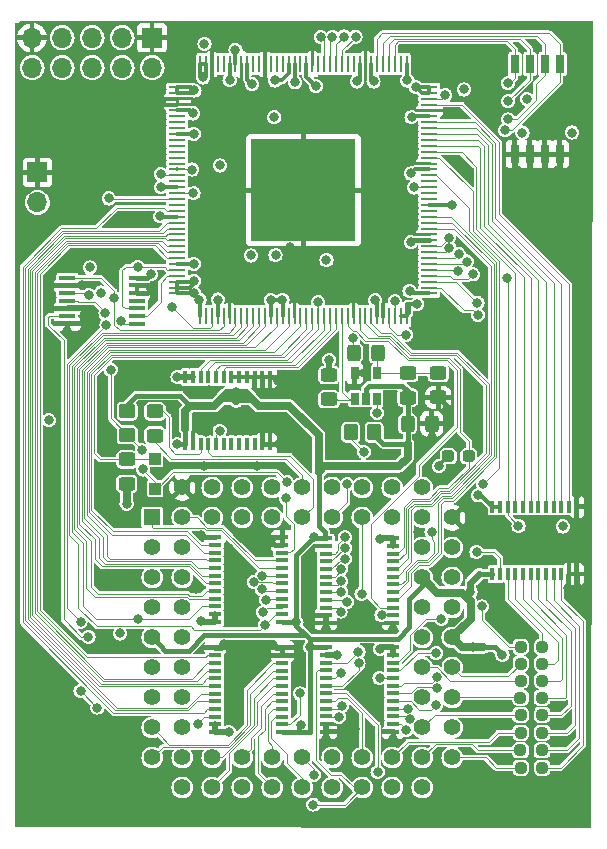
<source format=gtl>
G04 #@! TF.GenerationSoftware,KiCad,Pcbnew,7.0.1*
G04 #@! TF.CreationDate,2023-07-15T13:09:28+01:00*
G04 #@! TF.ProjectId,ElectronULA,456c6563-7472-46f6-9e55-4c412e6b6963,rev?*
G04 #@! TF.SameCoordinates,Original*
G04 #@! TF.FileFunction,Copper,L1,Top*
G04 #@! TF.FilePolarity,Positive*
%FSLAX46Y46*%
G04 Gerber Fmt 4.6, Leading zero omitted, Abs format (unit mm)*
G04 Created by KiCad (PCBNEW 7.0.1) date 2023-07-15 13:09:28*
%MOMM*%
%LPD*%
G01*
G04 APERTURE LIST*
G04 Aperture macros list*
%AMRoundRect*
0 Rectangle with rounded corners*
0 $1 Rounding radius*
0 $2 $3 $4 $5 $6 $7 $8 $9 X,Y pos of 4 corners*
0 Add a 4 corners polygon primitive as box body*
4,1,4,$2,$3,$4,$5,$6,$7,$8,$9,$2,$3,0*
0 Add four circle primitives for the rounded corners*
1,1,$1+$1,$2,$3*
1,1,$1+$1,$4,$5*
1,1,$1+$1,$6,$7*
1,1,$1+$1,$8,$9*
0 Add four rect primitives between the rounded corners*
20,1,$1+$1,$2,$3,$4,$5,0*
20,1,$1+$1,$4,$5,$6,$7,0*
20,1,$1+$1,$6,$7,$8,$9,0*
20,1,$1+$1,$8,$9,$2,$3,0*%
G04 Aperture macros list end*
G04 #@! TA.AperFunction,SMDPad,CuDef*
%ADD10R,1.100000X0.400000*%
G04 #@! TD*
G04 #@! TA.AperFunction,ComponentPad*
%ADD11R,1.422400X1.422400*%
G04 #@! TD*
G04 #@! TA.AperFunction,ComponentPad*
%ADD12C,1.422400*%
G04 #@! TD*
G04 #@! TA.AperFunction,SMDPad,CuDef*
%ADD13R,0.400000X1.100000*%
G04 #@! TD*
G04 #@! TA.AperFunction,SMDPad,CuDef*
%ADD14R,0.650000X1.060000*%
G04 #@! TD*
G04 #@! TA.AperFunction,SMDPad,CuDef*
%ADD15RoundRect,0.249999X0.325001X0.450001X-0.325001X0.450001X-0.325001X-0.450001X0.325001X-0.450001X0*%
G04 #@! TD*
G04 #@! TA.AperFunction,SMDPad,CuDef*
%ADD16RoundRect,0.249999X0.450001X-0.325001X0.450001X0.325001X-0.450001X0.325001X-0.450001X-0.325001X0*%
G04 #@! TD*
G04 #@! TA.AperFunction,SMDPad,CuDef*
%ADD17RoundRect,0.249999X-0.450001X0.325001X-0.450001X-0.325001X0.450001X-0.325001X0.450001X0.325001X0*%
G04 #@! TD*
G04 #@! TA.AperFunction,SMDPad,CuDef*
%ADD18R,1.000000X1.000000*%
G04 #@! TD*
G04 #@! TA.AperFunction,SMDPad,CuDef*
%ADD19R,1.470000X0.280000*%
G04 #@! TD*
G04 #@! TA.AperFunction,SMDPad,CuDef*
%ADD20R,0.280000X1.470000*%
G04 #@! TD*
G04 #@! TA.AperFunction,SMDPad,CuDef*
%ADD21R,8.930000X8.700000*%
G04 #@! TD*
G04 #@! TA.AperFunction,SMDPad,CuDef*
%ADD22RoundRect,0.249999X-0.325001X-0.450001X0.325001X-0.450001X0.325001X0.450001X-0.325001X0.450001X0*%
G04 #@! TD*
G04 #@! TA.AperFunction,SMDPad,CuDef*
%ADD23RoundRect,0.237500X0.287500X0.237500X-0.287500X0.237500X-0.287500X-0.237500X0.287500X-0.237500X0*%
G04 #@! TD*
G04 #@! TA.AperFunction,ComponentPad*
%ADD24R,1.700000X1.700000*%
G04 #@! TD*
G04 #@! TA.AperFunction,ComponentPad*
%ADD25O,1.700000X1.700000*%
G04 #@! TD*
G04 #@! TA.AperFunction,SMDPad,CuDef*
%ADD26R,0.760000X1.600000*%
G04 #@! TD*
G04 #@! TA.AperFunction,SMDPad,CuDef*
%ADD27R,1.450000X0.450000*%
G04 #@! TD*
G04 #@! TA.AperFunction,ComponentPad*
%ADD28C,4.000000*%
G04 #@! TD*
G04 #@! TA.AperFunction,SMDPad,CuDef*
%ADD29RoundRect,0.237500X-0.250000X-0.237500X0.250000X-0.237500X0.250000X0.237500X-0.250000X0.237500X0*%
G04 #@! TD*
G04 #@! TA.AperFunction,SMDPad,CuDef*
%ADD30RoundRect,0.250000X-0.350000X-0.450000X0.350000X-0.450000X0.350000X0.450000X-0.350000X0.450000X0*%
G04 #@! TD*
G04 #@! TA.AperFunction,SMDPad,CuDef*
%ADD31RoundRect,0.250000X-0.450000X0.350000X-0.450000X-0.350000X0.450000X-0.350000X0.450000X0.350000X0*%
G04 #@! TD*
G04 #@! TA.AperFunction,ViaPad*
%ADD32C,0.800000*%
G04 #@! TD*
G04 #@! TA.AperFunction,Conductor*
%ADD33C,0.400000*%
G04 #@! TD*
G04 #@! TA.AperFunction,Conductor*
%ADD34C,0.700000*%
G04 #@! TD*
G04 #@! TA.AperFunction,Conductor*
%ADD35C,0.600000*%
G04 #@! TD*
G04 #@! TA.AperFunction,Conductor*
%ADD36C,0.500000*%
G04 #@! TD*
G04 #@! TA.AperFunction,Conductor*
%ADD37C,0.300000*%
G04 #@! TD*
G04 #@! TA.AperFunction,Conductor*
%ADD38C,0.102000*%
G04 #@! TD*
G04 APERTURE END LIST*
D10*
X152367100Y-116503400D03*
X152367100Y-115853400D03*
X152367100Y-115203400D03*
X152367100Y-114553400D03*
X152367100Y-113903400D03*
X152367100Y-113253400D03*
X152367100Y-112603400D03*
X152367100Y-111953400D03*
X152367100Y-111303400D03*
X152367100Y-110653400D03*
X152367100Y-110003400D03*
X152367100Y-109353400D03*
X146667100Y-109353400D03*
X146667100Y-110003400D03*
X146667100Y-110653400D03*
X146667100Y-111303400D03*
X146667100Y-111953400D03*
X146667100Y-112603400D03*
X146667100Y-113253400D03*
X146667100Y-113903400D03*
X146667100Y-114553400D03*
X146667100Y-115203400D03*
X146667100Y-115853400D03*
X146667100Y-116503400D03*
X156027000Y-109328000D03*
X156027000Y-109978000D03*
X156027000Y-110628000D03*
X156027000Y-111278000D03*
X156027000Y-111928000D03*
X156027000Y-112578000D03*
X156027000Y-113228000D03*
X156027000Y-113878000D03*
X156027000Y-114528000D03*
X156027000Y-115178000D03*
X156027000Y-115828000D03*
X156027000Y-116478000D03*
X161727000Y-116478000D03*
X161727000Y-115828000D03*
X161727000Y-115178000D03*
X161727000Y-114528000D03*
X161727000Y-113878000D03*
X161727000Y-113228000D03*
X161727000Y-112578000D03*
X161727000Y-111928000D03*
X161727000Y-111278000D03*
X161727000Y-110628000D03*
X161727000Y-109978000D03*
X161727000Y-109328000D03*
X152341700Y-107156200D03*
X152341700Y-106506200D03*
X152341700Y-105856200D03*
X152341700Y-105206200D03*
X152341700Y-104556200D03*
X152341700Y-103906200D03*
X152341700Y-103256200D03*
X152341700Y-102606200D03*
X152341700Y-101956200D03*
X152341700Y-101306200D03*
X152341700Y-100656200D03*
X152341700Y-100006200D03*
X146641700Y-100006200D03*
X146641700Y-100656200D03*
X146641700Y-101306200D03*
X146641700Y-101956200D03*
X146641700Y-102606200D03*
X146641700Y-103256200D03*
X146641700Y-103906200D03*
X146641700Y-104556200D03*
X146641700Y-105206200D03*
X146641700Y-105856200D03*
X146641700Y-106506200D03*
X146641700Y-107156200D03*
D11*
X141338300Y-98336100D03*
D12*
X143878300Y-98336100D03*
X141338300Y-100876100D03*
X143878300Y-100876100D03*
X141338300Y-103416100D03*
X143878300Y-103416100D03*
X141338300Y-105956100D03*
X143878300Y-105956100D03*
X141338300Y-108496100D03*
X143878300Y-108496100D03*
X141338300Y-111036100D03*
X143878300Y-111036100D03*
X141338300Y-113576100D03*
X143878300Y-113576100D03*
X141338300Y-116116100D03*
X143878300Y-116116100D03*
X141338300Y-118656100D03*
X143878300Y-121196100D03*
X143878300Y-118656100D03*
X146418300Y-121196100D03*
X146418300Y-118656100D03*
X148958300Y-121196100D03*
X148958300Y-118656100D03*
X151498300Y-121196100D03*
X151498300Y-118656100D03*
X154038300Y-121196100D03*
X154038300Y-118656100D03*
X156578300Y-121196100D03*
X156578300Y-118656100D03*
X159118300Y-121196100D03*
X159118300Y-118656100D03*
X161658300Y-121196100D03*
X161658300Y-118656100D03*
X164198300Y-121196100D03*
X166738300Y-118656100D03*
X164198300Y-118656100D03*
X166738300Y-116116100D03*
X164198300Y-116116100D03*
X166738300Y-113576100D03*
X164198300Y-113576100D03*
X166738300Y-111036100D03*
X164198300Y-111036100D03*
X166738300Y-108496100D03*
X164198300Y-108496100D03*
X166738300Y-105956100D03*
X164198300Y-105956100D03*
X166738300Y-103416100D03*
X164198300Y-103416100D03*
X166738300Y-100876100D03*
X164198300Y-100876100D03*
X166738300Y-98336100D03*
X164198300Y-95796100D03*
X164198300Y-98336100D03*
X161658300Y-95796100D03*
X161658300Y-98336100D03*
X159118300Y-95796100D03*
X159118300Y-98336100D03*
X156578300Y-95796100D03*
X156578300Y-98336100D03*
X154038300Y-95796100D03*
X154038300Y-98336100D03*
X151498300Y-95796100D03*
X151498300Y-98336100D03*
X148958300Y-95796100D03*
X148958300Y-98336100D03*
X146418300Y-95796100D03*
X146418300Y-98336100D03*
X143878300Y-95796100D03*
D10*
X156027000Y-100107800D03*
X156027000Y-100757800D03*
X156027000Y-101407800D03*
X156027000Y-102057800D03*
X156027000Y-102707800D03*
X156027000Y-103357800D03*
X156027000Y-104007800D03*
X156027000Y-104657800D03*
X156027000Y-105307800D03*
X156027000Y-105957800D03*
X156027000Y-106607800D03*
X156027000Y-107257800D03*
X161727000Y-107257800D03*
X161727000Y-106607800D03*
X161727000Y-105957800D03*
X161727000Y-105307800D03*
X161727000Y-104657800D03*
X161727000Y-104007800D03*
X161727000Y-103357800D03*
X161727000Y-102707800D03*
X161727000Y-102057800D03*
X161727000Y-101407800D03*
X161727000Y-100757800D03*
X161727000Y-100107800D03*
D13*
X144148860Y-92141160D03*
X144798860Y-92141160D03*
X145448860Y-92141160D03*
X146098860Y-92141160D03*
X146748860Y-92141160D03*
X147398860Y-92141160D03*
X148048860Y-92141160D03*
X148698860Y-92141160D03*
X149348860Y-92141160D03*
X149998860Y-92141160D03*
X150648860Y-92141160D03*
X151298860Y-92141160D03*
X151298860Y-86441160D03*
X150648860Y-86441160D03*
X149998860Y-86441160D03*
X149348860Y-86441160D03*
X148698860Y-86441160D03*
X148048860Y-86441160D03*
X147398860Y-86441160D03*
X146748860Y-86441160D03*
X146098860Y-86441160D03*
X145448860Y-86441160D03*
X144798860Y-86441160D03*
X144148860Y-86441160D03*
D14*
X158477200Y-88291000D03*
X159427200Y-88291000D03*
X160377200Y-88291000D03*
X160377200Y-86091000D03*
X158477200Y-86091000D03*
D15*
X165007200Y-90401000D03*
X162957200Y-90401000D03*
D16*
X165557200Y-88176000D03*
X165557200Y-86126000D03*
D17*
X141576920Y-89351720D03*
X141576920Y-91401720D03*
D16*
X156297200Y-88321000D03*
X156297200Y-86271000D03*
D18*
X141576920Y-95891720D03*
X141576920Y-93391720D03*
D17*
X139187200Y-93426000D03*
X139187200Y-95476000D03*
X162957200Y-86131000D03*
X162957200Y-88181000D03*
D19*
X143467200Y-61871000D03*
X143467200Y-62371000D03*
X143467200Y-62871000D03*
X143467200Y-63371000D03*
X143467200Y-63871000D03*
X143467200Y-64371000D03*
X143467200Y-64871000D03*
X143467200Y-65371000D03*
X143467200Y-65871000D03*
X143467200Y-66371000D03*
X143467200Y-66871000D03*
X143467200Y-67371000D03*
X143467200Y-67871000D03*
X143467200Y-68371000D03*
X143467200Y-68871000D03*
X143467200Y-69371000D03*
X143467200Y-69871000D03*
X143467200Y-70371000D03*
X143467200Y-70871000D03*
X143467200Y-71371000D03*
X143467200Y-71871000D03*
X143467200Y-72371000D03*
X143467200Y-72871000D03*
X143467200Y-73371000D03*
X143467200Y-73871000D03*
X143467200Y-74371000D03*
X143467200Y-74871000D03*
X143467200Y-75371000D03*
X143467200Y-75871000D03*
X143467200Y-76371000D03*
X143467200Y-76871000D03*
X143467200Y-77371000D03*
X143467200Y-77871000D03*
X143467200Y-78371000D03*
X143467200Y-78871000D03*
X143467200Y-79371000D03*
D20*
X145387200Y-81291000D03*
X145887200Y-81291000D03*
X146387200Y-81291000D03*
X146887200Y-81291000D03*
X147387200Y-81291000D03*
X147887200Y-81291000D03*
X148387200Y-81291000D03*
X148887200Y-81291000D03*
X149387200Y-81291000D03*
X149887200Y-81291000D03*
X150387200Y-81291000D03*
X150887200Y-81291000D03*
X151387200Y-81291000D03*
X151887200Y-81291000D03*
X152387200Y-81291000D03*
X152887200Y-81291000D03*
X153387200Y-81291000D03*
X153887200Y-81291000D03*
X154387200Y-81291000D03*
X154887200Y-81291000D03*
X155387200Y-81291000D03*
X155887200Y-81291000D03*
X156387200Y-81291000D03*
X156887200Y-81291000D03*
X157387200Y-81291000D03*
X157887200Y-81291000D03*
X158387200Y-81291000D03*
X158887200Y-81291000D03*
X159387200Y-81291000D03*
X159887200Y-81291000D03*
X160387200Y-81291000D03*
X160887200Y-81291000D03*
X161387200Y-81291000D03*
X161887200Y-81291000D03*
X162387200Y-81291000D03*
X162887200Y-81291000D03*
D19*
X164807200Y-79371000D03*
X164807200Y-78871000D03*
X164807200Y-78371000D03*
X164807200Y-77871000D03*
X164807200Y-77371000D03*
X164807200Y-76871000D03*
X164807200Y-76371000D03*
X164807200Y-75871000D03*
X164807200Y-75371000D03*
X164807200Y-74871000D03*
X164807200Y-74371000D03*
X164807200Y-73871000D03*
X164807200Y-73371000D03*
X164807200Y-72871000D03*
X164807200Y-72371000D03*
X164807200Y-71871000D03*
X164807200Y-71371000D03*
X164807200Y-70871000D03*
X164807200Y-70371000D03*
X164807200Y-69871000D03*
X164807200Y-69371000D03*
X164807200Y-68871000D03*
X164807200Y-68371000D03*
X164807200Y-67871000D03*
X164807200Y-67371000D03*
X164807200Y-66871000D03*
X164807200Y-66371000D03*
X164807200Y-65871000D03*
X164807200Y-65371000D03*
X164807200Y-64871000D03*
X164807200Y-64371000D03*
X164807200Y-63871000D03*
X164807200Y-63371000D03*
X164807200Y-62871000D03*
X164807200Y-62371000D03*
X164807200Y-61871000D03*
D20*
X162887200Y-59951000D03*
X162387200Y-59951000D03*
X161887200Y-59951000D03*
X161387200Y-59951000D03*
X160887200Y-59951000D03*
X160387200Y-59951000D03*
X159887200Y-59951000D03*
X159387200Y-59951000D03*
X158887200Y-59951000D03*
X158387200Y-59951000D03*
X157887200Y-59951000D03*
X157387200Y-59951000D03*
X156887200Y-59951000D03*
X156387200Y-59951000D03*
X155887200Y-59951000D03*
X155387200Y-59951000D03*
X154887200Y-59951000D03*
X154387200Y-59951000D03*
X153887200Y-59951000D03*
X153387200Y-59951000D03*
X152887200Y-59951000D03*
X152387200Y-59951000D03*
X151887200Y-59951000D03*
X151387200Y-59951000D03*
X150887200Y-59951000D03*
X150387200Y-59951000D03*
X149887200Y-59951000D03*
X149387200Y-59951000D03*
X148887200Y-59951000D03*
X148387200Y-59951000D03*
X147887200Y-59951000D03*
X147387200Y-59951000D03*
X146887200Y-59951000D03*
X146387200Y-59951000D03*
X145887200Y-59951000D03*
X145387200Y-59951000D03*
D21*
X154137200Y-70621000D03*
D22*
X158385400Y-84378800D03*
X160435400Y-84378800D03*
D13*
X170130200Y-103111000D03*
X170780200Y-103111000D03*
X171430200Y-103111000D03*
X172080200Y-103111000D03*
X172730200Y-103111000D03*
X173380200Y-103111000D03*
X174030200Y-103111000D03*
X174680200Y-103111000D03*
X175330200Y-103111000D03*
X175980200Y-103111000D03*
X176630200Y-103111000D03*
X177280200Y-103111000D03*
X177280200Y-97411000D03*
X176630200Y-97411000D03*
X175980200Y-97411000D03*
X175330200Y-97411000D03*
X174680200Y-97411000D03*
X174030200Y-97411000D03*
X173380200Y-97411000D03*
X172730200Y-97411000D03*
X172080200Y-97411000D03*
X171430200Y-97411000D03*
X170780200Y-97411000D03*
X170130200Y-97411000D03*
D23*
X168139080Y-93154500D03*
X166389080Y-93154500D03*
D24*
X141325600Y-57711340D03*
D25*
X141325600Y-60251340D03*
X138785600Y-57711340D03*
X138785600Y-60251340D03*
X136245600Y-57711340D03*
X136245600Y-60251340D03*
X133705600Y-57711340D03*
X133705600Y-60251340D03*
X131165600Y-57711340D03*
X131165600Y-60251340D03*
D24*
X131620260Y-69113400D03*
D25*
X131620260Y-71653400D03*
D26*
X175844200Y-59954160D03*
X174574200Y-59954160D03*
X173304200Y-59954160D03*
X172034200Y-59954160D03*
X172034200Y-67574160D03*
X173304200Y-67574160D03*
X174574200Y-67574160D03*
X175844200Y-67574160D03*
D27*
X134149040Y-78034600D03*
X134149040Y-78684600D03*
X134149040Y-79334600D03*
X134149040Y-79984600D03*
X134149040Y-80634600D03*
X134149040Y-81284600D03*
X134149040Y-81934600D03*
X140049040Y-81934600D03*
X140049040Y-81284600D03*
X140049040Y-80634600D03*
X140049040Y-79984600D03*
X140049040Y-79334600D03*
X140049040Y-78684600D03*
X140049040Y-78034600D03*
D28*
X155157200Y-70331000D03*
D29*
X172525700Y-115045000D03*
X174350700Y-115045000D03*
X172512700Y-118046000D03*
X174337700Y-118046000D03*
X172531700Y-110716000D03*
X174356700Y-110716000D03*
X172528200Y-109293000D03*
X174353200Y-109293000D03*
D30*
X158137200Y-91131000D03*
X160137200Y-91131000D03*
D29*
X172538700Y-119515000D03*
X174363700Y-119515000D03*
D31*
X139217200Y-89341000D03*
X139217200Y-91341000D03*
D29*
X172538700Y-116549000D03*
X174363700Y-116549000D03*
X172531700Y-112141000D03*
X174356700Y-112141000D03*
X172513700Y-113584000D03*
X174338700Y-113584000D03*
D32*
X148427200Y-87701000D03*
X143467200Y-92147560D03*
X149047200Y-88071000D03*
X170990200Y-109971000D03*
X155036520Y-99989640D03*
X147837200Y-88061000D03*
X153927200Y-115911000D03*
X141237200Y-77731000D03*
X168283200Y-104613000D03*
X154717199Y-109280999D03*
X148437200Y-88391000D03*
X168524587Y-109310817D03*
X153547200Y-107201000D03*
X138595100Y-108150660D03*
X143477200Y-86447560D03*
X147068540Y-68531740D03*
X163637200Y-61871000D03*
X160077200Y-61411000D03*
X160607200Y-100131000D03*
X156976190Y-109980062D03*
X152366980Y-79918560D03*
X145760440Y-58234580D03*
X146883120Y-79888082D03*
X156317200Y-84981000D03*
X151384000Y-79903320D03*
X145336260Y-79888080D03*
X163121340Y-79154020D03*
X176875440Y-65743590D03*
X153418540Y-61493400D03*
X142007221Y-72822913D03*
X144866360Y-65859660D03*
X158697200Y-61411000D03*
X132570220Y-90106500D03*
X160640397Y-109472038D03*
X147888960Y-61292738D03*
X167726360Y-62097920D03*
X147827198Y-116501000D03*
X160200340Y-79931260D03*
X145637200Y-61081000D03*
X139167200Y-97161000D03*
X144807200Y-64121000D03*
X163291520Y-64449960D03*
X144871440Y-78300580D03*
X176091200Y-99088000D03*
X151777700Y-76133960D03*
X172679360Y-65743590D03*
X168936200Y-96460000D03*
X149715220Y-76149200D03*
X173045120Y-62895480D03*
X144907200Y-62181000D03*
X163240720Y-75031600D03*
X163774120Y-80261460D03*
X151673560Y-64439800D03*
X165597840Y-93987620D03*
X162942210Y-61331000D03*
X156088080Y-76540360D03*
X136997440Y-79298800D03*
X136047480Y-77170280D03*
X163238180Y-69207380D03*
X144861280Y-76852780D03*
X145467198Y-107141510D03*
X144861280Y-79331820D03*
X154609800Y-103230680D03*
X151980900Y-86743540D03*
X146107200Y-87501000D03*
X145896945Y-91087162D03*
X154033220Y-92641420D03*
X152054560Y-92143580D03*
X177290200Y-96376000D03*
X159245300Y-86085680D03*
X147794980Y-65887600D03*
X145079720Y-104358440D03*
X150167340Y-93939360D03*
X176032200Y-122728000D03*
X165904200Y-95139000D03*
X132895340Y-92397580D03*
X138117200Y-97841000D03*
X132044440Y-111376460D03*
X132654040Y-63741300D03*
X172217080Y-68920360D03*
X146730720Y-77386180D03*
X151356060Y-100284280D03*
X140469620Y-122852180D03*
X132793740Y-115064540D03*
X132935980Y-99654360D03*
X153035000Y-75412600D03*
X167886380Y-69024500D03*
X146857720Y-63533020D03*
X148691600Y-113847880D03*
X156016960Y-117081300D03*
X154894280Y-58364120D03*
X161394140Y-79082900D03*
X168851580Y-83342480D03*
X142105380Y-63159640D03*
X168536620Y-110807500D03*
X175922940Y-64015620D03*
X161737040Y-107774740D03*
X160136840Y-114005360D03*
X158473140Y-116243100D03*
X158557200Y-64961000D03*
X176870360Y-70078600D03*
X148625560Y-70050660D03*
X159397700Y-58506360D03*
X147797200Y-100941000D03*
X168976200Y-100173000D03*
X153852880Y-111970820D03*
X154193240Y-63599060D03*
X149522180Y-78214220D03*
X159783780Y-116911120D03*
X135983767Y-80947481D03*
X137137200Y-90221000D03*
X177439200Y-82673000D03*
X145740120Y-93949520D03*
X163121340Y-67978020D03*
X151538940Y-109100620D03*
X172228200Y-107731000D03*
X153456640Y-72506840D03*
X147687200Y-95281000D03*
X157518100Y-107675680D03*
X175696880Y-68889880D03*
X177364200Y-104270000D03*
X138686540Y-72859900D03*
X168445700Y-90406220D03*
X164175440Y-81536540D03*
X148667200Y-111311000D03*
X138653520Y-70396100D03*
X140017200Y-86471000D03*
X164993320Y-91506040D03*
X174640200Y-101651000D03*
X141217200Y-79011000D03*
X132316220Y-118592600D03*
X136217660Y-67302380D03*
X176556200Y-104270000D03*
X154637740Y-105394760D03*
X166263320Y-89123520D03*
X147847200Y-104371000D03*
X169141140Y-85054440D03*
X163812220Y-99593400D03*
X156705300Y-91445080D03*
X156034740Y-107756960D03*
X147431760Y-109077760D03*
X159717740Y-75023980D03*
X160427200Y-97021000D03*
X168133200Y-102638000D03*
X150893780Y-58366660D03*
X147393660Y-71887080D03*
X175935640Y-75534520D03*
X135364258Y-78682001D03*
X168450260Y-87442040D03*
X169184320Y-59563000D03*
X162026600Y-71887080D03*
X160926780Y-63545720D03*
X162905440Y-73820020D03*
X162641280Y-76593700D03*
X166745920Y-64122300D03*
X167253920Y-83416140D03*
X147707200Y-97021000D03*
X162935920Y-119992140D03*
X160182560Y-76563220D03*
X134112000Y-82575400D03*
X154172920Y-78386940D03*
X151780240Y-123441460D03*
X169600200Y-116219000D03*
X137047200Y-94821000D03*
X152593040Y-72506840D03*
X134152640Y-121678700D03*
X132839460Y-104498140D03*
X145505737Y-99781762D03*
X176844960Y-58425080D03*
X161734500Y-117081300D03*
X176890680Y-73720960D03*
X140154660Y-106936540D03*
X145211800Y-115811300D03*
X150630870Y-104396039D03*
X150651764Y-103260149D03*
X150860760Y-107440990D03*
X153847200Y-113231000D03*
X152638760Y-96718120D03*
X149938181Y-103815161D03*
X150693120Y-106370120D03*
X150975446Y-105295669D03*
X158793180Y-109687360D03*
X157280542Y-106296504D03*
X137462260Y-82011520D03*
X135270240Y-107177840D03*
X136687560Y-114427000D03*
X157289500Y-111480600D03*
X138734800Y-81711800D03*
X135270239Y-113007139D03*
X160418780Y-119867680D03*
X135940800Y-108432600D03*
X154983180Y-122643900D03*
X157408880Y-114269520D03*
X155018401Y-120109319D03*
X157139453Y-115211532D03*
X157336470Y-104630443D03*
X157336470Y-103726435D03*
X152757200Y-95361000D03*
X137817860Y-85813900D03*
X135961120Y-79480390D03*
X140566140Y-94272100D03*
X140456920Y-92656660D03*
X157639794Y-101822062D03*
X157646247Y-100014177D03*
X157830520Y-105478580D03*
X159066186Y-104796238D03*
X158803340Y-110688120D03*
X159247200Y-92781000D03*
X160377200Y-89461000D03*
X157857200Y-95521000D03*
X158347202Y-83161000D03*
X157337560Y-102682820D03*
X157653722Y-100918158D03*
X147047200Y-91017560D03*
X171345200Y-78052000D03*
X172346200Y-99057000D03*
X166144200Y-62583000D03*
X161881820Y-80025240D03*
X168797200Y-101244000D03*
X162849560Y-116306600D03*
X166476680Y-74640440D03*
X165379400Y-114207270D03*
X167960040Y-76667360D03*
X167304720Y-76037440D03*
X162966400Y-114528600D03*
X163169600Y-115432840D03*
X166502080Y-75544680D03*
X162829240Y-82862420D03*
X164990780Y-99580700D03*
X169334200Y-95475000D03*
X160751520Y-106606340D03*
X167248840Y-77426010D03*
X165481000Y-112801400D03*
X165361620Y-109809280D03*
X163512500Y-70393560D03*
X155379420Y-80124300D03*
X168473120Y-77749400D03*
X165465760Y-111876840D03*
X168902380Y-81170780D03*
X165819200Y-106916220D03*
X166698700Y-71887080D03*
X142062200Y-70370700D03*
X151719280Y-61328300D03*
X149778720Y-61644560D03*
X148380824Y-58731282D03*
X155188920Y-61802040D03*
X137657734Y-71315990D03*
X142067280Y-69258180D03*
X144830800Y-70881240D03*
X171226480Y-65552320D03*
X171485560Y-64632840D03*
X171475400Y-63088520D03*
X171434760Y-61554360D03*
X144729200Y-68874640D03*
X138137200Y-79761000D03*
X140097200Y-77131000D03*
X143037200Y-80501000D03*
X137377200Y-81031000D03*
X168866820Y-80147160D03*
X160583880Y-111922560D03*
X155602940Y-57655460D03*
X156591000Y-57655460D03*
X157551120Y-57614820D03*
X158551880Y-57624980D03*
X169232200Y-105868000D03*
D33*
X154764200Y-109328000D02*
X156027000Y-109328000D01*
X144148860Y-90849400D02*
X144152620Y-90845640D01*
X144148860Y-92141160D02*
X144148860Y-90849400D01*
X143473600Y-92141160D02*
X143467200Y-92147560D01*
X144148860Y-92141160D02*
X143473600Y-92141160D01*
D34*
X147222200Y-88236000D02*
X146578520Y-88879680D01*
X155442920Y-94462600D02*
X155442920Y-91371420D01*
X144566640Y-88879680D02*
X144152620Y-89293700D01*
X167897870Y-105030330D02*
X167561260Y-104693720D01*
D33*
X162957200Y-88181000D02*
X162957200Y-87606000D01*
X142449501Y-109607301D02*
X142049499Y-109207299D01*
D34*
X148192200Y-88236000D02*
X147312200Y-88236000D01*
D33*
X141237200Y-77731000D02*
X140933600Y-78034600D01*
D34*
X149747200Y-88271000D02*
X149337200Y-87861000D01*
X167897870Y-105030330D02*
X168283200Y-104645000D01*
D33*
X154767200Y-108601000D02*
X162115404Y-108601000D01*
D34*
X155442920Y-91371420D02*
X152951180Y-88879680D01*
D33*
X170130200Y-103111000D02*
X169017200Y-103111000D01*
X144411677Y-109607301D02*
X142449501Y-109607301D01*
X154717200Y-110091000D02*
X154717200Y-116501000D01*
D34*
X167551100Y-109308900D02*
X166738300Y-108496100D01*
D33*
X162522200Y-87171000D02*
X159707200Y-87171000D01*
D34*
X168283200Y-104645000D02*
X168283200Y-104613000D01*
X168290240Y-105422700D02*
X167897870Y-105030330D01*
D33*
X155956000Y-99523600D02*
X155467099Y-99034699D01*
X154636521Y-100389639D02*
X155036520Y-99989640D01*
X143697960Y-88011000D02*
X144566640Y-88879680D01*
X153756000Y-116509800D02*
X153756000Y-116082200D01*
X162957200Y-90401000D02*
X162957200Y-90151000D01*
X139977200Y-88011000D02*
X143697960Y-88011000D01*
X155467099Y-99034699D02*
X155467099Y-94486779D01*
D35*
X168283200Y-103845000D02*
X169017200Y-103111000D01*
D33*
X162957200Y-87606000D02*
X162522200Y-87171000D01*
X155077000Y-100107800D02*
X155036520Y-100067320D01*
D34*
X146578520Y-88879680D02*
X144566640Y-88879680D01*
D33*
X153549301Y-107483101D02*
X153549301Y-107090001D01*
D34*
X162956240Y-92095320D02*
X162956240Y-93258640D01*
X147627200Y-87831000D02*
X147222200Y-88236000D01*
D33*
X155036520Y-100067320D02*
X155036520Y-99989640D01*
X156027000Y-100107800D02*
X155077000Y-100107800D01*
D34*
X149337200Y-87861000D02*
X149077200Y-87861000D01*
D33*
X154717200Y-109281000D02*
X154717200Y-110091000D01*
X155467099Y-94486779D02*
X155442920Y-94462600D01*
D34*
X165475920Y-104693720D02*
X164198300Y-103416100D01*
D33*
X163087099Y-105237526D02*
X164198300Y-104126325D01*
X140933600Y-78034600D02*
X140049040Y-78034600D01*
D34*
X148447200Y-88491000D02*
X148192200Y-88236000D01*
X169374820Y-109308900D02*
X167551100Y-109308900D01*
D33*
X169374820Y-109308900D02*
X170328100Y-109308900D01*
X153549301Y-101476859D02*
X154636521Y-100389639D01*
D34*
X148447200Y-88491000D02*
X148667200Y-88271000D01*
X155922980Y-93982540D02*
X155442920Y-94462600D01*
D33*
X159427200Y-87451000D02*
X159427200Y-88291000D01*
X162956240Y-92095320D02*
X162957200Y-92094360D01*
X162115404Y-108601000D02*
X163087099Y-107629305D01*
X159407200Y-88371000D02*
X159427200Y-88391000D01*
X154717200Y-108651000D02*
X154767200Y-108601000D01*
D34*
X162232340Y-93982540D02*
X155922980Y-93982540D01*
X147302200Y-88236000D02*
X147222200Y-88236000D01*
D33*
X155956000Y-100101400D02*
X155956000Y-99523600D01*
X160841520Y-92095320D02*
X162956240Y-92095320D01*
X139217200Y-89341000D02*
X139217200Y-88771000D01*
D34*
X147312200Y-88236000D02*
X147307200Y-88241000D01*
D33*
X154717200Y-108651000D02*
X154337200Y-108271000D01*
D34*
X144152620Y-89293700D02*
X144152620Y-90845640D01*
D33*
X153549301Y-107162599D02*
X153549301Y-107090001D01*
X154717199Y-109846684D02*
X154717199Y-109280999D01*
X170328100Y-109308900D02*
X170990200Y-109971000D01*
D34*
X162956240Y-93258640D02*
X162232340Y-93982540D01*
X147627200Y-87831000D02*
X149307200Y-87831000D01*
D33*
X153549301Y-107090001D02*
X153549301Y-101476859D01*
D34*
X149307200Y-87831000D02*
X149337200Y-87861000D01*
D33*
X159707200Y-87171000D02*
X159427200Y-87451000D01*
X163087099Y-107629305D02*
X163087099Y-105237526D01*
X154337200Y-108271000D02*
X145747978Y-108271000D01*
X160217200Y-91471000D02*
X160841520Y-92095320D01*
D34*
X148440140Y-88498060D02*
X148447200Y-88491000D01*
D33*
X142049499Y-109207299D02*
X141338300Y-108496100D01*
D34*
X167561260Y-104693720D02*
X165475920Y-104693720D01*
D33*
X154708400Y-116509800D02*
X154717200Y-116501000D01*
D35*
X168283200Y-104613000D02*
X168283200Y-103845000D01*
D33*
X152438100Y-116509800D02*
X153756000Y-116509800D01*
D34*
X150355880Y-88879680D02*
X149747200Y-88271000D01*
D33*
X154717200Y-109281000D02*
X154764200Y-109328000D01*
D34*
X149077200Y-87861000D02*
X148447200Y-88491000D01*
X148667200Y-88271000D02*
X149737200Y-88271000D01*
X152951180Y-88879680D02*
X150355880Y-88879680D01*
D33*
X154337200Y-108271000D02*
X153549301Y-107483101D01*
D34*
X149737200Y-88271000D02*
X149747200Y-88271000D01*
D33*
X152412700Y-107162600D02*
X153549301Y-107162599D01*
D34*
X147787200Y-87831000D02*
X148447200Y-88491000D01*
D33*
X153756000Y-116509800D02*
X154708400Y-116509800D01*
X139217200Y-88771000D02*
X139977200Y-88011000D01*
X154717200Y-108651000D02*
X154717200Y-109281000D01*
D34*
X147627200Y-87831000D02*
X147787200Y-87831000D01*
D33*
X153476702Y-107162600D02*
X153549301Y-107090001D01*
X153756000Y-116082200D02*
X153927200Y-115911000D01*
X145747978Y-108271000D02*
X144411677Y-109607301D01*
D34*
X147307200Y-88241000D02*
X147302200Y-88236000D01*
D33*
X162957200Y-90401000D02*
X162957200Y-88181000D01*
X162957200Y-92094360D02*
X162957200Y-90401000D01*
X154717200Y-110091000D02*
X154717199Y-109846684D01*
X164198300Y-104126325D02*
X164198300Y-103416100D01*
D36*
X166814500Y-108572300D02*
X166738300Y-108496100D01*
D34*
X166738300Y-108496100D02*
X168290240Y-106944160D01*
X168290240Y-106944160D02*
X168290240Y-105422700D01*
D36*
X143483600Y-86441160D02*
X143477200Y-86447560D01*
X144148860Y-86441160D02*
X143483600Y-86441160D01*
X144145260Y-86437560D02*
X144148860Y-86441160D01*
X144798860Y-86441160D02*
X144148860Y-86441160D01*
D37*
X170130200Y-97411000D02*
X169179200Y-96460000D01*
X145387200Y-60986000D02*
X145482200Y-61081000D01*
X164137200Y-62371000D02*
X163637200Y-61871000D01*
D34*
X139187200Y-95476000D02*
X139187200Y-97141000D01*
D37*
X144502200Y-78871000D02*
X144461281Y-78911919D01*
D36*
X146667100Y-116503400D02*
X147824798Y-116503400D01*
D37*
X164807200Y-79371000D02*
X163338320Y-79371000D01*
X144717200Y-62371000D02*
X144907200Y-62181000D01*
X162827200Y-81291000D02*
X163101755Y-81016445D01*
X145887200Y-60831000D02*
X145637200Y-61081000D01*
D33*
X163401320Y-74871000D02*
X163240720Y-75031600D01*
D37*
X144822100Y-79371000D02*
X144861280Y-79331820D01*
X144801020Y-78371000D02*
X144871440Y-78300580D01*
X145387200Y-59951000D02*
X145387200Y-60986000D01*
X169179200Y-96460000D02*
X168936200Y-96460000D01*
X152387200Y-79938780D02*
X152366980Y-79918560D01*
X144461281Y-78911919D02*
X144461281Y-78931821D01*
X151387200Y-79906520D02*
X151384000Y-79903320D01*
X143467200Y-62371000D02*
X144717200Y-62371000D01*
X144502200Y-78871000D02*
X144871440Y-78501760D01*
D38*
X155987000Y-109951000D02*
X155956000Y-109982000D01*
D37*
X143467200Y-61871000D02*
X143467200Y-62371000D01*
D36*
X156317200Y-86251000D02*
X156317200Y-85016000D01*
D37*
X144557200Y-63871000D02*
X144807200Y-64121000D01*
X152366980Y-79918560D02*
X151399240Y-79918560D01*
D36*
X146641700Y-106506200D02*
X146641700Y-107156200D01*
D37*
X151399240Y-79918560D02*
X151384000Y-79903320D01*
D36*
X160630400Y-100107800D02*
X160607200Y-100131000D01*
D37*
X144461281Y-78931821D02*
X144861280Y-79331820D01*
D36*
X160640397Y-109364603D02*
X160640397Y-109472038D01*
D37*
X142055308Y-72871000D02*
X142007221Y-72822913D01*
X143467200Y-78371000D02*
X144801020Y-78371000D01*
D36*
X145481888Y-107156200D02*
X145467198Y-107141510D01*
D37*
X146887200Y-79892162D02*
X146883120Y-79888082D01*
X153387200Y-61462060D02*
X153418540Y-61493400D01*
X144843060Y-76871000D02*
X144861280Y-76852780D01*
X158887200Y-61163992D02*
X158894862Y-61171654D01*
D34*
X139187200Y-97141000D02*
X139167200Y-97161000D01*
D37*
X143467200Y-78871000D02*
X143467200Y-79371000D01*
D36*
X147824798Y-116503400D02*
X147827198Y-116501000D01*
D37*
X164807200Y-62371000D02*
X164137200Y-62371000D01*
X162887200Y-59951000D02*
X162887200Y-61275990D01*
X162387200Y-81291000D02*
X162827200Y-81291000D01*
X144597200Y-61871000D02*
X144907200Y-62181000D01*
X145887200Y-59951000D02*
X145887200Y-60831000D01*
X152387200Y-81291000D02*
X152387200Y-79938780D01*
D33*
X164807200Y-74871000D02*
X163401320Y-74871000D01*
D37*
X158887200Y-59951000D02*
X158887200Y-61163992D01*
X151387200Y-81291000D02*
X151387200Y-79906520D01*
X145387200Y-79939020D02*
X145336260Y-79888080D01*
D36*
X160677000Y-109328000D02*
X160640397Y-109364603D01*
D37*
X166395400Y-93139260D02*
X165616860Y-93917800D01*
X153387200Y-59951000D02*
X153387200Y-61462060D01*
D36*
X146641700Y-107156200D02*
X145481888Y-107156200D01*
D37*
X144855020Y-65871000D02*
X144866360Y-65859660D01*
X162889360Y-80253840D02*
X163101755Y-80253840D01*
X159887200Y-61165152D02*
X159890528Y-61168480D01*
X162887200Y-80256000D02*
X162889360Y-80253840D01*
X163208435Y-80261460D02*
X163774120Y-80261460D01*
X147887200Y-61290978D02*
X147888960Y-61292738D01*
X162887200Y-61275990D02*
X162942210Y-61331000D01*
X163101755Y-81016445D02*
X163101755Y-80253840D01*
D36*
X161727000Y-109328000D02*
X160677000Y-109328000D01*
D37*
X143467200Y-63871000D02*
X144557200Y-63871000D01*
X145482200Y-61081000D02*
X145637200Y-61081000D01*
X146887200Y-81291000D02*
X146887200Y-79892162D01*
X163109375Y-80261460D02*
X163208435Y-80261460D01*
X143467200Y-79371000D02*
X144822100Y-79371000D01*
D36*
X161727000Y-100757800D02*
X161727000Y-100107800D01*
D37*
X162887200Y-81291000D02*
X162887200Y-80256000D01*
X143467200Y-78371000D02*
X143467200Y-78871000D01*
X159887200Y-59951000D02*
X159887200Y-61165152D01*
D36*
X161727000Y-100107800D02*
X160630400Y-100107800D01*
D37*
X170130200Y-97411000D02*
X170780200Y-97411000D01*
X160387200Y-80118120D02*
X160200340Y-79931260D01*
X163574560Y-68871000D02*
X163238180Y-69207380D01*
X163101755Y-80253840D02*
X163109375Y-80261460D01*
X145387200Y-59951000D02*
X145887200Y-59951000D01*
D36*
X146667100Y-115853400D02*
X146667100Y-116503400D01*
D37*
X162387200Y-81291000D02*
X162887200Y-81291000D01*
X164807200Y-64371000D02*
X163370480Y-64371000D01*
X163370480Y-64371000D02*
X163291520Y-64449960D01*
D36*
X156027000Y-109978000D02*
X156974128Y-109978000D01*
D37*
X164807200Y-62371000D02*
X164807200Y-61871000D01*
X143467200Y-76871000D02*
X144843060Y-76871000D01*
X143467200Y-61871000D02*
X144597200Y-61871000D01*
X164807200Y-68871000D02*
X163574560Y-68871000D01*
X163338320Y-79371000D02*
X163121340Y-79154020D01*
X143467200Y-78871000D02*
X144502200Y-78871000D01*
X164807200Y-61871000D02*
X163637200Y-61871000D01*
X160387200Y-81291000D02*
X160387200Y-80118120D01*
X147887200Y-59951000D02*
X147887200Y-61290978D01*
D36*
X161727000Y-109978000D02*
X161727000Y-109328000D01*
D37*
X143467200Y-72871000D02*
X142055308Y-72871000D01*
D36*
X156974128Y-109978000D02*
X156976190Y-109980062D01*
D37*
X142333040Y-72871000D02*
X142303500Y-72900540D01*
X143467200Y-65871000D02*
X144855020Y-65871000D01*
X145387200Y-81291000D02*
X145387200Y-79939020D01*
X170128200Y-97413000D02*
X170130200Y-97411000D01*
X144871440Y-78501760D02*
X144871440Y-78300580D01*
D33*
X151298860Y-86441160D02*
X151678520Y-86441160D01*
X151298860Y-92141160D02*
X152052140Y-92141160D01*
X151678520Y-86441160D02*
X151980900Y-86743540D01*
X152052140Y-92141160D02*
X152054560Y-92143580D01*
X151298860Y-92141160D02*
X150648860Y-92141160D01*
X134149040Y-78684600D02*
X135361659Y-78684600D01*
X152341700Y-100006200D02*
X151634140Y-100006200D01*
X173248320Y-68920360D02*
X173304200Y-68864480D01*
D37*
X143467200Y-63371000D02*
X142316740Y-63371000D01*
D33*
X156027000Y-117071260D02*
X156016960Y-117081300D01*
X152341700Y-100656200D02*
X151727980Y-100656200D01*
X161727000Y-116478000D02*
X161727000Y-117073800D01*
X152367100Y-109353400D02*
X151791720Y-109353400D01*
X172034200Y-68737480D02*
X172217080Y-68920360D01*
X140770800Y-78684600D02*
X141097200Y-79011000D01*
D37*
X177364200Y-104270000D02*
X177364200Y-103195000D01*
D33*
X151727980Y-100656200D02*
X151356060Y-100284280D01*
X151634140Y-100006200D02*
X151356060Y-100284280D01*
X175844200Y-68742560D02*
X175696880Y-68889880D01*
D38*
X155956000Y-116484400D02*
X155956000Y-115824000D01*
D37*
X142394020Y-62871000D02*
X142105380Y-63159640D01*
X176556200Y-103185000D02*
X176630200Y-103111000D01*
D33*
X152341700Y-100656200D02*
X152341700Y-100006200D01*
X165007200Y-91492160D02*
X164993320Y-91506040D01*
X174574200Y-68910200D02*
X174574200Y-67574160D01*
D37*
X143467200Y-62871000D02*
X142394020Y-62871000D01*
X142316740Y-63371000D02*
X142105380Y-63159640D01*
D33*
X156027000Y-107257800D02*
X156027000Y-106607800D01*
X140049040Y-79334600D02*
X140893600Y-79334600D01*
X135361659Y-78684600D02*
X135364258Y-78682001D01*
X161727000Y-107764700D02*
X161737040Y-107774740D01*
D37*
X177280200Y-96386000D02*
X177290200Y-96376000D01*
D33*
X134236158Y-80547482D02*
X135583768Y-80547482D01*
X165557200Y-88176000D02*
X165580160Y-88198960D01*
X152367100Y-110003400D02*
X152367100Y-109353400D01*
X146667100Y-109353400D02*
X147156120Y-109353400D01*
X161727000Y-107257800D02*
X161727000Y-107764700D01*
X135583768Y-80547482D02*
X135983767Y-80947481D01*
D37*
X176556200Y-104270000D02*
X176556200Y-103185000D01*
D33*
X166263320Y-88882120D02*
X165557200Y-88176000D01*
X134149040Y-82538360D02*
X134112000Y-82575400D01*
X165007200Y-90401000D02*
X165007200Y-91492160D01*
X140893600Y-79334600D02*
X141217200Y-79011000D01*
X141097200Y-79011000D02*
X141217200Y-79011000D01*
X174584360Y-68920360D02*
X175666400Y-68920360D01*
D37*
X177364200Y-103195000D02*
X177280200Y-103111000D01*
D33*
X156027000Y-107257800D02*
X156027000Y-107749220D01*
X156027000Y-116478000D02*
X156027000Y-117071260D01*
X134149040Y-80634600D02*
X134236158Y-80547482D01*
X145691700Y-100006200D02*
X145505737Y-99820237D01*
X172217080Y-68920360D02*
X173248320Y-68920360D01*
X161727000Y-117073800D02*
X161734500Y-117081300D01*
D37*
X177280200Y-97411000D02*
X177280200Y-96386000D01*
D33*
X175844200Y-67574160D02*
X175844200Y-68742560D01*
X165580160Y-88198960D02*
X165857200Y-88198960D01*
X145505737Y-99820237D02*
X145505737Y-99781762D01*
X140049040Y-78684600D02*
X140770800Y-78684600D01*
X147156120Y-109353400D02*
X147431760Y-109077760D01*
X134149040Y-81934600D02*
X134149040Y-82538360D01*
X173248320Y-68920360D02*
X174584360Y-68920360D01*
X158477200Y-86091000D02*
X159239980Y-86091000D01*
X151791720Y-109353400D02*
X151538940Y-109100620D01*
D38*
X156027000Y-100757800D02*
X155677000Y-100757800D01*
D33*
X159239980Y-86091000D02*
X159245300Y-86085680D01*
X146641700Y-100006200D02*
X145691700Y-100006200D01*
D38*
X152438100Y-109347000D02*
X152438100Y-110007400D01*
D33*
X174584360Y-68920360D02*
X174574200Y-68910200D01*
X156027000Y-115828000D02*
X156027000Y-116478000D01*
X175666400Y-68920360D02*
X175696880Y-68889880D01*
X156027000Y-107749220D02*
X156034740Y-107756960D01*
X173304200Y-68864480D02*
X173304200Y-67574160D01*
X166263320Y-89123520D02*
X166263320Y-88882120D01*
X172034200Y-67574160D02*
X172034200Y-68737480D01*
D38*
X145757500Y-115214400D02*
X145211800Y-115760100D01*
X140720345Y-106936540D02*
X140154660Y-106936540D01*
X144455246Y-106936540D02*
X140720345Y-106936540D01*
X148173339Y-82913321D02*
X148887200Y-82199460D01*
X140154660Y-106936540D02*
X136565640Y-106936540D01*
X134539262Y-85514662D02*
X137140603Y-82913321D01*
X148887200Y-82128000D02*
X148887200Y-81291000D01*
X146570700Y-105867200D02*
X145524586Y-105867200D01*
X137140603Y-82913321D02*
X148173339Y-82913321D01*
X146596100Y-115214400D02*
X145757500Y-115214400D01*
X134539262Y-99563462D02*
X134539262Y-85514662D01*
X148887200Y-82199460D02*
X148887200Y-82128000D01*
X135435340Y-100459540D02*
X134539262Y-99563462D01*
X145524586Y-105867200D02*
X144455246Y-106936540D01*
X136565640Y-106936540D02*
X135435340Y-105806240D01*
X135435340Y-105806240D02*
X135435340Y-100459540D01*
X145211800Y-115760100D02*
X145211800Y-115811300D01*
X137520138Y-102056658D02*
X137160000Y-101696520D01*
X150071824Y-83943376D02*
X151887200Y-82128000D01*
X151887200Y-82128000D02*
X151887200Y-81291000D01*
X137160000Y-99988882D02*
X135569317Y-98398199D01*
X135569317Y-85941317D02*
X137567258Y-83943376D01*
X137567258Y-83943376D02*
X150071824Y-83943376D01*
X145185244Y-102606200D02*
X144635704Y-102056658D01*
X137160000Y-101696520D02*
X137160000Y-99988882D01*
X135569317Y-98398199D02*
X135569317Y-85941317D01*
X144635704Y-102056658D02*
X137520138Y-102056658D01*
X146641700Y-102606200D02*
X145185244Y-102606200D01*
X146570700Y-101955600D02*
X146563412Y-101948312D01*
X135775328Y-98127069D02*
X135775328Y-86026648D01*
X146641700Y-101956200D02*
X145989700Y-101956200D01*
X137490200Y-99841941D02*
X135775328Y-98127069D01*
X145989700Y-101956200D02*
X145864640Y-101831140D01*
X135775328Y-86026648D02*
X137652589Y-84149387D01*
X137652589Y-84149387D02*
X150865813Y-84149387D01*
X152887200Y-82128000D02*
X152887200Y-81291000D01*
X137490200Y-101564440D02*
X137490200Y-99841941D01*
X145864640Y-101831140D02*
X137756900Y-101831140D01*
X137756900Y-101831140D02*
X137490200Y-101564440D01*
X150865813Y-84149387D02*
X152887200Y-82128000D01*
X150387200Y-82128000D02*
X150387200Y-81291000D01*
X135157295Y-85770655D02*
X137396596Y-83531354D01*
X136474200Y-101823523D02*
X136474200Y-100180140D01*
X148983846Y-83531354D02*
X150387200Y-82128000D01*
X136474200Y-100180140D02*
X135157295Y-98863235D01*
X146641700Y-103906200D02*
X145902560Y-103906200D01*
X145902560Y-103906200D02*
X144465040Y-102468680D01*
X144465040Y-102468680D02*
X137119357Y-102468680D01*
X135157295Y-98863235D02*
X135157295Y-85770655D01*
X137119357Y-102468680D02*
X136474200Y-101823523D01*
X137396596Y-83531354D02*
X148983846Y-83531354D01*
X145482978Y-113253400D02*
X144294077Y-114442301D01*
X133784400Y-74268245D02*
X142232955Y-74268245D01*
X130782602Y-106898982D02*
X130782602Y-77270043D01*
X130782602Y-77270043D02*
X133784400Y-74268245D01*
X138325921Y-114442301D02*
X130782602Y-106898982D01*
X142232955Y-74268245D02*
X142630200Y-73871000D01*
X146667100Y-113253400D02*
X145482978Y-113253400D01*
X144294077Y-114442301D02*
X138325921Y-114442301D01*
X142630200Y-73871000D02*
X143467200Y-73871000D01*
X131400635Y-106417195D02*
X131400635Y-77526039D01*
X146015100Y-111303400D02*
X145136860Y-112181640D01*
X137165080Y-112181640D02*
X131400635Y-106417195D01*
X131400635Y-77526039D02*
X134040396Y-74886278D01*
X134040396Y-74886278D02*
X142145478Y-74886278D01*
X142630200Y-75371000D02*
X143467200Y-75371000D01*
X146667100Y-111303400D02*
X146015100Y-111303400D01*
X145136860Y-112181640D02*
X137165080Y-112181640D01*
X142145478Y-74886278D02*
X142630200Y-75371000D01*
X133955064Y-74680267D02*
X142439467Y-74680267D01*
X145571111Y-112397389D02*
X137015069Y-112397389D01*
X142439467Y-74680267D02*
X142630200Y-74871000D01*
X131194624Y-106576944D02*
X131194624Y-77440707D01*
X137015069Y-112397389D02*
X131194624Y-106576944D01*
X146015100Y-111953400D02*
X145571111Y-112397389D01*
X146667100Y-111953400D02*
X146015100Y-111953400D01*
X142630200Y-74871000D02*
X143467200Y-74871000D01*
X131194624Y-77440707D02*
X133955064Y-74680267D01*
X131606646Y-77611371D02*
X134125728Y-75092289D01*
X131606646Y-106290466D02*
X131606646Y-77611371D01*
X146667100Y-110653400D02*
X146015100Y-110653400D01*
X141851489Y-75092289D02*
X142630200Y-75871000D01*
X137289540Y-111973360D02*
X131606646Y-106290466D01*
X144695140Y-111973360D02*
X137289540Y-111973360D01*
X146015100Y-110653400D02*
X144695140Y-111973360D01*
X142630200Y-75871000D02*
X143467200Y-75871000D01*
X134125728Y-75092289D02*
X141851489Y-75092289D01*
X131812657Y-106140877D02*
X131812657Y-77696703D01*
X142630200Y-76371000D02*
X143467200Y-76371000D01*
X145858700Y-110159800D02*
X135831580Y-110159800D01*
X146015100Y-110003400D02*
X145858700Y-110159800D01*
X146667100Y-110003400D02*
X146015100Y-110003400D01*
X131812657Y-77696703D02*
X134211060Y-75298300D01*
X134211060Y-75298300D02*
X141557500Y-75298300D01*
X135831580Y-110159800D02*
X131812657Y-106140877D01*
X141557500Y-75298300D02*
X142630200Y-76371000D01*
X142786100Y-117563900D02*
X142049499Y-116827299D01*
X152438100Y-110642400D02*
X151599500Y-110642400D01*
X151599500Y-110642400D02*
X149336427Y-112905473D01*
X147713433Y-117563900D02*
X142786100Y-117563900D01*
X149336427Y-115940907D02*
X147713433Y-117563900D01*
X149336427Y-112905473D02*
X149336427Y-115940907D01*
X142049499Y-116827299D02*
X141338300Y-116116100D01*
X149638438Y-115930238D02*
X147798764Y-117769911D01*
X142049499Y-117944901D02*
X141338300Y-118656100D01*
X152438100Y-111302800D02*
X151599500Y-111302800D01*
X149638438Y-113263862D02*
X149638438Y-115930238D01*
X151599500Y-111302800D02*
X149638438Y-113263862D01*
X147798764Y-117769911D02*
X142224489Y-117769911D01*
X142224489Y-117769911D02*
X142049499Y-117944901D01*
X147876260Y-119738140D02*
X146418300Y-121196100D01*
X151599500Y-112598200D02*
X150242458Y-113955242D01*
X152438100Y-112598200D02*
X151599500Y-112598200D01*
X150242458Y-115908902D02*
X147876260Y-118275100D01*
X150242458Y-113955242D02*
X150242458Y-115908902D01*
X147876260Y-118275100D02*
X147876260Y-119738140D01*
X147203918Y-118656100D02*
X146418300Y-118656100D01*
X149940448Y-115919570D02*
X147203918Y-118656100D01*
X151599500Y-111963200D02*
X149940448Y-113622252D01*
X149940448Y-113622252D02*
X149940448Y-115919570D01*
X152438100Y-111963200D02*
X151599500Y-111963200D01*
X150307200Y-120005000D02*
X151498300Y-121196100D01*
X150846474Y-116291958D02*
X150307200Y-116831232D01*
X152438100Y-113893600D02*
X151464600Y-113893600D01*
X151464600Y-113893600D02*
X150846474Y-114511726D01*
X150307200Y-116831232D02*
X150307200Y-120005000D01*
X150846474Y-114511726D02*
X150846474Y-116291958D01*
X152412700Y-104546400D02*
X150781231Y-104546400D01*
X150781231Y-104546400D02*
X150630870Y-104396039D01*
X150380302Y-102616000D02*
X147172614Y-99408312D01*
X147172614Y-99408312D02*
X145917191Y-99408312D01*
X152412700Y-102616000D02*
X150380302Y-102616000D01*
X141401400Y-99212400D02*
X141338300Y-99149300D01*
X145721279Y-99212400D02*
X141401400Y-99212400D01*
X145917191Y-99408312D02*
X145721279Y-99212400D01*
X141338300Y-99149300D02*
X141338300Y-98336100D01*
X150660913Y-103251000D02*
X150651764Y-103260149D01*
X152412700Y-103251000D02*
X150660913Y-103251000D01*
X152412700Y-106502200D02*
X151799550Y-106502200D01*
X144602200Y-107528360D02*
X136658862Y-107528360D01*
X150460761Y-107840989D02*
X144914829Y-107840989D01*
X136658862Y-107528360D02*
X135089900Y-105959398D01*
X153847200Y-115025300D02*
X153847200Y-113231000D01*
X150860760Y-107440990D02*
X150460761Y-107840989D01*
X135089900Y-105959398D02*
X135089900Y-100599240D01*
X135089900Y-100599240D02*
X134333251Y-99842591D01*
X152367100Y-115853400D02*
X153019100Y-115853400D01*
X134333251Y-85429331D02*
X137055272Y-82707310D01*
X144914829Y-107840989D02*
X144602200Y-107528360D01*
X153019100Y-115853400D02*
X153847200Y-115025300D01*
X148387200Y-82128000D02*
X148387200Y-81291000D01*
X147807890Y-82707310D02*
X148387200Y-82128000D01*
X151799550Y-106502200D02*
X150860760Y-107440990D01*
X137055272Y-82707310D02*
X147807890Y-82707310D01*
X134333251Y-99842591D02*
X134333251Y-85429331D01*
X146641700Y-101306200D02*
X145695240Y-101306200D01*
X137737920Y-84355398D02*
X151659802Y-84355398D01*
X135981339Y-97901659D02*
X135981339Y-86111979D01*
X145695240Y-101306200D02*
X144213580Y-99824540D01*
X151659802Y-84355398D02*
X153887200Y-82128000D01*
X137904220Y-99824540D02*
X135981339Y-97901659D01*
X144213580Y-99824540D02*
X137904220Y-99824540D01*
X135981339Y-86111979D02*
X137737920Y-84355398D01*
X153887200Y-82128000D02*
X153887200Y-81291000D01*
X133613736Y-73856223D02*
X136569318Y-73856223D01*
X136569318Y-73856223D02*
X138320022Y-72105520D01*
X130370580Y-107208320D02*
X130370580Y-77099379D01*
X145713100Y-114855400D02*
X138017660Y-114855400D01*
X130370580Y-77099379D02*
X133613736Y-73856223D01*
X138017660Y-114855400D02*
X130370580Y-107208320D01*
X138320022Y-72105520D02*
X142364720Y-72105520D01*
X146667100Y-114553400D02*
X146015100Y-114553400D01*
X142364720Y-72105520D02*
X142630200Y-72371000D01*
X142630200Y-72371000D02*
X143467200Y-72371000D01*
X146015100Y-114553400D02*
X145713100Y-114855400D01*
X145124321Y-113903400D02*
X144379409Y-114648312D01*
X130576591Y-77184711D02*
X133699068Y-74062234D01*
X142630200Y-73371000D02*
X143467200Y-73371000D01*
X138178872Y-114648312D02*
X130576591Y-107046031D01*
X130576591Y-107046031D02*
X130576591Y-77184711D01*
X141938966Y-74062234D02*
X142630200Y-73371000D01*
X146667100Y-113903400D02*
X145124321Y-113903400D01*
X144379409Y-114648312D02*
X138178872Y-114648312D01*
X133699068Y-74062234D02*
X141938966Y-74062234D01*
X130988613Y-106723993D02*
X130988613Y-77355375D01*
X142526944Y-74474256D02*
X142630200Y-74371000D01*
X146667100Y-112603400D02*
X136868020Y-112603400D01*
X130988613Y-77355375D02*
X133869732Y-74474256D01*
X142630200Y-74371000D02*
X143467200Y-74371000D01*
X136868020Y-112603400D02*
X130988613Y-106723993D01*
X133869732Y-74474256D02*
X142526944Y-74474256D01*
X134951284Y-99106693D02*
X134951284Y-85685324D01*
X148689857Y-83325343D02*
X149887200Y-82128000D01*
X136140004Y-100295413D02*
X134951284Y-99106693D01*
X136140004Y-104191884D02*
X136140004Y-100295413D01*
X145593100Y-104952800D02*
X144448321Y-104952800D01*
X145989700Y-104556200D02*
X145593100Y-104952800D01*
X144334021Y-104838500D02*
X136786620Y-104838500D01*
X146641700Y-104556200D02*
X145989700Y-104556200D01*
X137311265Y-83325343D02*
X148689857Y-83325343D01*
X149887200Y-82128000D02*
X149887200Y-81291000D01*
X144448321Y-104952800D02*
X144334021Y-104838500D01*
X136786620Y-104838500D02*
X136140004Y-104191884D01*
X134951284Y-85685324D02*
X137311265Y-83325343D01*
X146641700Y-105206200D02*
X144410378Y-105206200D01*
X135765540Y-100360480D02*
X134745273Y-99340213D01*
X134745273Y-99340213D02*
X134745273Y-85599993D01*
X134745273Y-85599993D02*
X137225934Y-83119332D01*
X135765540Y-104310180D02*
X135765540Y-100360480D01*
X149387200Y-82128000D02*
X149387200Y-81291000D01*
X148395868Y-83119332D02*
X149387200Y-82128000D01*
X137225934Y-83119332D02*
X148395868Y-83119332D01*
X144410378Y-105206200D02*
X144250958Y-105046780D01*
X144250958Y-105046780D02*
X136502140Y-105046780D01*
X136502140Y-105046780D02*
X135765540Y-104310180D01*
X135363306Y-98629068D02*
X135363306Y-85855986D01*
X135363306Y-85855986D02*
X137481927Y-83737365D01*
X145543902Y-103256200D02*
X144550372Y-102262669D01*
X146641700Y-103256200D02*
X145543902Y-103256200D01*
X136824720Y-101762560D02*
X136824720Y-100090482D01*
X150887200Y-82128000D02*
X150887200Y-81291000D01*
X149277835Y-83737365D02*
X150887200Y-82128000D01*
X137481927Y-83737365D02*
X149277835Y-83737365D01*
X136824720Y-100090482D02*
X135363306Y-98629068D01*
X144550372Y-102262669D02*
X137324829Y-102262669D01*
X137324829Y-102262669D02*
X136824720Y-101762560D01*
X145989700Y-100656200D02*
X146641700Y-100656200D01*
X154387200Y-82399220D02*
X152225011Y-84561409D01*
X136187350Y-97678410D02*
X137988040Y-99479100D01*
X144299940Y-99479100D02*
X145477040Y-100656200D01*
X152225011Y-84561409D02*
X137823251Y-84561409D01*
X137823251Y-84561409D02*
X136187350Y-86197310D01*
X154387200Y-81291000D02*
X154387200Y-82399220D01*
X137988040Y-99479100D02*
X144299940Y-99479100D01*
X145477040Y-100656200D02*
X145989700Y-100656200D01*
X136187350Y-86197310D02*
X136187350Y-97678410D01*
X153304301Y-98884079D02*
X152638760Y-98218538D01*
X153304301Y-100962399D02*
X153304301Y-98884079D01*
X152971500Y-101295200D02*
X153304301Y-100962399D01*
X152638760Y-98218538D02*
X152638760Y-96718120D01*
X152412700Y-101295200D02*
X152971500Y-101295200D01*
X151477861Y-103815161D02*
X149938181Y-103815161D01*
X152412700Y-103911400D02*
X151574100Y-103911400D01*
X151574100Y-103911400D02*
X151477861Y-103815161D01*
X151093119Y-105970121D02*
X150693120Y-106370120D01*
X152309779Y-105970121D02*
X151093119Y-105970121D01*
X152412700Y-105867200D02*
X152309779Y-105970121D01*
X152412700Y-105206800D02*
X151064315Y-105206800D01*
X151064315Y-105206800D02*
X150975446Y-105295669D01*
X152438100Y-113258600D02*
X151599500Y-113258600D01*
X149669499Y-117041825D02*
X149669499Y-117944901D01*
X151599500Y-113258600D02*
X150544464Y-114313636D01*
X150544464Y-114313636D02*
X150544464Y-116166860D01*
X149669499Y-117944901D02*
X148958300Y-118656100D01*
X150544464Y-116166860D02*
X149669499Y-117041825D01*
X152438100Y-114554000D02*
X151599500Y-114554000D01*
X151148488Y-115005012D02*
X151148488Y-117300500D01*
X151599500Y-114554000D02*
X151148488Y-115005012D01*
X151498300Y-117650312D02*
X151498300Y-118656100D01*
X151148488Y-117300500D02*
X151498300Y-117650312D01*
X151360088Y-115599783D02*
X151745471Y-115214400D01*
X151360088Y-116989533D02*
X151360088Y-115599783D01*
X154038300Y-121196100D02*
X154038300Y-120431560D01*
X151745471Y-115214400D02*
X152438100Y-115214400D01*
X154038300Y-120431560D02*
X152732740Y-119126000D01*
X152732740Y-119126000D02*
X152732740Y-118362185D01*
X152732740Y-118362185D02*
X151360088Y-116989533D01*
X152412700Y-101955600D02*
X150011244Y-101955600D01*
X150011244Y-101955600D02*
X147257946Y-99202301D01*
X145136322Y-98336100D02*
X144884088Y-98336100D01*
X144884088Y-98336100D02*
X143878300Y-98336100D01*
X147257946Y-99202301D02*
X146002523Y-99202301D01*
X146002523Y-99202301D02*
X145136322Y-98336100D01*
X156025799Y-110686799D02*
X157793741Y-110686799D01*
X158393181Y-110087359D02*
X158793180Y-109687360D01*
X157793741Y-110686799D02*
X158393181Y-110087359D01*
X171430200Y-105222000D02*
X174353200Y-108145000D01*
X174353200Y-108145000D02*
X174353200Y-109293000D01*
X171430200Y-103111000D02*
X171430200Y-105222000D01*
X172080200Y-105267000D02*
X175658200Y-108845000D01*
X175337200Y-110716000D02*
X174356700Y-110716000D01*
X175658200Y-108845000D02*
X175658200Y-110395000D01*
X172080200Y-103111000D02*
X172080200Y-105267000D01*
X175658200Y-110395000D02*
X175337200Y-110716000D01*
X176408200Y-108286000D02*
X176408200Y-113493000D01*
X173380200Y-103111000D02*
X173380200Y-105258000D01*
X173380200Y-105258000D02*
X176408200Y-108286000D01*
X176408200Y-113493000D02*
X176317200Y-113584000D01*
X176317200Y-113584000D02*
X174338700Y-113584000D01*
X156952838Y-105968800D02*
X157280542Y-106296504D01*
X155956000Y-105968800D02*
X156952838Y-105968800D01*
X155956000Y-111937800D02*
X156832300Y-111937800D01*
X140049040Y-81934600D02*
X138957600Y-81934600D01*
X138957600Y-81934600D02*
X138734800Y-81711800D01*
X137459720Y-82011520D02*
X134127240Y-85344000D01*
X136687560Y-114424458D02*
X136687560Y-114427000D01*
X134127240Y-85344000D02*
X134127240Y-106034840D01*
X135270239Y-113007139D02*
X136687560Y-114424458D01*
X134127240Y-106034840D02*
X134870241Y-106777841D01*
X156832300Y-111937800D02*
X156889501Y-111880599D01*
X156889501Y-111880599D02*
X157289500Y-111480600D01*
X137462260Y-82011520D02*
X137459720Y-82011520D01*
X134870241Y-106777841D02*
X135270240Y-107177840D01*
X176040200Y-108506000D02*
X176040200Y-111990000D01*
X175889200Y-112141000D02*
X174356700Y-112141000D01*
X176040200Y-111990000D02*
X175889200Y-112141000D01*
X172730200Y-105196000D02*
X176040200Y-108506000D01*
X172730200Y-103111000D02*
X172730200Y-105196000D01*
X176764200Y-107948000D02*
X176764200Y-114259000D01*
X174030200Y-105214000D02*
X176764200Y-107948000D01*
X176764200Y-114259000D02*
X175978200Y-115045000D01*
X174030200Y-103111000D02*
X174030200Y-105214000D01*
X175978200Y-115045000D02*
X174350700Y-115045000D01*
X175330200Y-103111000D02*
X175330200Y-105364000D01*
X175330200Y-105364000D02*
X177475200Y-107509000D01*
X177475200Y-107509000D02*
X177475200Y-117022000D01*
X177475200Y-117022000D02*
X176451200Y-118046000D01*
X176451200Y-118046000D02*
X174337700Y-118046000D01*
X160418780Y-115885717D02*
X160418780Y-119301995D01*
X155956000Y-113233200D02*
X157766263Y-113233200D01*
X160418780Y-119301995D02*
X160418780Y-119867680D01*
X157766263Y-113233200D02*
X160418780Y-115885717D01*
X132514340Y-82001360D02*
X133842760Y-83329780D01*
X135305800Y-108432600D02*
X135940800Y-108432600D01*
X159118300Y-121196100D02*
X157670500Y-122643900D01*
X158384240Y-121196100D02*
X159118300Y-121196100D01*
X155211780Y-111441220D02*
X155211780Y-118874540D01*
X155375000Y-111278000D02*
X155211780Y-111441220D01*
X155211780Y-118874540D02*
X156481780Y-120144540D01*
X133842760Y-106969560D02*
X135305800Y-108432600D01*
X132639280Y-81284600D02*
X132514340Y-81409540D01*
X156481780Y-120144540D02*
X157332680Y-120144540D01*
X133842760Y-83329780D02*
X133842760Y-106969560D01*
X157332680Y-120144540D02*
X158384240Y-121196100D01*
X132514340Y-81409540D02*
X132514340Y-82001360D01*
X157670500Y-122643900D02*
X154983180Y-122643900D01*
X134149040Y-81284600D02*
X132639280Y-81284600D01*
X156027000Y-111278000D02*
X155375000Y-111278000D01*
X155956000Y-114528600D02*
X157149800Y-114528600D01*
X157149800Y-114528600D02*
X157408880Y-114269520D01*
X177809200Y-107122000D02*
X177809200Y-117623000D01*
X177809200Y-117623000D02*
X175917200Y-119515000D01*
X175917200Y-119515000D02*
X174363700Y-119515000D01*
X175980200Y-103111000D02*
X175980200Y-105293000D01*
X175980200Y-105293000D02*
X177809200Y-107122000D01*
X176478200Y-116549000D02*
X174363700Y-116549000D01*
X174680200Y-103111000D02*
X174680200Y-105329000D01*
X177133200Y-107729000D02*
X177133200Y-115894000D01*
X177133200Y-115894000D02*
X176478200Y-116549000D01*
X174733200Y-105329000D02*
X177133200Y-107729000D01*
X174680200Y-105329000D02*
X174733200Y-105329000D01*
X157074400Y-113588400D02*
X156794600Y-113868200D01*
X159118300Y-114876580D02*
X157830120Y-113588400D01*
X157830120Y-113588400D02*
X157074400Y-113588400D01*
X159118300Y-118656100D02*
X159118300Y-114876580D01*
X156794600Y-113868200D02*
X155956000Y-113868200D01*
X155956000Y-115189000D02*
X157116921Y-115189000D01*
X154038300Y-118656100D02*
X155018401Y-119636201D01*
X155018401Y-119636201D02*
X155018401Y-120109319D01*
X157116921Y-115189000D02*
X157139453Y-115211532D01*
X157318913Y-104648000D02*
X157336470Y-104630443D01*
X155956000Y-104648000D02*
X157318913Y-104648000D01*
X155956000Y-104013000D02*
X157049905Y-104013000D01*
X157049905Y-104013000D02*
X157336470Y-103726435D01*
X134149040Y-79334600D02*
X135815330Y-79334600D01*
X152757200Y-95361000D02*
X151917200Y-94521000D01*
X141576920Y-95891720D02*
X141576920Y-95315900D01*
X141717660Y-95891720D02*
X141576920Y-95891720D01*
X135815330Y-79334600D02*
X135961120Y-79480390D01*
X140566140Y-94305120D02*
X140566140Y-94272100D01*
X143088380Y-94521000D02*
X141717660Y-95891720D01*
X137817860Y-85813900D02*
X137817860Y-89941660D01*
X140456920Y-92656660D02*
X140456920Y-92580720D01*
X137817860Y-89941660D02*
X139217200Y-91341000D01*
X141576920Y-95315900D02*
X140566140Y-94305120D01*
X151917200Y-94521000D02*
X143088380Y-94521000D01*
X140456920Y-92580720D02*
X139217200Y-91341000D01*
X140495020Y-92618560D02*
X140456920Y-92656660D01*
X155956000Y-102717600D02*
X156514800Y-102717600D01*
X157410338Y-101822062D02*
X157639794Y-101822062D01*
X156514800Y-102717600D02*
X157410338Y-101822062D01*
X157098583Y-100561841D02*
X157246248Y-100414176D01*
X155940760Y-101412040D02*
X155956000Y-101396800D01*
X157246248Y-100414176D02*
X157646247Y-100014177D01*
X155956000Y-101396800D02*
X156794600Y-101396800D01*
X156794600Y-101396800D02*
X157098583Y-101092817D01*
X155910280Y-101351080D02*
X155956000Y-101396800D01*
X157098583Y-101092817D02*
X157098583Y-100561841D01*
X157660340Y-105308400D02*
X157830520Y-105478580D01*
X155956000Y-105308400D02*
X157660340Y-105308400D01*
X142960440Y-93360240D02*
X141576920Y-91976720D01*
X141576920Y-91976720D02*
X141576920Y-91401720D01*
X154038300Y-94722100D02*
X152676440Y-93360240D01*
X152676440Y-93360240D02*
X142960440Y-93360240D01*
X141576920Y-91833560D02*
X141576920Y-91401720D01*
X154038300Y-95796100D02*
X154038300Y-94722100D01*
X141549440Y-91429200D02*
X141576920Y-91401720D01*
X157446245Y-112610900D02*
X158803340Y-111253805D01*
X159066186Y-104796238D02*
X159066186Y-98388214D01*
X159247200Y-92781000D02*
X158217200Y-91751000D01*
X159066186Y-98388214D02*
X159118300Y-98336100D01*
X155994100Y-112610900D02*
X157446245Y-112610900D01*
X158803340Y-111253805D02*
X158803340Y-110688120D01*
X158217200Y-91751000D02*
X158217200Y-91471000D01*
X158347202Y-83161000D02*
X158347202Y-84336002D01*
X157857200Y-97057200D02*
X157857200Y-95521000D01*
X158347202Y-84336002D02*
X158412200Y-84401000D01*
X156578300Y-98336100D02*
X157857200Y-97057200D01*
X160377200Y-89461000D02*
X160377200Y-88291000D01*
X157337560Y-102809640D02*
X157337560Y-102682820D01*
X156794600Y-103352600D02*
X157337560Y-102809640D01*
X155956000Y-103352600D02*
X156794600Y-103352600D01*
X156514800Y-102057200D02*
X157653722Y-100918278D01*
X157653722Y-100918278D02*
X157653722Y-100918158D01*
X155956000Y-102057200D02*
X156514800Y-102057200D01*
X146748860Y-91315900D02*
X147047200Y-91017560D01*
X146748860Y-92141160D02*
X146748860Y-91315900D01*
X154967200Y-97407200D02*
X154967200Y-95059657D01*
X146409400Y-93103700D02*
X146098860Y-92793160D01*
X154967200Y-95059657D02*
X153011243Y-93103700D01*
X146098860Y-92793160D02*
X146098860Y-92141160D01*
X154038300Y-98336100D02*
X154967200Y-97407200D01*
X153011243Y-93103700D02*
X146409400Y-93103700D01*
X171430200Y-97411000D02*
X171430200Y-98141000D01*
X165856200Y-62871000D02*
X164807200Y-62871000D01*
X171430200Y-98141000D02*
X172346200Y-99057000D01*
X166144200Y-62583000D02*
X165856200Y-62871000D01*
X171430200Y-78137000D02*
X171345200Y-78052000D01*
X171430200Y-97411000D02*
X171430200Y-78137000D01*
X170780200Y-103111000D02*
X170780200Y-101739000D01*
X161887200Y-81291000D02*
X161887200Y-80030620D01*
X170285200Y-101244000D02*
X168797200Y-101244000D01*
X161887200Y-80030620D02*
X161881820Y-80025240D01*
X170780200Y-101739000D02*
X170285200Y-101244000D01*
X172080200Y-97411000D02*
X172080200Y-77653160D01*
X165644200Y-67871000D02*
X164807200Y-67871000D01*
X172080200Y-77653160D02*
X168501060Y-74074020D01*
X168501060Y-74074020D02*
X168501060Y-70727860D01*
X168501060Y-70727860D02*
X165644200Y-67871000D01*
X167531320Y-63371000D02*
X170713400Y-66553080D01*
X170713400Y-72682200D02*
X176630200Y-78599000D01*
X170713400Y-66553080D02*
X170713400Y-72682200D01*
X164807200Y-63371000D02*
X167531320Y-63371000D01*
X176630200Y-78599000D02*
X176630200Y-97411000D01*
X174030200Y-78262000D02*
X169443400Y-73675200D01*
X169443400Y-73675200D02*
X169443400Y-66880740D01*
X169443400Y-66880740D02*
X168933660Y-66371000D01*
X168933660Y-66371000D02*
X164807200Y-66371000D01*
X174030200Y-97411000D02*
X174030200Y-78262000D01*
X167526722Y-67371000D02*
X164807200Y-67371000D01*
X168790620Y-73930420D02*
X168790620Y-68634898D01*
X172832701Y-97308499D02*
X172832701Y-77972501D01*
X172832701Y-77972501D02*
X168790620Y-73930420D01*
X172730200Y-97411000D02*
X172832701Y-97308499D01*
X168790620Y-68634898D02*
X167526722Y-67371000D01*
X168960463Y-66871000D02*
X164807200Y-66871000D01*
X169103040Y-67013577D02*
X168960463Y-66871000D01*
X173380200Y-78075000D02*
X169103040Y-73797840D01*
X173380200Y-97411000D02*
X173380200Y-78075000D01*
X169103040Y-73797840D02*
X169103040Y-67013577D01*
X168865460Y-65871000D02*
X164807200Y-65871000D01*
X169771060Y-66776600D02*
X168865460Y-65871000D01*
X174680200Y-97411000D02*
X174680200Y-78378000D01*
X169771060Y-73468860D02*
X169771060Y-66776600D01*
X174680200Y-78378000D02*
X169771060Y-73468860D01*
X170388280Y-66626740D02*
X168632540Y-64871000D01*
X170388280Y-72945080D02*
X170388280Y-66626740D01*
X175980200Y-78537000D02*
X170388280Y-72945080D01*
X168632540Y-64871000D02*
X164807200Y-64871000D01*
X175980200Y-97411000D02*
X175980200Y-78537000D01*
X170083480Y-66682620D02*
X168771860Y-65371000D01*
X175330200Y-78457000D02*
X170083480Y-73210280D01*
X175330200Y-97411000D02*
X175330200Y-78457000D01*
X170083480Y-73210280D02*
X170083480Y-66682620D01*
X168771860Y-65371000D02*
X164807200Y-65371000D01*
X162849560Y-116298560D02*
X162849560Y-116306600D01*
X165746120Y-75371000D02*
X166476680Y-74640440D01*
X162379000Y-115828000D02*
X162849560Y-116298560D01*
X164807200Y-75371000D02*
X165746120Y-75371000D01*
X161727000Y-115828000D02*
X162379000Y-115828000D01*
X163947491Y-114607269D02*
X164979401Y-114607269D01*
X164979401Y-114607269D02*
X165379400Y-114207270D01*
X161727000Y-113878000D02*
X163218222Y-113878000D01*
X167756400Y-76871000D02*
X164807200Y-76871000D01*
X167960040Y-76667360D02*
X167756400Y-76871000D01*
X163218222Y-113878000D02*
X163947491Y-114607269D01*
X161727000Y-114528000D02*
X162965800Y-114528000D01*
X167304720Y-76037440D02*
X166964360Y-76377800D01*
X166964360Y-76377800D02*
X164814000Y-76377800D01*
X164814000Y-76377800D02*
X164807200Y-76371000D01*
X162965800Y-114528000D02*
X162966400Y-114528600D01*
X162914760Y-115178000D02*
X163169600Y-115432840D01*
X166182040Y-75864720D02*
X164813480Y-75864720D01*
X161727000Y-115178000D02*
X162914760Y-115178000D01*
X164813480Y-75864720D02*
X164807200Y-75871000D01*
X166502080Y-75544680D02*
X166182040Y-75864720D01*
X163137609Y-84592431D02*
X161499039Y-82953860D01*
X162820701Y-97539255D02*
X163408455Y-96951501D01*
X169629194Y-92913896D02*
X169629194Y-87130751D01*
X162820701Y-101314099D02*
X162820701Y-97539255D01*
X159387200Y-81886000D02*
X159387200Y-81291000D01*
X164848321Y-96951501D02*
X165725824Y-96073998D01*
X160455060Y-82953860D02*
X159387200Y-81886000D01*
X165725824Y-96073998D02*
X166469092Y-96073998D01*
X166469092Y-96073998D02*
X169629194Y-92913896D01*
X162077000Y-102057800D02*
X162820701Y-101314099D01*
X169629194Y-87130751D02*
X167090874Y-84592431D01*
X161727000Y-102057800D02*
X162077000Y-102057800D01*
X163408455Y-96951501D02*
X164848321Y-96951501D01*
X167090874Y-84592431D02*
X163137609Y-84592431D01*
X161499039Y-82953860D02*
X160455060Y-82953860D01*
X159887200Y-81886000D02*
X159887200Y-81291000D01*
X163493576Y-97157002D02*
X164933442Y-97157002D01*
X167176206Y-84386420D02*
X163225480Y-84386420D01*
X166554213Y-96279499D02*
X169834695Y-92999017D01*
X169834695Y-87044909D02*
X167176206Y-84386420D01*
X163026202Y-97624376D02*
X163493576Y-97157002D01*
X165810945Y-96279499D02*
X166554213Y-96279499D01*
X163225480Y-84386420D02*
X161574480Y-82735420D01*
X163026202Y-101758598D02*
X163026202Y-97624376D01*
X161574480Y-82735420D02*
X160736620Y-82735420D01*
X169834695Y-92999017D02*
X169834695Y-87044909D01*
X164933442Y-97157002D02*
X165810945Y-96279499D01*
X161727000Y-102707800D02*
X162077000Y-102707800D01*
X162077000Y-102707800D02*
X163026202Y-101758598D01*
X160736620Y-82735420D02*
X159887200Y-81886000D01*
X162587940Y-102775261D02*
X162587940Y-102846860D01*
X166883260Y-73871000D02*
X170047208Y-77034948D01*
X163231703Y-97709497D02*
X163231703Y-102131498D01*
X162587940Y-102846860D02*
X162077000Y-103357800D01*
X165018563Y-97362503D02*
X163578697Y-97362503D01*
X170040196Y-77946516D02*
X170040196Y-93084138D01*
X170047208Y-77034948D02*
X170047208Y-77939504D01*
X163231703Y-102131498D02*
X162587940Y-102775261D01*
X166639334Y-96485000D02*
X165896066Y-96485000D01*
X170047208Y-77939504D02*
X170040196Y-77946516D01*
X164807200Y-73871000D02*
X166883260Y-73871000D01*
X170040196Y-93084138D02*
X166639334Y-96485000D01*
X162077000Y-103357800D02*
X161727000Y-103357800D01*
X163578697Y-97362503D02*
X163231703Y-97709497D01*
X165896066Y-96485000D02*
X165018563Y-97362503D01*
X165234620Y-100390225D02*
X164990780Y-100146385D01*
X162052000Y-82862420D02*
X161387200Y-82197620D01*
X164637720Y-101935280D02*
X165234620Y-101338380D01*
X164990780Y-100146385D02*
X164990780Y-99580700D01*
X161387200Y-82197620D02*
X161387200Y-81291000D01*
X162829240Y-82862420D02*
X162052000Y-82862420D01*
X161727000Y-104007800D02*
X162379000Y-104007800D01*
X163719264Y-101935280D02*
X164637720Y-101935280D01*
X162793951Y-103592849D02*
X162793951Y-102860593D01*
X162793951Y-102860593D02*
X163719264Y-101935280D01*
X165234620Y-101338380D02*
X165234620Y-100390225D01*
X162379000Y-104007800D02*
X162793951Y-103592849D01*
X165973688Y-96698000D02*
X166716956Y-96698000D01*
X170245697Y-93169259D02*
X170245697Y-78031637D01*
X165572950Y-97098738D02*
X165973688Y-96698000D01*
X170245697Y-78031637D02*
X170253219Y-78024115D01*
X165572950Y-101291393D02*
X165572950Y-97098738D01*
X163804596Y-102141291D02*
X164723052Y-102141291D01*
X162999962Y-103734838D02*
X162999962Y-102945925D01*
X170253219Y-78024115D02*
X170253219Y-76880279D01*
X162999962Y-102945925D02*
X163804596Y-102141291D01*
X166716956Y-96698000D02*
X170245697Y-93169259D01*
X170253219Y-76880279D02*
X166743940Y-73371000D01*
X166743940Y-73371000D02*
X164807200Y-73371000D01*
X161727000Y-104657800D02*
X162077000Y-104657800D01*
X162077000Y-104657800D02*
X162999962Y-103734838D01*
X164723052Y-102141291D02*
X165572950Y-101291393D01*
X170459230Y-76728150D02*
X166602080Y-72871000D01*
X163894740Y-102347302D02*
X164808384Y-102347302D01*
X166793578Y-96912000D02*
X170451198Y-93254380D01*
X170451198Y-93254380D02*
X170451198Y-78116758D01*
X166050310Y-96912000D02*
X166793578Y-96912000D01*
X163205973Y-103036069D02*
X163894740Y-102347302D01*
X165778451Y-97183859D02*
X166050310Y-96912000D01*
X165778451Y-101377235D02*
X165778451Y-97183859D01*
X164808384Y-102347302D02*
X165778451Y-101377235D01*
X166602080Y-72871000D02*
X164807200Y-72871000D01*
X163205973Y-104178827D02*
X163205973Y-103036069D01*
X161727000Y-105307800D02*
X162077000Y-105307800D01*
X162077000Y-105307800D02*
X163205973Y-104178827D01*
X170451198Y-78116758D02*
X170459230Y-78108726D01*
X170459230Y-78108726D02*
X170459230Y-76728150D01*
X158299040Y-82539840D02*
X157887200Y-82128000D01*
X161328376Y-83365882D02*
X159383002Y-83365882D01*
X159819340Y-98893082D02*
X163909462Y-94802960D01*
X161727000Y-105957800D02*
X160613520Y-105957800D01*
X163909462Y-94802960D02*
X163909462Y-93867518D01*
X159819340Y-105163620D02*
X159819340Y-98893082D01*
X167134540Y-85808062D02*
X166330931Y-85004453D01*
X162966946Y-85004453D02*
X161328376Y-83365882D01*
X166330931Y-85004453D02*
X162966946Y-85004453D01*
X158556960Y-82539840D02*
X158299040Y-82539840D01*
X157887200Y-82128000D02*
X157887200Y-81291000D01*
X163909462Y-93867518D02*
X167134540Y-90642440D01*
X160613520Y-105957800D02*
X159819340Y-105163620D01*
X159383002Y-83365882D02*
X158556960Y-82539840D01*
X167134540Y-90642440D02*
X167134540Y-85808062D01*
X170672200Y-76605840D02*
X168188640Y-74122280D01*
X161798000Y-106603800D02*
X161740800Y-106661000D01*
X168188640Y-74122280D02*
X168188640Y-72157440D01*
X170672200Y-94137000D02*
X170672200Y-76605840D01*
X168188640Y-72157440D02*
X165402200Y-69371000D01*
X169334200Y-95475000D02*
X170672200Y-94137000D01*
X160752980Y-106607800D02*
X160751520Y-106606340D01*
X161727000Y-106607800D02*
X160752980Y-106607800D01*
X165402200Y-69371000D02*
X164807200Y-69371000D01*
X167193830Y-77371000D02*
X167248840Y-77426010D01*
X163782523Y-112709899D02*
X165389499Y-112709899D01*
X165389499Y-112709899D02*
X165481000Y-112801400D01*
X161727000Y-113228000D02*
X163264422Y-113228000D01*
X164807200Y-77371000D02*
X167193830Y-77371000D01*
X163264422Y-113228000D02*
X163782523Y-112709899D01*
X164795935Y-109809280D02*
X165361620Y-109809280D01*
X163812220Y-109809280D02*
X164795935Y-109809280D01*
X161798000Y-111277400D02*
X161350800Y-111277400D01*
X163535060Y-70371000D02*
X163512500Y-70393560D01*
X164807200Y-70371000D02*
X163535060Y-70371000D01*
X162343500Y-111278000D02*
X163812220Y-109809280D01*
X161727000Y-111278000D02*
X162343500Y-111278000D01*
X146264589Y-84973431D02*
X145448860Y-85789160D01*
X155387200Y-81291000D02*
X155387200Y-80132080D01*
X155387200Y-81291000D02*
X155387200Y-82364420D01*
X152778189Y-84973431D02*
X146264589Y-84973431D01*
X155387200Y-82364420D02*
X152778189Y-84973431D01*
X145448860Y-85789160D02*
X145448860Y-86441160D01*
X155387200Y-80132080D02*
X155379420Y-80124300D01*
X146098860Y-85789160D02*
X146098860Y-86441160D01*
X155887200Y-81291000D02*
X155887200Y-82433380D01*
X155887200Y-82433380D02*
X153124442Y-85196138D01*
X146691882Y-85196138D02*
X146098860Y-85789160D01*
X153124442Y-85196138D02*
X146691882Y-85196138D01*
X147135871Y-85402149D02*
X146748860Y-85789160D01*
X156387200Y-81291000D02*
X156387200Y-82443920D01*
X146748860Y-85789160D02*
X146748860Y-86441160D01*
X156387200Y-82443920D02*
X153428971Y-85402149D01*
X153428971Y-85402149D02*
X147135871Y-85402149D01*
X166525602Y-77871000D02*
X165644200Y-77871000D01*
X168073121Y-78149399D02*
X166804001Y-78149399D01*
X165644200Y-77871000D02*
X164807200Y-77871000D01*
X161731960Y-112582960D02*
X162422840Y-112582960D01*
X162681920Y-112323880D02*
X165018720Y-112323880D01*
X166804001Y-78149399D02*
X166525602Y-77871000D01*
X161727000Y-112578000D02*
X161731960Y-112582960D01*
X168473120Y-77749400D02*
X168073121Y-78149399D01*
X162422840Y-112582960D02*
X162681920Y-112323880D01*
X165018720Y-112323880D02*
X165465760Y-111876840D01*
X157441900Y-87426800D02*
X157444440Y-87424260D01*
X158477200Y-88391000D02*
X156262200Y-88391000D01*
X157444440Y-87424260D02*
X157444440Y-81348240D01*
X157444440Y-87424260D02*
X157444440Y-87729060D01*
X157444440Y-87729060D02*
X158006380Y-88291000D01*
X156262200Y-88391000D02*
X156252200Y-88401000D01*
X158006380Y-88291000D02*
X158477200Y-88291000D01*
X156297200Y-88321000D02*
X156997200Y-88321000D01*
X157444440Y-81348240D02*
X157387200Y-81291000D01*
X165815200Y-78871000D02*
X167714981Y-80770781D01*
X164807200Y-78871000D02*
X165815200Y-78871000D01*
X161727000Y-110628000D02*
X162077000Y-110628000D01*
X162077000Y-110628000D02*
X163164520Y-109540480D01*
X163164520Y-109540480D02*
X163164520Y-108247902D01*
X167714981Y-80770781D02*
X168502381Y-80770781D01*
X168502381Y-80770781D02*
X168902380Y-81170780D01*
X164496202Y-106916220D02*
X165819200Y-106916220D01*
X163164520Y-108247902D02*
X164496202Y-106916220D01*
X161413707Y-83159871D02*
X163052277Y-84798442D01*
X167358060Y-85732620D02*
X167358060Y-91081920D01*
X166385468Y-95867000D02*
X168139080Y-94113388D01*
X167358060Y-91081920D02*
X168139080Y-91862940D01*
X166423882Y-84798442D02*
X167358060Y-85732620D01*
X168139080Y-94113388D02*
X168139080Y-93154500D01*
X165642200Y-95867000D02*
X166385468Y-95867000D01*
X158887200Y-81291000D02*
X158887200Y-82461140D01*
X163323334Y-96746000D02*
X164763200Y-96746000D01*
X162615200Y-100869600D02*
X162615200Y-97454134D01*
X159585931Y-83159871D02*
X161413707Y-83159871D01*
X162077000Y-101407800D02*
X162615200Y-100869600D01*
X164763200Y-96746000D02*
X165642200Y-95867000D01*
X161727000Y-101407800D02*
X162077000Y-101407800D01*
X163052277Y-84798442D02*
X166423882Y-84798442D01*
X168139080Y-91862940D02*
X168139080Y-93154500D01*
X158887200Y-82461140D02*
X159585931Y-83159871D01*
X162615200Y-97454134D02*
X163323334Y-96746000D01*
X160377200Y-86091000D02*
X160377200Y-84486000D01*
X162917200Y-86091000D02*
X162957200Y-86131000D01*
X162962200Y-86126000D02*
X162957200Y-86131000D01*
X162257200Y-86131000D02*
X162957200Y-86131000D01*
X160377200Y-86091000D02*
X162917200Y-86091000D01*
X160377200Y-84486000D02*
X160462200Y-84401000D01*
X165557200Y-86126000D02*
X162962200Y-86126000D01*
X145448860Y-92793160D02*
X145298340Y-92943680D01*
X142727680Y-89802480D02*
X142276920Y-89351720D01*
X142727680Y-92405200D02*
X142727680Y-89802480D01*
X145448860Y-92141160D02*
X145448860Y-92793160D01*
X145298340Y-92943680D02*
X143266160Y-92943680D01*
X142276920Y-89351720D02*
X141576920Y-89351720D01*
X143266160Y-92943680D02*
X142727680Y-92405200D01*
X153692103Y-85608160D02*
X147579860Y-85608160D01*
X147398860Y-85789160D02*
X147398860Y-86441160D01*
X156887200Y-81291000D02*
X156887200Y-82413063D01*
X147579860Y-85608160D02*
X147398860Y-85789160D01*
X156887200Y-82413063D02*
X153692103Y-85608160D01*
D37*
X166682620Y-71871000D02*
X166698700Y-71887080D01*
X164807200Y-71871000D02*
X166682620Y-71871000D01*
X142062200Y-70370700D02*
X143466900Y-70370700D01*
X143466900Y-70370700D02*
X143467200Y-70371000D01*
X152284965Y-61328300D02*
X151719280Y-61328300D01*
X152887200Y-59951000D02*
X152887200Y-60726065D01*
X152887200Y-60726065D02*
X152284965Y-61328300D01*
X149387200Y-61253040D02*
X149778720Y-61644560D01*
X149387200Y-59951000D02*
X149387200Y-61253040D01*
X148387200Y-59951000D02*
X148387200Y-58737658D01*
X148387200Y-58737658D02*
X148380824Y-58731282D01*
X154387200Y-59951000D02*
X154387200Y-61000320D01*
X154387200Y-61000320D02*
X155188920Y-61802040D01*
D38*
X143467200Y-71371000D02*
X137712744Y-71371000D01*
X137712744Y-71371000D02*
X137657734Y-71315990D01*
X143467200Y-69371000D02*
X142180100Y-69371000D01*
X142180100Y-69371000D02*
X142067280Y-69258180D01*
X143467200Y-70871000D02*
X144820560Y-70871000D01*
X144820560Y-70871000D02*
X144830800Y-70881240D01*
X136395460Y-86283800D02*
X136395460Y-92899260D01*
X136395460Y-92899260D02*
X136922200Y-93426000D01*
X139221480Y-93391720D02*
X141576920Y-93391720D01*
X154887200Y-81291000D02*
X154887200Y-82412300D01*
X139187200Y-93426000D02*
X139221480Y-93391720D01*
X137911840Y-84767420D02*
X136395460Y-86283800D01*
X152532080Y-84767420D02*
X137911840Y-84767420D01*
X141501920Y-93466720D02*
X141576920Y-93391720D01*
X136922200Y-93426000D02*
X139187200Y-93426000D01*
X154887200Y-82412300D02*
X152532080Y-84767420D01*
X175844200Y-59954160D02*
X175844200Y-61500285D01*
X160832800Y-57343040D02*
X174945040Y-57343040D01*
X160387200Y-59951000D02*
X160387200Y-57788640D01*
X160387200Y-57788640D02*
X160832800Y-57343040D01*
X175844200Y-58242200D02*
X175844200Y-59954160D01*
X171792165Y-65552320D02*
X171226480Y-65552320D01*
X175844200Y-61500285D02*
X171792165Y-65552320D01*
X174945040Y-57343040D02*
X175844200Y-58242200D01*
X173817280Y-61613080D02*
X173817280Y-63022480D01*
X174574200Y-58232040D02*
X174574200Y-59954160D01*
X174574200Y-60856160D02*
X173817280Y-61613080D01*
X160887200Y-58121760D02*
X161427160Y-57581800D01*
X173923960Y-57581800D02*
X174574200Y-58232040D01*
X161427160Y-57581800D02*
X173923960Y-57581800D01*
X160887200Y-59951000D02*
X160887200Y-58121760D01*
X174574200Y-59954160D02*
X174574200Y-60856160D01*
X172206920Y-64632840D02*
X171485560Y-64632840D01*
X173817280Y-63022480D02*
X172206920Y-64632840D01*
X173304200Y-59954160D02*
X173304200Y-61259720D01*
X173304200Y-61259720D02*
X171475400Y-63088520D01*
X161848800Y-57805320D02*
X172466000Y-57805320D01*
X161387200Y-58266920D02*
X161848800Y-57805320D01*
X172466000Y-57805320D02*
X173304200Y-58643520D01*
X161387200Y-59951000D02*
X161387200Y-58266920D01*
X173304200Y-58643520D02*
X173304200Y-59954160D01*
X162163760Y-58023760D02*
X171389040Y-58023760D01*
X171389040Y-58023760D02*
X172034200Y-58668920D01*
X172034200Y-59954160D02*
X172034200Y-61117480D01*
X172034200Y-61117480D02*
X171597320Y-61554360D01*
X161887200Y-58300320D02*
X162163760Y-58023760D01*
X161887200Y-59951000D02*
X161887200Y-58300320D01*
X171597320Y-61554360D02*
X171434760Y-61554360D01*
X172034200Y-58668920D02*
X172034200Y-59954160D01*
D37*
X143476260Y-68861940D02*
X143467200Y-68871000D01*
D38*
X143467200Y-68871000D02*
X144725560Y-68871000D01*
X144725560Y-68871000D02*
X144729200Y-68874640D01*
X138137200Y-80326685D02*
X138137200Y-79761000D01*
X138137200Y-82010820D02*
X138137200Y-80326685D01*
X147387200Y-82128000D02*
X147013900Y-82501299D01*
X138627679Y-82501299D02*
X138137200Y-82010820D01*
X138137200Y-79761000D02*
X138137200Y-79195315D01*
X138137200Y-79195315D02*
X136976485Y-78034600D01*
X147013900Y-82501299D02*
X138627679Y-82501299D01*
X134976040Y-78034600D02*
X134149040Y-78034600D01*
X136976485Y-78034600D02*
X134976040Y-78034600D01*
X147387200Y-81291000D02*
X147387200Y-82128000D01*
X138817200Y-77421000D02*
X138817200Y-80391000D01*
X140097200Y-77131000D02*
X139107200Y-77131000D01*
X139060800Y-80634600D02*
X140049040Y-80634600D01*
X142390200Y-77131000D02*
X140662885Y-77131000D01*
X139107200Y-77131000D02*
X138817200Y-77421000D01*
X143467200Y-77371000D02*
X142630200Y-77371000D01*
X138817200Y-80391000D02*
X139060800Y-80634600D01*
X140662885Y-77131000D02*
X140097200Y-77131000D01*
X142630200Y-77371000D02*
X142390200Y-77131000D01*
X140876040Y-81284600D02*
X140049040Y-81284600D01*
X142046960Y-80113680D02*
X140876040Y-81284600D01*
X142630200Y-77871000D02*
X142046960Y-78454240D01*
X142046960Y-78454240D02*
X142046960Y-80113680D01*
X143467200Y-77871000D02*
X142630200Y-77871000D01*
X135102440Y-80111000D02*
X136457200Y-80111000D01*
X146387200Y-81291000D02*
X146387200Y-82126440D01*
X146220180Y-82293460D02*
X144829660Y-82293460D01*
X136457200Y-80111000D02*
X136977201Y-80631001D01*
X144829660Y-82293460D02*
X143437199Y-80900999D01*
X134976040Y-79984600D02*
X135102440Y-80111000D01*
X143437199Y-80900999D02*
X143037200Y-80501000D01*
X136977201Y-80631001D02*
X137377200Y-81031000D01*
X146387200Y-82126440D02*
X146220180Y-82293460D01*
X134149040Y-79984600D02*
X134976040Y-79984600D01*
X164807200Y-78371000D02*
X167090660Y-78371000D01*
X164830760Y-78394560D02*
X164807200Y-78371000D01*
X161727000Y-111928000D02*
X160589320Y-111928000D01*
X167090660Y-78371000D02*
X168866820Y-80147160D01*
X160589320Y-111928000D02*
X160583880Y-111922560D01*
X155887200Y-57939720D02*
X155887200Y-59951000D01*
X155602940Y-57655460D02*
X155887200Y-57939720D01*
X156367480Y-57878980D02*
X156367480Y-59931280D01*
X156367480Y-59931280D02*
X156387200Y-59951000D01*
X156591000Y-57655460D02*
X156367480Y-57878980D01*
X156887200Y-59951000D02*
X156887200Y-58278740D01*
X156887200Y-58278740D02*
X157551120Y-57614820D01*
X157387200Y-58789660D02*
X158551880Y-57624980D01*
X157387200Y-59951000D02*
X157387200Y-58789660D01*
X169232200Y-106979000D02*
X169232200Y-105868000D01*
X169232200Y-105867000D02*
X169232200Y-105868000D01*
X171546200Y-109293000D02*
X169232200Y-106979000D01*
X172528200Y-109293000D02*
X171546200Y-109293000D01*
X167449500Y-111747300D02*
X171500400Y-111747300D01*
X171500400Y-111747300D02*
X172531700Y-110716000D01*
X166738300Y-111036100D02*
X166993200Y-111291000D01*
X166738300Y-111036100D02*
X167449500Y-111747300D01*
X164198300Y-111036100D02*
X165456322Y-111036100D01*
X165456322Y-111036100D02*
X166566302Y-112146080D01*
X166566302Y-112146080D02*
X172526620Y-112146080D01*
X172526620Y-112146080D02*
X172531700Y-112141000D01*
X166738300Y-113576100D02*
X172505800Y-113576100D01*
X172505800Y-113576100D02*
X172513700Y-113584000D01*
X166738300Y-113576100D02*
X166747200Y-113585000D01*
X164198300Y-116116100D02*
X165269400Y-115045000D01*
X165269400Y-115045000D02*
X172525700Y-115045000D01*
X164198300Y-116116100D02*
X164625020Y-116116100D01*
X169866200Y-117324000D02*
X170641200Y-116549000D01*
X162990400Y-117324000D02*
X169866200Y-117324000D01*
X170641200Y-116549000D02*
X172538700Y-116549000D01*
X161658300Y-118656100D02*
X162990400Y-117324000D01*
X165324899Y-117529501D02*
X168433701Y-117529501D01*
X168950200Y-118046000D02*
X172512700Y-118046000D01*
X168433701Y-117529501D02*
X168950200Y-118046000D01*
X164198300Y-118656100D02*
X165324899Y-117529501D01*
X170420200Y-119515000D02*
X172538700Y-119515000D01*
X166738300Y-118656100D02*
X169561300Y-118656100D01*
X169561300Y-118656100D02*
X170420200Y-119515000D01*
X166738300Y-118656100D02*
X166973200Y-118891000D01*
G04 #@! TA.AperFunction,Conductor*
G36*
X160178282Y-109014373D02*
G01*
X160193992Y-109046229D01*
X160184052Y-109080328D01*
X160162628Y-109108249D01*
X160115862Y-109169195D01*
X160055353Y-109315275D01*
X160039227Y-109437761D01*
X160034715Y-109472038D01*
X160055353Y-109628800D01*
X160115861Y-109774879D01*
X160115862Y-109774880D01*
X160212114Y-109900320D01*
X160258980Y-109936281D01*
X160337556Y-109996574D01*
X160483635Y-110057082D01*
X160640397Y-110077720D01*
X160797159Y-110057082D01*
X160908748Y-110010859D01*
X160940182Y-110008800D01*
X160966374Y-110026301D01*
X160976500Y-110056130D01*
X160976500Y-110197751D01*
X160988132Y-110256229D01*
X160988132Y-110256230D01*
X160988133Y-110256231D01*
X160999900Y-110273841D01*
X161001193Y-110275776D01*
X161009451Y-110302998D01*
X161001194Y-110330221D01*
X160988132Y-110349770D01*
X160976500Y-110408249D01*
X160976500Y-110847751D01*
X160988132Y-110906229D01*
X160988132Y-110906230D01*
X160988133Y-110906231D01*
X160999810Y-110923707D01*
X161001193Y-110925776D01*
X161009451Y-110952998D01*
X161001194Y-110980221D01*
X160988132Y-110999770D01*
X160976500Y-111058249D01*
X160976500Y-111367552D01*
X160963627Y-111400656D01*
X160931771Y-111416365D01*
X160897672Y-111406427D01*
X160886721Y-111398024D01*
X160740642Y-111337516D01*
X160583880Y-111316878D01*
X160427117Y-111337516D01*
X160323822Y-111380302D01*
X160296790Y-111391500D01*
X160281037Y-111398025D01*
X160155597Y-111494277D01*
X160059345Y-111619717D01*
X159998836Y-111765797D01*
X159981881Y-111894580D01*
X159978198Y-111922560D01*
X159998836Y-112079322D01*
X160059344Y-112225401D01*
X160077513Y-112249079D01*
X160155597Y-112350842D01*
X160222928Y-112402506D01*
X160281039Y-112447096D01*
X160427118Y-112507604D01*
X160583880Y-112528242D01*
X160740642Y-112507604D01*
X160886721Y-112447096D01*
X160897672Y-112438692D01*
X160931771Y-112428755D01*
X160963627Y-112444464D01*
X160976500Y-112477568D01*
X160976500Y-112797751D01*
X160988132Y-112856229D01*
X160988132Y-112856230D01*
X160988133Y-112856231D01*
X160989470Y-112858232D01*
X161001193Y-112875777D01*
X161009451Y-112903000D01*
X161001193Y-112930223D01*
X160988132Y-112949770D01*
X160976500Y-113008249D01*
X160976500Y-113447751D01*
X160988132Y-113506229D01*
X160988132Y-113506230D01*
X160988133Y-113506231D01*
X160993632Y-113514461D01*
X161001193Y-113525776D01*
X161009451Y-113552998D01*
X161001194Y-113580221D01*
X160988132Y-113599770D01*
X160976500Y-113658249D01*
X160976500Y-114097751D01*
X160988132Y-114156229D01*
X161001193Y-114175777D01*
X161009451Y-114203000D01*
X161001193Y-114230223D01*
X160988132Y-114249770D01*
X160976500Y-114308249D01*
X160976500Y-114747751D01*
X160988132Y-114806229D01*
X161001193Y-114825776D01*
X161009451Y-114852998D01*
X161001194Y-114880221D01*
X160988132Y-114899770D01*
X160976500Y-114958249D01*
X160976500Y-115397751D01*
X160988132Y-115456229D01*
X161001193Y-115475777D01*
X161009451Y-115503000D01*
X161001193Y-115530223D01*
X160988132Y-115549770D01*
X160976500Y-115608249D01*
X160976500Y-115901202D01*
X160969279Y-115926805D01*
X160949745Y-115944861D01*
X160938955Y-115950358D01*
X160849359Y-116039953D01*
X160791835Y-116152850D01*
X160777000Y-116246521D01*
X160777000Y-116278000D01*
X161878000Y-116278000D01*
X161912648Y-116292352D01*
X161927000Y-116327000D01*
X161927000Y-117077999D01*
X162308480Y-117077999D01*
X162402149Y-117063164D01*
X162515045Y-117005641D01*
X162604640Y-116916045D01*
X162609705Y-116906105D01*
X162636404Y-116882377D01*
X162672116Y-116883078D01*
X162692795Y-116891643D01*
X162692798Y-116891644D01*
X162849560Y-116912282D01*
X163006322Y-116891644D01*
X163152401Y-116831136D01*
X163277842Y-116734882D01*
X163361579Y-116625753D01*
X163387767Y-116608255D01*
X163419201Y-116610315D01*
X163442885Y-116631084D01*
X163456657Y-116654938D01*
X163570731Y-116781629D01*
X163584893Y-116797357D01*
X163739939Y-116910005D01*
X163894315Y-116978736D01*
X163918043Y-117001254D01*
X163922313Y-117033688D01*
X163905221Y-117061580D01*
X163874384Y-117072500D01*
X163019998Y-117072500D01*
X163010439Y-117071559D01*
X162990400Y-117067573D01*
X162892267Y-117087092D01*
X162845602Y-117118274D01*
X162845601Y-117118275D01*
X162809079Y-117142678D01*
X162797727Y-117159667D01*
X162791634Y-117167090D01*
X162126545Y-117832179D01*
X162100827Y-117845710D01*
X162071968Y-117842295D01*
X161941583Y-117784246D01*
X161754125Y-117744400D01*
X161754124Y-117744400D01*
X161562476Y-117744400D01*
X161562475Y-117744400D01*
X161375018Y-117784245D01*
X161199939Y-117862194D01*
X161044890Y-117974845D01*
X160916656Y-118117263D01*
X160820834Y-118283233D01*
X160820833Y-118283235D01*
X160820833Y-118283236D01*
X160765880Y-118452361D01*
X160744882Y-118478997D01*
X160711615Y-118485615D01*
X160682020Y-118469041D01*
X160670280Y-118437218D01*
X160670280Y-116678000D01*
X160777001Y-116678000D01*
X160777001Y-116709480D01*
X160791835Y-116803149D01*
X160849358Y-116916045D01*
X160938953Y-117005640D01*
X161051850Y-117063164D01*
X161145521Y-117078000D01*
X161527000Y-117078000D01*
X161527000Y-116678000D01*
X160777001Y-116678000D01*
X160670280Y-116678000D01*
X160670280Y-115915315D01*
X160671221Y-115905756D01*
X160673297Y-115895318D01*
X160675207Y-115885717D01*
X160655688Y-115787586D01*
X160643623Y-115769530D01*
X160611455Y-115721387D01*
X160611447Y-115721377D01*
X160600100Y-115704395D01*
X160583115Y-115693046D01*
X160575690Y-115686952D01*
X157965028Y-113076291D01*
X157958934Y-113068866D01*
X157947584Y-113051879D01*
X157925711Y-113037264D01*
X157902408Y-113021693D01*
X157902406Y-113021691D01*
X157864395Y-112996292D01*
X157786302Y-112980759D01*
X157766263Y-112976773D01*
X157766262Y-112976773D01*
X157746224Y-112980759D01*
X157736665Y-112981700D01*
X156812432Y-112981700D01*
X156781349Y-112970579D01*
X156773031Y-112956705D01*
X156771283Y-112957874D01*
X156758420Y-112938624D01*
X156750580Y-112905005D01*
X156766853Y-112874560D01*
X156799161Y-112862400D01*
X157416647Y-112862400D01*
X157426205Y-112863340D01*
X157446245Y-112867327D01*
X157544376Y-112847808D01*
X157603908Y-112808029D01*
X157627566Y-112792221D01*
X157638917Y-112775231D01*
X157645007Y-112767810D01*
X158960250Y-111452567D01*
X158967672Y-111446477D01*
X158984661Y-111435126D01*
X158997197Y-111416365D01*
X159015394Y-111389131D01*
X159040248Y-111351936D01*
X159059410Y-111255596D01*
X159069591Y-111234074D01*
X159088714Y-111219890D01*
X159106181Y-111212656D01*
X159231622Y-111116402D01*
X159327876Y-110990961D01*
X159388384Y-110844882D01*
X159409022Y-110688120D01*
X159388384Y-110531358D01*
X159327876Y-110385279D01*
X159231622Y-110259838D01*
X159231621Y-110259837D01*
X159183243Y-110222715D01*
X159166340Y-110198575D01*
X159166340Y-110169106D01*
X159183242Y-110144968D01*
X159221462Y-110115642D01*
X159317716Y-109990201D01*
X159378224Y-109844122D01*
X159398862Y-109687360D01*
X159378224Y-109530598D01*
X159317716Y-109384519D01*
X159264584Y-109315276D01*
X159221462Y-109259077D01*
X159096022Y-109162825D01*
X159096021Y-109162824D01*
X158949942Y-109102316D01*
X158925370Y-109099081D01*
X158893888Y-109081585D01*
X158882871Y-109047295D01*
X158898270Y-109014737D01*
X158931766Y-109001500D01*
X160145178Y-109001500D01*
X160178282Y-109014373D01*
G37*
G04 #@! TD.AperFunction*
G04 #@! TA.AperFunction,Conductor*
G36*
X151713370Y-108684518D02*
G01*
X151728957Y-108716656D01*
X151718588Y-108750837D01*
X151697958Y-108762927D01*
X151698867Y-108764711D01*
X151579054Y-108825758D01*
X151489459Y-108915353D01*
X151431935Y-109028250D01*
X151417100Y-109121921D01*
X151417100Y-109153400D01*
X153317099Y-109153400D01*
X153317099Y-109121920D01*
X153302264Y-109028250D01*
X153244741Y-108915354D01*
X153155146Y-108825759D01*
X153035333Y-108764711D01*
X153036242Y-108762926D01*
X153015613Y-108750835D01*
X153005245Y-108716655D01*
X153020833Y-108684518D01*
X153054094Y-108671500D01*
X154151011Y-108671500D01*
X154185659Y-108685852D01*
X154243855Y-108744048D01*
X154286148Y-108786340D01*
X154300395Y-108817783D01*
X154290375Y-108850817D01*
X154288917Y-108852716D01*
X154288917Y-108852717D01*
X154192663Y-108978158D01*
X154172371Y-109027148D01*
X154133115Y-109121920D01*
X154132155Y-109124237D01*
X154111517Y-109280999D01*
X154132155Y-109437761D01*
X154192663Y-109583840D01*
X154209844Y-109606231D01*
X154288647Y-109708930D01*
X154288917Y-109709281D01*
X154297529Y-109715889D01*
X154311646Y-109733091D01*
X154316699Y-109754763D01*
X154316699Y-109815167D01*
X154316700Y-109969602D01*
X154316700Y-112734984D01*
X154303827Y-112768088D01*
X154271971Y-112783798D01*
X154237871Y-112773858D01*
X154187209Y-112734984D01*
X154150041Y-112706464D01*
X154003962Y-112645956D01*
X153847200Y-112625318D01*
X153690437Y-112645956D01*
X153658879Y-112659028D01*
X153549589Y-112704298D01*
X153544357Y-112706465D01*
X153418917Y-112802717D01*
X153322665Y-112928157D01*
X153322664Y-112928158D01*
X153322664Y-112928159D01*
X153311660Y-112954724D01*
X153262156Y-113074237D01*
X153254884Y-113129471D01*
X153241518Y-113231000D01*
X153262156Y-113387762D01*
X153322664Y-113533841D01*
X153322665Y-113533842D01*
X153418917Y-113659282D01*
X153465413Y-113694959D01*
X153544359Y-113755536D01*
X153565452Y-113764273D01*
X153587442Y-113782319D01*
X153595700Y-113809542D01*
X153595700Y-114900830D01*
X153581348Y-114935478D01*
X153201248Y-115315578D01*
X153166600Y-115329930D01*
X153131952Y-115315578D01*
X153117600Y-115280930D01*
X153117600Y-114983649D01*
X153105967Y-114925170D01*
X153105967Y-114925169D01*
X153096823Y-114911484D01*
X153092906Y-114905622D01*
X153084648Y-114878398D01*
X153092906Y-114851176D01*
X153105967Y-114831631D01*
X153113788Y-114792314D01*
X153117600Y-114773151D01*
X153117600Y-114333649D01*
X153105967Y-114275169D01*
X153092907Y-114255624D01*
X153084648Y-114228400D01*
X153092907Y-114201176D01*
X153097737Y-114193948D01*
X153105967Y-114181631D01*
X153110133Y-114160686D01*
X153117600Y-114123151D01*
X153117600Y-113683649D01*
X153105967Y-113625169D01*
X153092907Y-113605624D01*
X153084648Y-113578400D01*
X153092907Y-113551176D01*
X153105967Y-113531631D01*
X153110133Y-113510686D01*
X153117600Y-113473151D01*
X153117600Y-113033649D01*
X153105967Y-112975169D01*
X153092907Y-112955624D01*
X153084648Y-112928400D01*
X153092907Y-112901176D01*
X153100783Y-112889389D01*
X153105967Y-112881631D01*
X153110979Y-112856434D01*
X153117600Y-112823151D01*
X153117600Y-112383649D01*
X153105967Y-112325170D01*
X153105967Y-112325169D01*
X153092906Y-112305622D01*
X153084648Y-112278398D01*
X153092907Y-112251175D01*
X153105967Y-112231631D01*
X153116301Y-112179681D01*
X153117600Y-112173151D01*
X153117600Y-111733649D01*
X153105967Y-111675170D01*
X153105967Y-111675169D01*
X153092906Y-111655622D01*
X153084648Y-111628398D01*
X153092907Y-111601175D01*
X153097002Y-111595047D01*
X153105967Y-111581631D01*
X153111019Y-111556231D01*
X153117600Y-111523151D01*
X153117600Y-111083649D01*
X153105967Y-111025169D01*
X153092907Y-111005624D01*
X153084648Y-110978400D01*
X153092907Y-110951176D01*
X153098220Y-110943225D01*
X153105967Y-110931631D01*
X153108875Y-110917010D01*
X153117600Y-110873151D01*
X153117600Y-110580198D01*
X153124821Y-110554595D01*
X153144355Y-110536539D01*
X153155144Y-110531041D01*
X153244740Y-110441446D01*
X153302264Y-110328549D01*
X153317100Y-110234879D01*
X153317100Y-110203400D01*
X151417101Y-110203400D01*
X151417101Y-110234880D01*
X151431934Y-110328548D01*
X151459049Y-110381762D01*
X151462804Y-110416375D01*
X151442622Y-110444744D01*
X151439186Y-110447041D01*
X151439179Y-110447046D01*
X151418178Y-110461078D01*
X151406829Y-110478064D01*
X151400736Y-110485487D01*
X149179517Y-112706707D01*
X149172094Y-112712800D01*
X149155105Y-112724152D01*
X149130702Y-112760674D01*
X149130701Y-112760675D01*
X149099519Y-112807340D01*
X149080000Y-112905473D01*
X149083986Y-112925512D01*
X149084927Y-112935071D01*
X149084927Y-115816436D01*
X149081197Y-115835188D01*
X149070575Y-115851084D01*
X148501717Y-116419940D01*
X148469206Y-116434245D01*
X148435572Y-116422828D01*
X148418488Y-116391688D01*
X148412242Y-116344238D01*
X148351734Y-116198159D01*
X148311200Y-116145334D01*
X148255480Y-116072717D01*
X148130040Y-115976465D01*
X148130039Y-115976464D01*
X147983960Y-115915956D01*
X147827198Y-115895318D01*
X147670435Y-115915956D01*
X147524355Y-115976465D01*
X147496429Y-115997894D01*
X147462329Y-116007834D01*
X147430473Y-115992124D01*
X147417600Y-115959020D01*
X147417600Y-115633649D01*
X147408838Y-115589602D01*
X147405967Y-115575169D01*
X147392906Y-115555622D01*
X147384648Y-115528398D01*
X147392906Y-115501176D01*
X147405967Y-115481631D01*
X147415186Y-115435286D01*
X147417600Y-115423151D01*
X147417600Y-114983649D01*
X147405967Y-114925170D01*
X147405967Y-114925169D01*
X147396823Y-114911484D01*
X147392906Y-114905622D01*
X147384648Y-114878398D01*
X147392906Y-114851176D01*
X147405967Y-114831631D01*
X147413788Y-114792314D01*
X147417600Y-114773151D01*
X147417600Y-114333649D01*
X147405967Y-114275169D01*
X147392907Y-114255624D01*
X147384648Y-114228400D01*
X147392907Y-114201176D01*
X147397737Y-114193948D01*
X147405967Y-114181631D01*
X147410133Y-114160686D01*
X147417600Y-114123151D01*
X147417600Y-113683649D01*
X147405967Y-113625169D01*
X147392907Y-113605624D01*
X147384648Y-113578400D01*
X147392907Y-113551176D01*
X147405967Y-113531631D01*
X147410133Y-113510686D01*
X147417600Y-113473151D01*
X147417600Y-113033649D01*
X147405967Y-112975169D01*
X147392907Y-112955624D01*
X147384648Y-112928400D01*
X147392907Y-112901176D01*
X147400783Y-112889389D01*
X147405967Y-112881631D01*
X147410979Y-112856434D01*
X147417600Y-112823151D01*
X147417600Y-112383649D01*
X147405967Y-112325170D01*
X147405967Y-112325169D01*
X147392906Y-112305622D01*
X147384648Y-112278398D01*
X147392907Y-112251175D01*
X147405967Y-112231631D01*
X147416301Y-112179681D01*
X147417600Y-112173151D01*
X147417600Y-111733649D01*
X147405967Y-111675170D01*
X147405967Y-111675169D01*
X147392906Y-111655622D01*
X147384648Y-111628398D01*
X147392907Y-111601175D01*
X147397002Y-111595047D01*
X147405967Y-111581631D01*
X147411019Y-111556231D01*
X147417600Y-111523151D01*
X147417600Y-111083649D01*
X147405967Y-111025169D01*
X147392907Y-111005624D01*
X147384648Y-110978400D01*
X147392907Y-110951176D01*
X147398220Y-110943225D01*
X147405967Y-110931631D01*
X147408875Y-110917010D01*
X147417600Y-110873151D01*
X147417600Y-110433649D01*
X147405967Y-110375169D01*
X147392907Y-110355624D01*
X147384648Y-110328400D01*
X147392907Y-110301176D01*
X147405967Y-110281631D01*
X147410302Y-110259837D01*
X147417600Y-110223151D01*
X147417600Y-109930198D01*
X147424821Y-109904595D01*
X147444355Y-109886539D01*
X147455144Y-109881041D01*
X147532786Y-109803400D01*
X151417100Y-109803400D01*
X152167100Y-109803400D01*
X152167100Y-109553400D01*
X152567100Y-109553400D01*
X152567100Y-109803400D01*
X153317099Y-109803400D01*
X153317099Y-109771920D01*
X153303502Y-109686063D01*
X153303502Y-109670734D01*
X153317100Y-109584879D01*
X153317100Y-109553400D01*
X152567100Y-109553400D01*
X152167100Y-109553400D01*
X151417101Y-109553400D01*
X151417101Y-109584880D01*
X151430697Y-109670734D01*
X151430697Y-109686062D01*
X151417100Y-109771919D01*
X151417100Y-109803400D01*
X147532786Y-109803400D01*
X147544740Y-109791446D01*
X147602264Y-109678549D01*
X147617100Y-109584879D01*
X147617100Y-109553400D01*
X145717101Y-109553400D01*
X145717101Y-109584880D01*
X145731935Y-109678549D01*
X145789458Y-109791445D01*
X145795771Y-109797758D01*
X145810123Y-109832406D01*
X145795772Y-109867052D01*
X145768875Y-109893950D01*
X145752982Y-109904570D01*
X145734230Y-109908300D01*
X144795367Y-109908300D01*
X144760719Y-109893948D01*
X144746367Y-109859300D01*
X144760719Y-109824652D01*
X145224250Y-109361121D01*
X145694781Y-108890589D01*
X145725583Y-108876389D01*
X145758229Y-108885596D01*
X145777074Y-108913799D01*
X145773087Y-108947483D01*
X145731935Y-109028248D01*
X145717100Y-109121921D01*
X145717100Y-109153400D01*
X147617099Y-109153400D01*
X147617099Y-109121920D01*
X147602264Y-109028250D01*
X147544741Y-108915354D01*
X147455146Y-108825759D01*
X147335333Y-108764711D01*
X147336242Y-108762926D01*
X147315613Y-108750835D01*
X147305245Y-108716655D01*
X147320833Y-108684518D01*
X147354094Y-108671500D01*
X151680108Y-108671500D01*
X151713370Y-108684518D01*
G37*
G04 #@! TD.AperFunction*
G04 #@! TA.AperFunction,Conductor*
G36*
X167726283Y-106051305D02*
G01*
X167739740Y-106085034D01*
X167739740Y-106695839D01*
X167736010Y-106714591D01*
X167725388Y-106730487D01*
X166883739Y-107572134D01*
X166863009Y-107584468D01*
X166838906Y-107585416D01*
X166834125Y-107584400D01*
X166834124Y-107584400D01*
X166642476Y-107584400D01*
X166642475Y-107584400D01*
X166455018Y-107624245D01*
X166279939Y-107702194D01*
X166124890Y-107814845D01*
X165996656Y-107957263D01*
X165900834Y-108123233D01*
X165841611Y-108305502D01*
X165826063Y-108453424D01*
X165821578Y-108496100D01*
X165841611Y-108686697D01*
X165894191Y-108848523D01*
X165900834Y-108868966D01*
X165996656Y-109034936D01*
X166117545Y-109169197D01*
X166124893Y-109177357D01*
X166279939Y-109290005D01*
X166455017Y-109367954D01*
X166539709Y-109385956D01*
X166642475Y-109407800D01*
X166642476Y-109407800D01*
X166834124Y-109407800D01*
X166838903Y-109406784D01*
X166863008Y-109407731D01*
X166883740Y-109420065D01*
X167154595Y-109690920D01*
X167155758Y-109692123D01*
X167200420Y-109739944D01*
X167238809Y-109763290D01*
X167242956Y-109766112D01*
X167254519Y-109774880D01*
X167278758Y-109793261D01*
X167278759Y-109793261D01*
X167278760Y-109793262D01*
X167301421Y-109802199D01*
X167308905Y-109805915D01*
X167329718Y-109818572D01*
X167372986Y-109830695D01*
X167377729Y-109832289D01*
X167419536Y-109848776D01*
X167443556Y-109851245D01*
X167443766Y-109851267D01*
X167451975Y-109852827D01*
X167475435Y-109859400D01*
X167520365Y-109859400D01*
X167525376Y-109859657D01*
X167570070Y-109864252D01*
X167570070Y-109864251D01*
X167570072Y-109864252D01*
X167589189Y-109860955D01*
X167594084Y-109860112D01*
X167602409Y-109859400D01*
X168270054Y-109859400D01*
X168288805Y-109863129D01*
X168367825Y-109895861D01*
X168524587Y-109916499D01*
X168681349Y-109895861D01*
X168760368Y-109863129D01*
X168779120Y-109859400D01*
X169412476Y-109859400D01*
X169412478Y-109859400D01*
X169524740Y-109843970D01*
X169663540Y-109783680D01*
X169741334Y-109720389D01*
X169772257Y-109709400D01*
X170141911Y-109709400D01*
X170176559Y-109723752D01*
X170372001Y-109919194D01*
X170383752Y-109938090D01*
X170385934Y-109960235D01*
X170384517Y-109970998D01*
X170398568Y-110077719D01*
X170405156Y-110127762D01*
X170465664Y-110273841D01*
X170472618Y-110282904D01*
X170561917Y-110399282D01*
X170608856Y-110435299D01*
X170687359Y-110495536D01*
X170833438Y-110556044D01*
X170990200Y-110576682D01*
X171146962Y-110556044D01*
X171293041Y-110495536D01*
X171418482Y-110399282D01*
X171514736Y-110273841D01*
X171575244Y-110127762D01*
X171595882Y-109971000D01*
X171575244Y-109814238D01*
X171514736Y-109668159D01*
X171480804Y-109623938D01*
X171470739Y-109596515D01*
X171478069Y-109568236D01*
X171500190Y-109549154D01*
X171529237Y-109546052D01*
X171546200Y-109549426D01*
X171563164Y-109546052D01*
X171566237Y-109545441D01*
X171575795Y-109544500D01*
X171791946Y-109544500D01*
X171824937Y-109557271D01*
X171840731Y-109588925D01*
X171842974Y-109612848D01*
X171842975Y-109612849D01*
X171886584Y-109737476D01*
X171964988Y-109843711D01*
X172071223Y-109922115D01*
X172071224Y-109922115D01*
X172071225Y-109922116D01*
X172094322Y-109930198D01*
X172176238Y-109958862D01*
X172200016Y-109976757D01*
X172209054Y-110005112D01*
X172200017Y-110033467D01*
X172176238Y-110051362D01*
X172074724Y-110086884D01*
X171968488Y-110165288D01*
X171890084Y-110271523D01*
X171846475Y-110396150D01*
X171843700Y-110425745D01*
X171843700Y-111006255D01*
X171845156Y-111021782D01*
X171842467Y-111042972D01*
X171831018Y-111061005D01*
X171410578Y-111481448D01*
X171394682Y-111492070D01*
X171375930Y-111495800D01*
X167610502Y-111495800D01*
X167579005Y-111484336D01*
X167562246Y-111455308D01*
X167568066Y-111422301D01*
X167575767Y-111408964D01*
X167634989Y-111226697D01*
X167655022Y-111036100D01*
X167634989Y-110845503D01*
X167575767Y-110663236D01*
X167479944Y-110497264D01*
X167424150Y-110435299D01*
X167351709Y-110354845D01*
X167351708Y-110354844D01*
X167351707Y-110354843D01*
X167235659Y-110270529D01*
X167196660Y-110242194D01*
X167021581Y-110164245D01*
X166834125Y-110124400D01*
X166834124Y-110124400D01*
X166642476Y-110124400D01*
X166642475Y-110124400D01*
X166455018Y-110164245D01*
X166279939Y-110242194D01*
X166124890Y-110354845D01*
X165996656Y-110497263D01*
X165900834Y-110663233D01*
X165841611Y-110845502D01*
X165831405Y-110942603D01*
X165814820Y-110974462D01*
X165780963Y-110986451D01*
X165748025Y-110972129D01*
X165655087Y-110879191D01*
X165648993Y-110871766D01*
X165637643Y-110854779D01*
X165623759Y-110845502D01*
X165576810Y-110814131D01*
X165576808Y-110814129D01*
X165554454Y-110799192D01*
X165476361Y-110783659D01*
X165456322Y-110779673D01*
X165456321Y-110779673D01*
X165436283Y-110783659D01*
X165426724Y-110784600D01*
X165110801Y-110784600D01*
X165082000Y-110775242D01*
X165064199Y-110750742D01*
X165049232Y-110704678D01*
X165035767Y-110663236D01*
X164939944Y-110497264D01*
X164884150Y-110435299D01*
X164811709Y-110354845D01*
X164811708Y-110354844D01*
X164811707Y-110354843D01*
X164695659Y-110270529D01*
X164656660Y-110242194D01*
X164481581Y-110164245D01*
X164459779Y-110159611D01*
X164450827Y-110157708D01*
X164421374Y-110138581D01*
X164412284Y-110104658D01*
X164428229Y-110073366D01*
X164461016Y-110060780D01*
X164771165Y-110060780D01*
X164783078Y-110060780D01*
X164810301Y-110069038D01*
X164828346Y-110091027D01*
X164833993Y-110104658D01*
X164837084Y-110112121D01*
X164933337Y-110237562D01*
X164992429Y-110282904D01*
X165058779Y-110333816D01*
X165204858Y-110394324D01*
X165361620Y-110414962D01*
X165518382Y-110394324D01*
X165664461Y-110333816D01*
X165789902Y-110237562D01*
X165886156Y-110112121D01*
X165946664Y-109966042D01*
X165967302Y-109809280D01*
X165946664Y-109652518D01*
X165886156Y-109506439D01*
X165833458Y-109437761D01*
X165789902Y-109380997D01*
X165664462Y-109284745D01*
X165664461Y-109284744D01*
X165518382Y-109224236D01*
X165361620Y-109203598D01*
X165204857Y-109224236D01*
X165120742Y-109259078D01*
X165067821Y-109280999D01*
X165058777Y-109284745D01*
X164933337Y-109380997D01*
X164837084Y-109506438D01*
X164833274Y-109515637D01*
X164828346Y-109527532D01*
X164810301Y-109549522D01*
X164783078Y-109557780D01*
X163841818Y-109557780D01*
X163832259Y-109556839D01*
X163812220Y-109552853D01*
X163714087Y-109572372D01*
X163651917Y-109613913D01*
X163651917Y-109613914D01*
X163630899Y-109627958D01*
X163619549Y-109644944D01*
X163613456Y-109652367D01*
X162561148Y-110704678D01*
X162536059Y-110718088D01*
X162507749Y-110715300D01*
X162485758Y-110697253D01*
X162477500Y-110670030D01*
X162477500Y-110603470D01*
X162491852Y-110568822D01*
X162902965Y-110157709D01*
X163321434Y-109739239D01*
X163328847Y-109733154D01*
X163345841Y-109721801D01*
X163354442Y-109708927D01*
X163354444Y-109708926D01*
X163359871Y-109700802D01*
X163359873Y-109700802D01*
X163401428Y-109638611D01*
X163420947Y-109540480D01*
X163416960Y-109520440D01*
X163416020Y-109510882D01*
X163416020Y-109117454D01*
X163424638Y-109089700D01*
X163447460Y-109071709D01*
X163476459Y-109069808D01*
X163501434Y-109084667D01*
X163577545Y-109169197D01*
X163584893Y-109177357D01*
X163739939Y-109290005D01*
X163915017Y-109367954D01*
X163999709Y-109385956D01*
X164102475Y-109407800D01*
X164102476Y-109407800D01*
X164294124Y-109407800D01*
X164294125Y-109407800D01*
X164378623Y-109389839D01*
X164481583Y-109367954D01*
X164656661Y-109290005D01*
X164811707Y-109177357D01*
X164939944Y-109034936D01*
X165035767Y-108868964D01*
X165094989Y-108686697D01*
X165115022Y-108496100D01*
X165094989Y-108305503D01*
X165035767Y-108123236D01*
X164939944Y-107957264D01*
X164841399Y-107847819D01*
X164811709Y-107814845D01*
X164811708Y-107814844D01*
X164811707Y-107814843D01*
X164708343Y-107739744D01*
X164656660Y-107702194D01*
X164481581Y-107624245D01*
X164291328Y-107583805D01*
X164262383Y-107565365D01*
X164252635Y-107532458D01*
X164266867Y-107501229D01*
X164586025Y-107182071D01*
X164620673Y-107167720D01*
X165240658Y-107167720D01*
X165267881Y-107175978D01*
X165285926Y-107197967D01*
X165293604Y-107216501D01*
X165294664Y-107219061D01*
X165390917Y-107344502D01*
X165447092Y-107387606D01*
X165516359Y-107440756D01*
X165662438Y-107501264D01*
X165819200Y-107521902D01*
X165975962Y-107501264D01*
X166122041Y-107440756D01*
X166247482Y-107344502D01*
X166343736Y-107219061D01*
X166404244Y-107072982D01*
X166424882Y-106916220D01*
X166421109Y-106887562D01*
X166426834Y-106857411D01*
X166449370Y-106836579D01*
X166479876Y-106833238D01*
X166580046Y-106854530D01*
X166642475Y-106867800D01*
X166642476Y-106867800D01*
X166834124Y-106867800D01*
X166834125Y-106867800D01*
X166938208Y-106845676D01*
X167021583Y-106827954D01*
X167196661Y-106750005D01*
X167351707Y-106637357D01*
X167479944Y-106494936D01*
X167575767Y-106328964D01*
X167634989Y-106146697D01*
X167642008Y-106079910D01*
X167658917Y-106047774D01*
X167693305Y-106036101D01*
X167726283Y-106051305D01*
G37*
G04 #@! TD.AperFunction*
G04 #@! TA.AperFunction,Conductor*
G36*
X141467678Y-75564152D02*
G01*
X142431433Y-76527907D01*
X142437527Y-76535332D01*
X142448879Y-76552321D01*
X142480056Y-76573153D01*
X142516723Y-76597654D01*
X142522665Y-76601624D01*
X142540712Y-76623615D01*
X142543501Y-76651925D01*
X142543333Y-76652768D01*
X142543333Y-76652769D01*
X142534731Y-76696018D01*
X142531700Y-76711254D01*
X142531700Y-76843012D01*
X142523442Y-76870235D01*
X142501452Y-76888282D01*
X142473142Y-76891070D01*
X142390200Y-76874573D01*
X142390199Y-76874573D01*
X142370161Y-76878559D01*
X142360602Y-76879500D01*
X140687655Y-76879500D01*
X140675742Y-76879500D01*
X140648519Y-76871242D01*
X140630473Y-76849252D01*
X140621736Y-76828159D01*
X140537979Y-76719004D01*
X140525482Y-76702717D01*
X140400042Y-76606465D01*
X140400041Y-76606464D01*
X140253962Y-76545956D01*
X140097200Y-76525318D01*
X139940437Y-76545956D01*
X139794357Y-76606465D01*
X139668917Y-76702717D01*
X139572664Y-76828158D01*
X139572664Y-76828159D01*
X139563926Y-76849252D01*
X139545881Y-76871242D01*
X139518658Y-76879500D01*
X139136798Y-76879500D01*
X139127239Y-76878559D01*
X139107200Y-76874573D01*
X139009068Y-76894092D01*
X138965055Y-76923501D01*
X138965054Y-76923503D01*
X138925878Y-76949679D01*
X138914526Y-76966668D01*
X138908434Y-76974090D01*
X138660290Y-77222234D01*
X138652867Y-77228327D01*
X138635878Y-77239678D01*
X138615878Y-77269612D01*
X138580292Y-77322868D01*
X138560773Y-77421000D01*
X138564759Y-77441039D01*
X138565700Y-77450598D01*
X138565700Y-79233523D01*
X138552827Y-79266627D01*
X138520971Y-79282337D01*
X138486871Y-79272397D01*
X138440041Y-79236463D01*
X138422575Y-79229228D01*
X138403450Y-79215043D01*
X138393269Y-79193520D01*
X138374108Y-79097184D01*
X138332552Y-79034993D01*
X138318521Y-79013994D01*
X138301532Y-79002642D01*
X138294107Y-78996548D01*
X137175250Y-77877691D01*
X137169156Y-77870266D01*
X137157805Y-77853278D01*
X137121114Y-77828762D01*
X137121112Y-77828760D01*
X137074616Y-77797692D01*
X136976485Y-77778173D01*
X136976484Y-77778173D01*
X136956446Y-77782159D01*
X136946887Y-77783100D01*
X136379615Y-77783100D01*
X136351074Y-77773929D01*
X136333215Y-77749850D01*
X136332725Y-77719876D01*
X136349786Y-77695226D01*
X136350319Y-77694816D01*
X136350321Y-77694816D01*
X136475762Y-77598562D01*
X136572016Y-77473121D01*
X136632524Y-77327042D01*
X136653162Y-77170280D01*
X136632524Y-77013518D01*
X136572016Y-76867439D01*
X136535677Y-76820081D01*
X136475762Y-76741997D01*
X136350322Y-76645745D01*
X136350321Y-76645744D01*
X136204242Y-76585236D01*
X136047480Y-76564598D01*
X135890717Y-76585236D01*
X135744637Y-76645745D01*
X135619197Y-76741997D01*
X135522945Y-76867437D01*
X135462436Y-77013517D01*
X135444702Y-77148218D01*
X135441798Y-77170280D01*
X135462436Y-77327042D01*
X135522944Y-77473121D01*
X135537706Y-77492359D01*
X135619197Y-77598562D01*
X135683916Y-77648222D01*
X135744639Y-77694816D01*
X135744640Y-77694816D01*
X135745174Y-77695226D01*
X135762235Y-77719876D01*
X135761745Y-77749850D01*
X135743886Y-77773929D01*
X135715345Y-77783100D01*
X135113410Y-77783100D01*
X135082325Y-77771977D01*
X135065351Y-77743660D01*
X135062907Y-77731369D01*
X135062906Y-77731367D01*
X135018592Y-77665047D01*
X134954915Y-77622500D01*
X134952271Y-77620733D01*
X134952270Y-77620732D01*
X134952269Y-77620732D01*
X134893791Y-77609100D01*
X134893788Y-77609100D01*
X133404292Y-77609100D01*
X133404289Y-77609100D01*
X133345810Y-77620732D01*
X133279487Y-77665047D01*
X133235172Y-77731370D01*
X133223540Y-77789849D01*
X133223540Y-78082802D01*
X133216319Y-78108405D01*
X133196785Y-78126461D01*
X133185995Y-78131958D01*
X133096399Y-78221553D01*
X133038875Y-78334450D01*
X133024040Y-78428121D01*
X133024040Y-78484600D01*
X135274039Y-78484600D01*
X135274039Y-78428121D01*
X135260521Y-78342765D01*
X135264154Y-78315170D01*
X135282231Y-78294005D01*
X135308918Y-78286100D01*
X136852015Y-78286100D01*
X136886663Y-78300452D01*
X137228850Y-78642639D01*
X137242966Y-78672484D01*
X137234944Y-78704510D01*
X137208426Y-78724177D01*
X137175450Y-78722557D01*
X137154202Y-78713756D01*
X136997440Y-78693118D01*
X136840677Y-78713756D01*
X136694597Y-78774265D01*
X136569157Y-78870517D01*
X136472905Y-78995955D01*
X136459553Y-79028190D01*
X136440610Y-79050764D01*
X136412145Y-79058390D01*
X136384454Y-79048311D01*
X136263962Y-78955855D01*
X136263961Y-78955854D01*
X136117882Y-78895346D01*
X135961120Y-78874708D01*
X135804357Y-78895346D01*
X135658277Y-78955855D01*
X135532839Y-79052106D01*
X135523767Y-79063930D01*
X135506565Y-79078047D01*
X135484893Y-79083100D01*
X135308919Y-79083100D01*
X135282232Y-79075195D01*
X135264155Y-79054030D01*
X135260522Y-79026435D01*
X135274040Y-78941079D01*
X135274040Y-78884600D01*
X133024041Y-78884600D01*
X133024041Y-78941080D01*
X133038875Y-79034749D01*
X133096398Y-79147645D01*
X133185995Y-79237241D01*
X133196785Y-79242739D01*
X133216319Y-79260795D01*
X133223540Y-79286398D01*
X133223540Y-79579351D01*
X133237074Y-79647391D01*
X133236140Y-79647576D01*
X133239786Y-79659596D01*
X133236140Y-79671625D01*
X133237074Y-79671811D01*
X133223540Y-79739850D01*
X133223540Y-80032802D01*
X133216319Y-80058405D01*
X133196785Y-80076461D01*
X133185995Y-80081958D01*
X133096399Y-80171553D01*
X133038875Y-80284450D01*
X133024040Y-80378121D01*
X133024040Y-80434600D01*
X135274039Y-80434600D01*
X135274039Y-80411500D01*
X135288391Y-80376852D01*
X135323039Y-80362500D01*
X136332730Y-80362500D01*
X136351482Y-80366230D01*
X136367378Y-80376852D01*
X136790270Y-80799745D01*
X136803680Y-80824833D01*
X136800893Y-80853143D01*
X136792156Y-80874237D01*
X136790470Y-80887041D01*
X136771518Y-81031000D01*
X136792156Y-81187762D01*
X136852664Y-81333841D01*
X136852665Y-81333842D01*
X136948917Y-81459282D01*
X137023447Y-81516470D01*
X137042199Y-81548948D01*
X137032493Y-81585173D01*
X137026668Y-81592765D01*
X136937724Y-81708679D01*
X136931191Y-81724452D01*
X136877216Y-81854757D01*
X136856578Y-82011520D01*
X136877216Y-82168282D01*
X136885208Y-82187577D01*
X136887996Y-82215888D01*
X136874586Y-82240977D01*
X134177908Y-84937658D01*
X134152819Y-84951068D01*
X134124509Y-84948280D01*
X134102518Y-84930233D01*
X134094260Y-84903010D01*
X134094260Y-83359378D01*
X134095201Y-83349819D01*
X134097868Y-83336409D01*
X134099187Y-83329780D01*
X134079668Y-83231649D01*
X134038113Y-83169458D01*
X134035435Y-83165450D01*
X134035427Y-83165440D01*
X134035308Y-83165262D01*
X134024081Y-83148459D01*
X134007095Y-83137109D01*
X133999670Y-83131015D01*
X133511902Y-82643247D01*
X133498492Y-82618158D01*
X133501280Y-82589847D01*
X133519327Y-82567857D01*
X133546550Y-82559599D01*
X133949040Y-82559599D01*
X133949040Y-82134600D01*
X134349040Y-82134600D01*
X134349040Y-82559599D01*
X134905520Y-82559599D01*
X134999189Y-82544764D01*
X135112085Y-82487241D01*
X135201680Y-82397646D01*
X135259204Y-82284749D01*
X135274040Y-82191079D01*
X135274040Y-82134600D01*
X134349040Y-82134600D01*
X133949040Y-82134600D01*
X133023550Y-82134600D01*
X132988902Y-82120248D01*
X132780192Y-81911538D01*
X132765840Y-81876890D01*
X132765840Y-81585100D01*
X132780192Y-81550452D01*
X132814840Y-81536100D01*
X132989161Y-81536100D01*
X133015848Y-81544005D01*
X133033925Y-81565170D01*
X133037558Y-81592765D01*
X133024040Y-81678121D01*
X133024040Y-81734600D01*
X133949040Y-81734600D01*
X133959188Y-81724452D01*
X133993836Y-81710100D01*
X134304244Y-81710100D01*
X134338892Y-81724452D01*
X134349040Y-81734600D01*
X135274039Y-81734600D01*
X135274039Y-81678120D01*
X135259204Y-81584450D01*
X135201681Y-81471554D01*
X135112084Y-81381958D01*
X135101295Y-81376461D01*
X135081761Y-81358405D01*
X135074540Y-81332802D01*
X135074540Y-81236398D01*
X135081761Y-81210795D01*
X135101295Y-81192739D01*
X135112084Y-81187241D01*
X135201680Y-81097646D01*
X135259204Y-80984749D01*
X135274040Y-80891079D01*
X135274040Y-80834600D01*
X134349040Y-80834600D01*
X134338892Y-80844748D01*
X134304244Y-80859100D01*
X133993836Y-80859100D01*
X133959188Y-80844748D01*
X133949040Y-80834600D01*
X133024041Y-80834600D01*
X133024041Y-80891079D01*
X133037559Y-80976435D01*
X133033926Y-81004030D01*
X133015849Y-81025195D01*
X132989162Y-81033100D01*
X132668878Y-81033100D01*
X132659319Y-81032159D01*
X132639280Y-81028173D01*
X132541147Y-81047692D01*
X132478977Y-81089233D01*
X132478977Y-81089234D01*
X132457958Y-81103278D01*
X132446605Y-81120268D01*
X132440513Y-81127690D01*
X132357430Y-81210774D01*
X132350007Y-81216867D01*
X132333018Y-81228219D01*
X132318392Y-81250110D01*
X132318390Y-81250111D01*
X132277432Y-81311408D01*
X132257913Y-81409540D01*
X132261899Y-81429579D01*
X132262840Y-81439138D01*
X132262840Y-81971762D01*
X132261899Y-81981321D01*
X132257913Y-82001359D01*
X132277432Y-82099492D01*
X132296156Y-82127512D01*
X132296157Y-82127513D01*
X132324914Y-82170552D01*
X132333019Y-82182681D01*
X132349419Y-82193639D01*
X132350006Y-82194031D01*
X132357431Y-82200125D01*
X133576908Y-83419603D01*
X133591260Y-83454251D01*
X133591260Y-106939962D01*
X133590319Y-106949520D01*
X133586333Y-106969560D01*
X133597623Y-107026319D01*
X133605852Y-107067691D01*
X133623485Y-107094080D01*
X133660764Y-107149872D01*
X133661439Y-107150881D01*
X133675566Y-107160320D01*
X133678426Y-107162231D01*
X133685851Y-107168325D01*
X135107033Y-108589507D01*
X135113127Y-108596932D01*
X135117280Y-108603148D01*
X135124479Y-108613921D01*
X135145478Y-108627952D01*
X135207669Y-108669508D01*
X135305800Y-108689027D01*
X135325839Y-108685040D01*
X135335398Y-108684100D01*
X135362258Y-108684100D01*
X135389481Y-108692358D01*
X135407526Y-108714347D01*
X135414458Y-108731080D01*
X135416264Y-108735441D01*
X135512517Y-108860882D01*
X135571948Y-108906484D01*
X135637959Y-108957136D01*
X135784038Y-109017644D01*
X135940800Y-109038282D01*
X136097562Y-109017644D01*
X136243641Y-108957136D01*
X136369082Y-108860882D01*
X136465336Y-108735441D01*
X136525844Y-108589362D01*
X136546482Y-108432600D01*
X136525844Y-108275838D01*
X136465336Y-108129759D01*
X136412847Y-108061354D01*
X136369082Y-108004317D01*
X136243642Y-107908065D01*
X136243641Y-107908064D01*
X136097562Y-107847556D01*
X135940800Y-107826918D01*
X135784037Y-107847556D01*
X135637957Y-107908065D01*
X135512517Y-108004318D01*
X135425255Y-108118040D01*
X135403140Y-108134256D01*
X135375775Y-108136049D01*
X135351733Y-108122859D01*
X135075374Y-107846500D01*
X135061676Y-107819834D01*
X135066075Y-107790180D01*
X135086924Y-107768638D01*
X135116418Y-107763271D01*
X135270240Y-107783522D01*
X135427002Y-107762884D01*
X135573081Y-107702376D01*
X135698522Y-107606122D01*
X135794776Y-107480681D01*
X135855284Y-107334602D01*
X135871881Y-107208532D01*
X135888964Y-107177394D01*
X135922598Y-107165977D01*
X135955109Y-107180282D01*
X136460097Y-107685270D01*
X136466191Y-107692695D01*
X136477540Y-107709680D01*
X136494522Y-107721027D01*
X136494530Y-107721034D01*
X136528917Y-107744010D01*
X136560730Y-107765267D01*
X136560732Y-107765268D01*
X136634092Y-107779860D01*
X136634096Y-107779860D01*
X136638822Y-107780800D01*
X136638826Y-107780800D01*
X136658862Y-107784786D01*
X136678896Y-107780800D01*
X136688455Y-107779860D01*
X138025380Y-107779860D01*
X138055209Y-107789986D01*
X138072710Y-107816178D01*
X138070650Y-107847612D01*
X138070564Y-107847818D01*
X138070564Y-107847819D01*
X138066430Y-107857799D01*
X138010056Y-107993897D01*
X138004468Y-108036341D01*
X137989418Y-108150660D01*
X138010056Y-108307422D01*
X138070564Y-108453501D01*
X138070565Y-108453502D01*
X138166817Y-108578942D01*
X138243366Y-108637679D01*
X138292259Y-108675196D01*
X138438338Y-108735704D01*
X138595100Y-108756342D01*
X138751862Y-108735704D01*
X138897941Y-108675196D01*
X139023382Y-108578942D01*
X139119636Y-108453501D01*
X139180144Y-108307422D01*
X139200782Y-108150660D01*
X139180144Y-107993898D01*
X139119636Y-107847819D01*
X139119635Y-107847818D01*
X139119550Y-107847612D01*
X139117490Y-107816178D01*
X139134991Y-107789986D01*
X139164820Y-107779860D01*
X140646336Y-107779860D01*
X140680374Y-107793612D01*
X140695306Y-107827150D01*
X140682750Y-107861647D01*
X140596656Y-107957263D01*
X140500834Y-108123233D01*
X140441611Y-108305502D01*
X140426063Y-108453424D01*
X140421578Y-108496100D01*
X140441611Y-108686697D01*
X140494191Y-108848523D01*
X140500834Y-108868966D01*
X140596656Y-109034936D01*
X140717545Y-109169197D01*
X140724893Y-109177357D01*
X140879939Y-109290005D01*
X141055017Y-109367954D01*
X141139709Y-109385956D01*
X141242475Y-109407800D01*
X141242476Y-109407800D01*
X141434124Y-109407800D01*
X141434125Y-109407800D01*
X141502599Y-109393245D01*
X141613852Y-109369597D01*
X141637955Y-109370544D01*
X141658686Y-109382878D01*
X141741546Y-109465738D01*
X141741559Y-109465753D01*
X142100460Y-109824652D01*
X142113870Y-109849740D01*
X142111082Y-109878051D01*
X142093035Y-109900042D01*
X142065812Y-109908300D01*
X135956051Y-109908300D01*
X135921403Y-109893948D01*
X132078509Y-106051055D01*
X132067887Y-106035158D01*
X132064157Y-106016407D01*
X132064157Y-90574460D01*
X132077030Y-90541356D01*
X132108886Y-90525646D01*
X132142985Y-90535585D01*
X132267379Y-90631036D01*
X132413458Y-90691544D01*
X132570220Y-90712182D01*
X132726982Y-90691544D01*
X132873061Y-90631036D01*
X132998502Y-90534782D01*
X133094756Y-90409341D01*
X133155264Y-90263262D01*
X133175902Y-90106500D01*
X133155264Y-89949738D01*
X133094756Y-89803659D01*
X133018553Y-89704349D01*
X132998502Y-89678217D01*
X132873062Y-89581965D01*
X132873061Y-89581964D01*
X132726982Y-89521456D01*
X132570220Y-89500818D01*
X132413457Y-89521456D01*
X132267377Y-89581965D01*
X132188932Y-89642158D01*
X132150506Y-89671644D01*
X132142986Y-89677414D01*
X132108886Y-89687354D01*
X132077030Y-89671644D01*
X132064157Y-89638540D01*
X132064157Y-77821173D01*
X132078509Y-77786525D01*
X134300882Y-75564152D01*
X134335530Y-75549800D01*
X141433030Y-75549800D01*
X141467678Y-75564152D01*
G37*
G04 #@! TD.AperFunction*
G04 #@! TA.AperFunction,Conductor*
G36*
X166452768Y-85481964D02*
G01*
X166661463Y-85690660D01*
X166868688Y-85897885D01*
X166883040Y-85932533D01*
X166883040Y-90517970D01*
X166879310Y-90536721D01*
X166868688Y-90552618D01*
X163752552Y-93668752D01*
X163745129Y-93674845D01*
X163728140Y-93686197D01*
X163697791Y-93731616D01*
X163672554Y-93769385D01*
X163653035Y-93867518D01*
X163657021Y-93887557D01*
X163657962Y-93897116D01*
X163657962Y-94678490D01*
X163654232Y-94697242D01*
X163643610Y-94713138D01*
X162646295Y-95710451D01*
X162613357Y-95724773D01*
X162579500Y-95712784D01*
X162562916Y-95680927D01*
X162554989Y-95605503D01*
X162495767Y-95423236D01*
X162399944Y-95257264D01*
X162308385Y-95155578D01*
X162271709Y-95114845D01*
X162271708Y-95114844D01*
X162271707Y-95114843D01*
X162116661Y-95002195D01*
X162116660Y-95002194D01*
X161941581Y-94924245D01*
X161754125Y-94884400D01*
X161754124Y-94884400D01*
X161562476Y-94884400D01*
X161562475Y-94884400D01*
X161375018Y-94924245D01*
X161199939Y-95002194D01*
X161044890Y-95114845D01*
X160916656Y-95257263D01*
X160820834Y-95423233D01*
X160761611Y-95605502D01*
X160750580Y-95710451D01*
X160741578Y-95796100D01*
X160761611Y-95986697D01*
X160816997Y-96157159D01*
X160820834Y-96168966D01*
X160916656Y-96334936D01*
X161044488Y-96476908D01*
X161044893Y-96477357D01*
X161199939Y-96590005D01*
X161375017Y-96667954D01*
X161450530Y-96684005D01*
X161545515Y-96704195D01*
X161574460Y-96722635D01*
X161584208Y-96755542D01*
X161569975Y-96786772D01*
X160106295Y-98250451D01*
X160073357Y-98264773D01*
X160039500Y-98252784D01*
X160022916Y-98220927D01*
X160014989Y-98145503D01*
X159955767Y-97963236D01*
X159859944Y-97797264D01*
X159759343Y-97685536D01*
X159731709Y-97654845D01*
X159731708Y-97654844D01*
X159731707Y-97654843D01*
X159628342Y-97579744D01*
X159576660Y-97542194D01*
X159401581Y-97464245D01*
X159214125Y-97424400D01*
X159214124Y-97424400D01*
X159022476Y-97424400D01*
X159022475Y-97424400D01*
X158835018Y-97464245D01*
X158659939Y-97542194D01*
X158504890Y-97654845D01*
X158376656Y-97797263D01*
X158280834Y-97963233D01*
X158221611Y-98145502D01*
X158201578Y-98336100D01*
X158221611Y-98526697D01*
X158280834Y-98708966D01*
X158376656Y-98874936D01*
X158498314Y-99010051D01*
X158504893Y-99017357D01*
X158659939Y-99130005D01*
X158785616Y-99185959D01*
X158806781Y-99204036D01*
X158814686Y-99230723D01*
X158814686Y-104217696D01*
X158806428Y-104244919D01*
X158784438Y-104262964D01*
X158772543Y-104267892D01*
X158763344Y-104271702D01*
X158637903Y-104367955D01*
X158541651Y-104493395D01*
X158484884Y-104630443D01*
X158481142Y-104639476D01*
X158460504Y-104796238D01*
X158481142Y-104953000D01*
X158541650Y-105099079D01*
X158551436Y-105111832D01*
X158637903Y-105224520D01*
X158687163Y-105262318D01*
X158763345Y-105320774D01*
X158909424Y-105381282D01*
X159066186Y-105401920D01*
X159222948Y-105381282D01*
X159369027Y-105320774D01*
X159489801Y-105228101D01*
X159499586Y-105220593D01*
X159500758Y-105222120D01*
X159524018Y-105208345D01*
X159559582Y-105216631D01*
X159579539Y-105247212D01*
X159582431Y-105261749D01*
X159582431Y-105261750D01*
X159582432Y-105261751D01*
X159583535Y-105263402D01*
X159605094Y-105295667D01*
X159605096Y-105295669D01*
X159637032Y-105343465D01*
X159638019Y-105344941D01*
X159655006Y-105356291D01*
X159662431Y-105362385D01*
X160371356Y-106071310D01*
X160384546Y-106095352D01*
X160382753Y-106122716D01*
X160366538Y-106144832D01*
X160323236Y-106178059D01*
X160226985Y-106303497D01*
X160226984Y-106303498D01*
X160226984Y-106303499D01*
X160215777Y-106330555D01*
X160166476Y-106449577D01*
X160150338Y-106572158D01*
X160145838Y-106606340D01*
X160166476Y-106763102D01*
X160226984Y-106909181D01*
X160226985Y-106909182D01*
X160323237Y-107034622D01*
X160376803Y-107075724D01*
X160448679Y-107130876D01*
X160594758Y-107191384D01*
X160751520Y-107212022D01*
X160908282Y-107191384D01*
X161054361Y-107130876D01*
X161136399Y-107067925D01*
X161166228Y-107057800D01*
X161878000Y-107057800D01*
X161912648Y-107072152D01*
X161927000Y-107106800D01*
X161927000Y-107857799D01*
X162173916Y-107857799D01*
X162208564Y-107872151D01*
X162222916Y-107906799D01*
X162208564Y-107941447D01*
X161963863Y-108186148D01*
X161929215Y-108200500D01*
X154853388Y-108200500D01*
X154834636Y-108196770D01*
X154818740Y-108186148D01*
X154595654Y-107963060D01*
X154595639Y-107963047D01*
X154575542Y-107942950D01*
X154113836Y-107481243D01*
X154101305Y-107457800D01*
X155077001Y-107457800D01*
X155077001Y-107489280D01*
X155091835Y-107582949D01*
X155149358Y-107695845D01*
X155238953Y-107785440D01*
X155351850Y-107842964D01*
X155445521Y-107857800D01*
X155827000Y-107857800D01*
X155827000Y-107457800D01*
X156227000Y-107457800D01*
X156227000Y-107857799D01*
X156608480Y-107857799D01*
X156702149Y-107842964D01*
X156815045Y-107785441D01*
X156904640Y-107695846D01*
X156962164Y-107582949D01*
X156977000Y-107489279D01*
X156977000Y-107457800D01*
X160777001Y-107457800D01*
X160777001Y-107489280D01*
X160791835Y-107582949D01*
X160849358Y-107695845D01*
X160938953Y-107785440D01*
X161051850Y-107842964D01*
X161145521Y-107857800D01*
X161527000Y-107857800D01*
X161527000Y-107457800D01*
X160777001Y-107457800D01*
X156977000Y-107457800D01*
X156227000Y-107457800D01*
X155827000Y-107457800D01*
X155077001Y-107457800D01*
X154101305Y-107457800D01*
X154100425Y-107456154D01*
X154103213Y-107427845D01*
X154132244Y-107357762D01*
X154152882Y-107201000D01*
X154134029Y-107057800D01*
X155077000Y-107057800D01*
X155827000Y-107057800D01*
X155827000Y-106807800D01*
X155077001Y-106807800D01*
X155077001Y-106839280D01*
X155090597Y-106925134D01*
X155090597Y-106940462D01*
X155077000Y-107026319D01*
X155077000Y-107057800D01*
X154134029Y-107057800D01*
X154132244Y-107044238D01*
X154071736Y-106898159D01*
X154017866Y-106827954D01*
X153975481Y-106772716D01*
X153968971Y-106767721D01*
X153954854Y-106750520D01*
X153949801Y-106728848D01*
X153949801Y-101663048D01*
X153964153Y-101628400D01*
X154117935Y-101474618D01*
X154891805Y-100700745D01*
X154891809Y-100700743D01*
X154897427Y-100695124D01*
X154897430Y-100695123D01*
X154984716Y-100607836D01*
X155003611Y-100596086D01*
X155025757Y-100593905D01*
X155036520Y-100595322D01*
X155193282Y-100574684D01*
X155225038Y-100561529D01*
X155243790Y-100557800D01*
X156178000Y-100557800D01*
X156212648Y-100572152D01*
X156227000Y-100606800D01*
X156227000Y-100908800D01*
X156212648Y-100943448D01*
X156178000Y-100957800D01*
X155077001Y-100957800D01*
X155077001Y-100989280D01*
X155091835Y-101082949D01*
X155149358Y-101195845D01*
X155238955Y-101285441D01*
X155249745Y-101290939D01*
X155269279Y-101308995D01*
X155276500Y-101334598D01*
X155276500Y-101627551D01*
X155288132Y-101686029D01*
X155288132Y-101686030D01*
X155288133Y-101686031D01*
X155296379Y-101698372D01*
X155301193Y-101705576D01*
X155309451Y-101732798D01*
X155301194Y-101760021D01*
X155288132Y-101779570D01*
X155276500Y-101838049D01*
X155276500Y-102277551D01*
X155288132Y-102336029D01*
X155288132Y-102336030D01*
X155288133Y-102336031D01*
X155301193Y-102355576D01*
X155309451Y-102382798D01*
X155301194Y-102410021D01*
X155288132Y-102429570D01*
X155276500Y-102488049D01*
X155276500Y-102927551D01*
X155288132Y-102986029D01*
X155288132Y-102986030D01*
X155288133Y-102986031D01*
X155300607Y-103004700D01*
X155301193Y-103005576D01*
X155309451Y-103032798D01*
X155301194Y-103060021D01*
X155288132Y-103079570D01*
X155276500Y-103138049D01*
X155276500Y-103577551D01*
X155288132Y-103636029D01*
X155288132Y-103636030D01*
X155288133Y-103636031D01*
X155299702Y-103653346D01*
X155301193Y-103655576D01*
X155309451Y-103682798D01*
X155301194Y-103710021D01*
X155288132Y-103729570D01*
X155276500Y-103788049D01*
X155276500Y-104227551D01*
X155288132Y-104286029D01*
X155288132Y-104286030D01*
X155288133Y-104286031D01*
X155294059Y-104294900D01*
X155301193Y-104305577D01*
X155309451Y-104332800D01*
X155301193Y-104360023D01*
X155288132Y-104379570D01*
X155276500Y-104438049D01*
X155276500Y-104877551D01*
X155288132Y-104936029D01*
X155288132Y-104936030D01*
X155288133Y-104936031D01*
X155301193Y-104955576D01*
X155309451Y-104982798D01*
X155301194Y-105010021D01*
X155288132Y-105029570D01*
X155276500Y-105088049D01*
X155276500Y-105527551D01*
X155288132Y-105586029D01*
X155288132Y-105586030D01*
X155288133Y-105586031D01*
X155296472Y-105598511D01*
X155301193Y-105605576D01*
X155309451Y-105632798D01*
X155301194Y-105660021D01*
X155288132Y-105679570D01*
X155276500Y-105738049D01*
X155276500Y-106031002D01*
X155269279Y-106056605D01*
X155249745Y-106074661D01*
X155238955Y-106080158D01*
X155149359Y-106169753D01*
X155091835Y-106282650D01*
X155077000Y-106376321D01*
X155077000Y-106407800D01*
X156178000Y-106407800D01*
X156212648Y-106422152D01*
X156227000Y-106456800D01*
X156227000Y-107057800D01*
X156976999Y-107057800D01*
X156976999Y-107026320D01*
X156963402Y-106940463D01*
X156963402Y-106925135D01*
X156970030Y-106883282D01*
X156982883Y-106857217D01*
X157008239Y-106843017D01*
X157037177Y-106845675D01*
X157123780Y-106881548D01*
X157280542Y-106902186D01*
X157437304Y-106881548D01*
X157583383Y-106821040D01*
X157708824Y-106724786D01*
X157805078Y-106599345D01*
X157865586Y-106453266D01*
X157886224Y-106296504D01*
X157865586Y-106139742D01*
X157864744Y-106133346D01*
X157865672Y-106133223D01*
X157863850Y-106112392D01*
X157878584Y-106086871D01*
X157905290Y-106074418D01*
X157987282Y-106063624D01*
X158133361Y-106003116D01*
X158258802Y-105906862D01*
X158355056Y-105781421D01*
X158415564Y-105635342D01*
X158436202Y-105478580D01*
X158415564Y-105321818D01*
X158355056Y-105175739D01*
X158310618Y-105117826D01*
X158258802Y-105050297D01*
X158135713Y-104955849D01*
X158133361Y-104954044D01*
X158070413Y-104927970D01*
X157987282Y-104893535D01*
X157946460Y-104888161D01*
X157919751Y-104875706D01*
X157905017Y-104850185D01*
X157907585Y-104820829D01*
X157921514Y-104787205D01*
X157942152Y-104630443D01*
X157921514Y-104473681D01*
X157861006Y-104327602D01*
X157801795Y-104250436D01*
X157769438Y-104208267D01*
X157759312Y-104178438D01*
X157769437Y-104148610D01*
X157861006Y-104029276D01*
X157921514Y-103883197D01*
X157942152Y-103726435D01*
X157921514Y-103569673D01*
X157861006Y-103423594D01*
X157774610Y-103311000D01*
X157764752Y-103298152D01*
X157694073Y-103243919D01*
X157677170Y-103219779D01*
X157677170Y-103190310D01*
X157694070Y-103166172D01*
X157765842Y-103111102D01*
X157862096Y-102985661D01*
X157922604Y-102839582D01*
X157943242Y-102682820D01*
X157922604Y-102526058D01*
X157880838Y-102425227D01*
X157877528Y-102400083D01*
X157887235Y-102376649D01*
X157907354Y-102361211D01*
X157942635Y-102346598D01*
X158068076Y-102250344D01*
X158164330Y-102124903D01*
X158224838Y-101978824D01*
X158245476Y-101822062D01*
X158224838Y-101665300D01*
X158164330Y-101519221D01*
X158079765Y-101409014D01*
X158069640Y-101379186D01*
X158079766Y-101349357D01*
X158128810Y-101285441D01*
X158178258Y-101220999D01*
X158238766Y-101074920D01*
X158259404Y-100918158D01*
X158238766Y-100761396D01*
X158178258Y-100615317D01*
X158082962Y-100491125D01*
X158072837Y-100461297D01*
X158082963Y-100431468D01*
X158105943Y-100401519D01*
X158170783Y-100317018D01*
X158231291Y-100170939D01*
X158251929Y-100014177D01*
X158231291Y-99857415D01*
X158170783Y-99711336D01*
X158128378Y-99656072D01*
X158074529Y-99585894D01*
X157949089Y-99489642D01*
X157949088Y-99489641D01*
X157803009Y-99429133D01*
X157646247Y-99408495D01*
X157489484Y-99429133D01*
X157416728Y-99459270D01*
X157347291Y-99488032D01*
X157343404Y-99489642D01*
X157217964Y-99585894D01*
X157121712Y-99711334D01*
X157121711Y-99711335D01*
X157121711Y-99711336D01*
X157107308Y-99746109D01*
X157061203Y-99857414D01*
X157041872Y-100004245D01*
X157040565Y-100014177D01*
X157061203Y-100170939D01*
X157065011Y-100180132D01*
X157069940Y-100192033D01*
X157072727Y-100220343D01*
X157059317Y-100245431D01*
X156979452Y-100325296D01*
X156952468Y-100339045D01*
X156922556Y-100334306D01*
X156911811Y-100323560D01*
X156910129Y-100325243D01*
X156815044Y-100230158D01*
X156804255Y-100224661D01*
X156784721Y-100206605D01*
X156777500Y-100181002D01*
X156777500Y-99888049D01*
X156765867Y-99829570D01*
X156765867Y-99829569D01*
X156743709Y-99796408D01*
X156721552Y-99763247D01*
X156663700Y-99724592D01*
X156655231Y-99718933D01*
X156655230Y-99718932D01*
X156655229Y-99718932D01*
X156596751Y-99707300D01*
X156596748Y-99707300D01*
X156405500Y-99707300D01*
X156370852Y-99692948D01*
X156356500Y-99658300D01*
X156356500Y-99488032D01*
X156356499Y-99488020D01*
X156356499Y-99460166D01*
X156347831Y-99433491D01*
X156346035Y-99426012D01*
X156343261Y-99408495D01*
X156341646Y-99398296D01*
X156328908Y-99373296D01*
X156325965Y-99366192D01*
X156323902Y-99359842D01*
X156317296Y-99339510D01*
X156310487Y-99330139D01*
X156300804Y-99316811D01*
X156296787Y-99310256D01*
X156285184Y-99287484D01*
X156281741Y-99251732D01*
X156303606Y-99223237D01*
X156339029Y-99217309D01*
X156420512Y-99234629D01*
X156482475Y-99247800D01*
X156482476Y-99247800D01*
X156674124Y-99247800D01*
X156674125Y-99247800D01*
X156754464Y-99230723D01*
X156861583Y-99207954D01*
X157036661Y-99130005D01*
X157191707Y-99017357D01*
X157319944Y-98874936D01*
X157415767Y-98708964D01*
X157474989Y-98526697D01*
X157495022Y-98336100D01*
X157474989Y-98145503D01*
X157415767Y-97963236D01*
X157394695Y-97926738D01*
X157388549Y-97895842D01*
X157402480Y-97867592D01*
X158014114Y-97255959D01*
X158021527Y-97249874D01*
X158038521Y-97238521D01*
X158047122Y-97225647D01*
X158047124Y-97225646D01*
X158052551Y-97217522D01*
X158052553Y-97217522D01*
X158094108Y-97155331D01*
X158113627Y-97057200D01*
X158109640Y-97037160D01*
X158108700Y-97027602D01*
X158108700Y-96099543D01*
X158116958Y-96072320D01*
X158138948Y-96054273D01*
X158139767Y-96053933D01*
X158160041Y-96045536D01*
X158169621Y-96038184D01*
X158198592Y-96028066D01*
X158227902Y-96037167D01*
X158246051Y-96061917D01*
X158258276Y-96099542D01*
X158276997Y-96157159D01*
X158280834Y-96168966D01*
X158376656Y-96334936D01*
X158504488Y-96476908D01*
X158504893Y-96477357D01*
X158659939Y-96590005D01*
X158835017Y-96667954D01*
X158916124Y-96685194D01*
X159022475Y-96707800D01*
X159022476Y-96707800D01*
X159214124Y-96707800D01*
X159214125Y-96707800D01*
X159281630Y-96693451D01*
X159401583Y-96667954D01*
X159576661Y-96590005D01*
X159731707Y-96477357D01*
X159859944Y-96334936D01*
X159955767Y-96168964D01*
X160014989Y-95986697D01*
X160035022Y-95796100D01*
X160014989Y-95605503D01*
X159955767Y-95423236D01*
X159859944Y-95257264D01*
X159768385Y-95155578D01*
X159731709Y-95114845D01*
X159731708Y-95114844D01*
X159731707Y-95114843D01*
X159576661Y-95002195D01*
X159576660Y-95002194D01*
X159401581Y-94924245D01*
X159214125Y-94884400D01*
X159214124Y-94884400D01*
X159022476Y-94884400D01*
X159022475Y-94884400D01*
X158835018Y-94924245D01*
X158659939Y-95002194D01*
X158504892Y-95114843D01*
X158435021Y-95192442D01*
X158410875Y-95207093D01*
X158382654Y-95205984D01*
X158359733Y-95189483D01*
X158285482Y-95092717D01*
X158167510Y-95002195D01*
X158160041Y-94996464D01*
X158013962Y-94935956D01*
X157857200Y-94915318D01*
X157700437Y-94935956D01*
X157554357Y-94996465D01*
X157428919Y-95092716D01*
X157346476Y-95200158D01*
X157323555Y-95216658D01*
X157295333Y-95217767D01*
X157271188Y-95203115D01*
X157191709Y-95114845D01*
X157191708Y-95114844D01*
X157191707Y-95114843D01*
X157036661Y-95002195D01*
X157036660Y-95002194D01*
X156861581Y-94924245D01*
X156674125Y-94884400D01*
X156674124Y-94884400D01*
X156482476Y-94884400D01*
X156482475Y-94884400D01*
X156295018Y-94924245D01*
X156119939Y-95002194D01*
X155964892Y-95114843D01*
X155953013Y-95128037D01*
X155928038Y-95142895D01*
X155899039Y-95140994D01*
X155876217Y-95123003D01*
X155867599Y-95095249D01*
X155867599Y-94837476D01*
X155874720Y-94812036D01*
X155875865Y-94810152D01*
X155883086Y-94800957D01*
X156136652Y-94547392D01*
X156171300Y-94533040D01*
X162222119Y-94533040D01*
X162223792Y-94533069D01*
X162289166Y-94535302D01*
X162332832Y-94524659D01*
X162337731Y-94523729D01*
X162382260Y-94517610D01*
X162404610Y-94507900D01*
X162412518Y-94505241D01*
X162436192Y-94499473D01*
X162475383Y-94477436D01*
X162479828Y-94475229D01*
X162521060Y-94457320D01*
X162539959Y-94441943D01*
X162546856Y-94437249D01*
X162568099Y-94425306D01*
X162599874Y-94393529D01*
X162603587Y-94390177D01*
X162638448Y-94361818D01*
X162652498Y-94341911D01*
X162657875Y-94335528D01*
X163338275Y-93655127D01*
X163339417Y-93654023D01*
X163387284Y-93609320D01*
X163410630Y-93570926D01*
X163413447Y-93566788D01*
X163440600Y-93530983D01*
X163440599Y-93530983D01*
X163440601Y-93530982D01*
X163449538Y-93508316D01*
X163453252Y-93500838D01*
X163465912Y-93480022D01*
X163478035Y-93436751D01*
X163479627Y-93432016D01*
X163496116Y-93390204D01*
X163498607Y-93365970D01*
X163500167Y-93357762D01*
X163506740Y-93334304D01*
X163506740Y-93289375D01*
X163506997Y-93284364D01*
X163511592Y-93239669D01*
X163507452Y-93215656D01*
X163506740Y-93207331D01*
X163506740Y-92057664D01*
X163505821Y-92050978D01*
X163491310Y-91945400D01*
X163431020Y-91806600D01*
X163368689Y-91729985D01*
X163357700Y-91699063D01*
X163357700Y-91336633D01*
X163366737Y-91308278D01*
X163390516Y-91290383D01*
X163428232Y-91277185D01*
X163495083Y-91253793D01*
X163604350Y-91173150D01*
X163684993Y-91063883D01*
X163729846Y-90935700D01*
X163732700Y-90905267D01*
X163732700Y-90601000D01*
X164032200Y-90601000D01*
X164032200Y-90916642D01*
X164035100Y-90953491D01*
X164080918Y-91111198D01*
X164164517Y-91252556D01*
X164280643Y-91368682D01*
X164422001Y-91452281D01*
X164579708Y-91498099D01*
X164616558Y-91501000D01*
X164807200Y-91501000D01*
X164807200Y-90601000D01*
X165207200Y-90601000D01*
X165207200Y-91501000D01*
X165397842Y-91501000D01*
X165434691Y-91498099D01*
X165592398Y-91452281D01*
X165733756Y-91368682D01*
X165849882Y-91252556D01*
X165933481Y-91111198D01*
X165979299Y-90953491D01*
X165982200Y-90916642D01*
X165982200Y-90601000D01*
X165207200Y-90601000D01*
X164807200Y-90601000D01*
X164032200Y-90601000D01*
X163732700Y-90601000D01*
X163732699Y-90201000D01*
X164032200Y-90201000D01*
X164807200Y-90201000D01*
X164807200Y-89301000D01*
X165207200Y-89301000D01*
X165207200Y-90201000D01*
X165982200Y-90201000D01*
X165982200Y-89885355D01*
X165979299Y-89848508D01*
X165933481Y-89690801D01*
X165849882Y-89549443D01*
X165733756Y-89433317D01*
X165592398Y-89349718D01*
X165434691Y-89303900D01*
X165397842Y-89301000D01*
X165207200Y-89301000D01*
X164807200Y-89301000D01*
X164616558Y-89301000D01*
X164579708Y-89303900D01*
X164422001Y-89349718D01*
X164280643Y-89433317D01*
X164164517Y-89549443D01*
X164080918Y-89690801D01*
X164035100Y-89848508D01*
X164032200Y-89885355D01*
X164032200Y-90201000D01*
X163732699Y-90201000D01*
X163732699Y-89896734D01*
X163729846Y-89866300D01*
X163699503Y-89779584D01*
X163684993Y-89738116D01*
X163604350Y-89628849D01*
X163495083Y-89548207D01*
X163390516Y-89511617D01*
X163366737Y-89493722D01*
X163357700Y-89465367D01*
X163357700Y-89005499D01*
X163372052Y-88970851D01*
X163406700Y-88956499D01*
X163461467Y-88956499D01*
X163464319Y-88956231D01*
X163491900Y-88953646D01*
X163620083Y-88908793D01*
X163729350Y-88828150D01*
X163809993Y-88718883D01*
X163854846Y-88590700D01*
X163857700Y-88560267D01*
X163857700Y-88376000D01*
X164457200Y-88376000D01*
X164457200Y-88566642D01*
X164460100Y-88603491D01*
X164505918Y-88761198D01*
X164589517Y-88902556D01*
X164705643Y-89018682D01*
X164847001Y-89102281D01*
X165004708Y-89148099D01*
X165041558Y-89151000D01*
X165357200Y-89151000D01*
X165357200Y-88376000D01*
X165757200Y-88376000D01*
X165757200Y-89151000D01*
X166072842Y-89151000D01*
X166109691Y-89148099D01*
X166267398Y-89102281D01*
X166408756Y-89018682D01*
X166524882Y-88902556D01*
X166608481Y-88761198D01*
X166654299Y-88603491D01*
X166657200Y-88566642D01*
X166657200Y-88376000D01*
X165757200Y-88376000D01*
X165357200Y-88376000D01*
X164457200Y-88376000D01*
X163857700Y-88376000D01*
X163857699Y-87976000D01*
X164457200Y-87976000D01*
X165357200Y-87976000D01*
X165357200Y-87201000D01*
X165757200Y-87201000D01*
X165757200Y-87976000D01*
X166657200Y-87976000D01*
X166657200Y-87785358D01*
X166654299Y-87748508D01*
X166608481Y-87590801D01*
X166524882Y-87449443D01*
X166408756Y-87333317D01*
X166267398Y-87249718D01*
X166109691Y-87203900D01*
X166072842Y-87201000D01*
X165757200Y-87201000D01*
X165357200Y-87201000D01*
X165041558Y-87201000D01*
X165004708Y-87203900D01*
X164847001Y-87249718D01*
X164705643Y-87333317D01*
X164589517Y-87449443D01*
X164505918Y-87590801D01*
X164460100Y-87748508D01*
X164457200Y-87785358D01*
X164457200Y-87976000D01*
X163857699Y-87976000D01*
X163857699Y-87801734D01*
X163854846Y-87771300D01*
X163823931Y-87682949D01*
X163809993Y-87643116D01*
X163729350Y-87533849D01*
X163620083Y-87453207D01*
X163491900Y-87408354D01*
X163461467Y-87405500D01*
X163334559Y-87405500D01*
X163308957Y-87398279D01*
X163290900Y-87378746D01*
X163288604Y-87374241D01*
X163285250Y-87367658D01*
X163266113Y-87348521D01*
X163266110Y-87348517D01*
X162907740Y-86990147D01*
X162893388Y-86955499D01*
X162907740Y-86920851D01*
X162942388Y-86906499D01*
X163461467Y-86906499D01*
X163464319Y-86906231D01*
X163491900Y-86903646D01*
X163620083Y-86858793D01*
X163729350Y-86778150D01*
X163809993Y-86668883D01*
X163854846Y-86540700D01*
X163857700Y-86510267D01*
X163857700Y-86426500D01*
X163872052Y-86391852D01*
X163906700Y-86377500D01*
X164607701Y-86377500D01*
X164642349Y-86391852D01*
X164656701Y-86426500D01*
X164656701Y-86505267D01*
X164659554Y-86535701D01*
X164704406Y-86663883D01*
X164785049Y-86773150D01*
X164835950Y-86810716D01*
X164894317Y-86853793D01*
X165022500Y-86898646D01*
X165052933Y-86901500D01*
X166061466Y-86901499D01*
X166091900Y-86898646D01*
X166220083Y-86853793D01*
X166329350Y-86773150D01*
X166409993Y-86663883D01*
X166454846Y-86535700D01*
X166457700Y-86505267D01*
X166457699Y-85746734D01*
X166454846Y-85716300D01*
X166424242Y-85628838D01*
X166409993Y-85588116D01*
X166378696Y-85545710D01*
X166369429Y-85511127D01*
X166386159Y-85479472D01*
X166419953Y-85467647D01*
X166452768Y-85481964D01*
G37*
G04 #@! TD.AperFunction*
G04 #@! TA.AperFunction,Conductor*
G36*
X147667167Y-100258539D02*
G01*
X150181535Y-102772907D01*
X150187629Y-102780332D01*
X150203216Y-102803659D01*
X150211448Y-102832485D01*
X150201349Y-102860711D01*
X150188648Y-102877264D01*
X150127228Y-102957308D01*
X150126766Y-102958424D01*
X150066719Y-103103386D01*
X150057196Y-103175724D01*
X150038444Y-103208202D01*
X150002220Y-103217909D01*
X149938181Y-103209478D01*
X149781418Y-103230117D01*
X149635338Y-103290626D01*
X149509898Y-103386878D01*
X149413646Y-103512318D01*
X149413645Y-103512319D01*
X149413645Y-103512320D01*
X149401702Y-103541153D01*
X149353137Y-103658398D01*
X149335947Y-103788966D01*
X149332499Y-103815161D01*
X149353137Y-103971923D01*
X149413645Y-104118002D01*
X149421976Y-104128859D01*
X149509898Y-104243443D01*
X149561112Y-104282740D01*
X149635340Y-104339697D01*
X149781419Y-104400205D01*
X149938181Y-104420843D01*
X149978334Y-104415556D01*
X150003480Y-104418867D01*
X150023603Y-104434307D01*
X150033310Y-104457741D01*
X150045825Y-104552801D01*
X150077986Y-104630442D01*
X150106334Y-104698880D01*
X150106335Y-104698881D01*
X150202587Y-104824321D01*
X150271955Y-104877548D01*
X150328029Y-104920575D01*
X150413189Y-104955849D01*
X150439707Y-104982367D01*
X150439707Y-105019870D01*
X150390402Y-105138904D01*
X150371438Y-105282956D01*
X150369764Y-105295669D01*
X150390402Y-105452431D01*
X150450910Y-105598510D01*
X150532062Y-105704269D01*
X150541274Y-105716275D01*
X150551353Y-105743967D01*
X150543726Y-105772431D01*
X150521152Y-105791374D01*
X150390277Y-105845585D01*
X150264837Y-105941837D01*
X150168585Y-106067277D01*
X150168584Y-106067278D01*
X150168584Y-106067279D01*
X150161230Y-106085034D01*
X150108076Y-106213357D01*
X150090526Y-106346667D01*
X150087438Y-106370120D01*
X150108076Y-106526882D01*
X150168584Y-106672961D01*
X150168585Y-106672962D01*
X150264837Y-106798402D01*
X150341487Y-106857217D01*
X150390279Y-106894656D01*
X150439187Y-106914914D01*
X150463899Y-106937558D01*
X150468275Y-106970788D01*
X150450267Y-106999057D01*
X150432477Y-107012708D01*
X150336225Y-107138147D01*
X150336224Y-107138148D01*
X150336224Y-107138149D01*
X150319783Y-107177840D01*
X150275716Y-107284227D01*
X150255078Y-107440990D01*
X150267335Y-107534093D01*
X150263163Y-107561197D01*
X150245082Y-107581815D01*
X150218754Y-107589489D01*
X147364979Y-107589489D01*
X147335790Y-107579846D01*
X147318089Y-107554713D01*
X147318843Y-107523981D01*
X147331967Y-107507163D01*
X147336249Y-107500753D01*
X147336252Y-107500752D01*
X147380567Y-107434431D01*
X147385220Y-107411037D01*
X147392200Y-107375951D01*
X147392200Y-106936449D01*
X147380567Y-106877969D01*
X147367507Y-106858424D01*
X147359248Y-106831200D01*
X147367507Y-106803976D01*
X147380567Y-106784431D01*
X147386817Y-106753012D01*
X147392200Y-106725951D01*
X147392200Y-106286449D01*
X147380567Y-106227969D01*
X147367507Y-106208424D01*
X147359248Y-106181200D01*
X147367507Y-106153976D01*
X147377018Y-106139742D01*
X147380567Y-106134431D01*
X147385264Y-106110819D01*
X147392200Y-106075951D01*
X147392200Y-105636449D01*
X147380567Y-105577969D01*
X147375657Y-105570621D01*
X147367506Y-105558423D01*
X147359248Y-105531200D01*
X147367507Y-105503976D01*
X147380567Y-105484431D01*
X147389461Y-105439718D01*
X147392200Y-105425951D01*
X147392200Y-104986449D01*
X147382170Y-104936029D01*
X147380567Y-104927969D01*
X147367506Y-104908422D01*
X147359248Y-104881198D01*
X147367506Y-104853976D01*
X147380567Y-104834431D01*
X147385621Y-104809022D01*
X147392200Y-104775951D01*
X147392200Y-104336449D01*
X147380567Y-104277969D01*
X147367507Y-104258424D01*
X147359248Y-104231200D01*
X147367507Y-104203976D01*
X147368720Y-104202161D01*
X147380567Y-104184431D01*
X147386342Y-104155397D01*
X147392200Y-104125951D01*
X147392200Y-103686449D01*
X147380567Y-103627969D01*
X147367507Y-103608424D01*
X147359248Y-103581200D01*
X147367507Y-103553976D01*
X147377255Y-103539387D01*
X147380567Y-103534431D01*
X147386430Y-103504955D01*
X147392200Y-103475951D01*
X147392200Y-103036449D01*
X147380567Y-102977969D01*
X147367507Y-102958424D01*
X147359248Y-102931200D01*
X147367507Y-102903976D01*
X147370231Y-102899899D01*
X147380567Y-102884431D01*
X147391023Y-102831867D01*
X147392200Y-102825951D01*
X147392200Y-102386449D01*
X147380567Y-102327970D01*
X147380567Y-102327969D01*
X147367506Y-102308422D01*
X147359248Y-102281198D01*
X147367507Y-102253975D01*
X147380567Y-102234431D01*
X147385220Y-102211037D01*
X147392200Y-102175951D01*
X147392200Y-101736449D01*
X147380567Y-101677970D01*
X147380567Y-101677969D01*
X147367506Y-101658422D01*
X147359248Y-101631198D01*
X147367507Y-101603975D01*
X147380567Y-101584431D01*
X147388146Y-101546329D01*
X147392200Y-101525951D01*
X147392200Y-101086449D01*
X147380567Y-101027969D01*
X147367507Y-101008424D01*
X147359248Y-100981200D01*
X147367507Y-100953976D01*
X147380567Y-100934431D01*
X147386627Y-100903966D01*
X147392200Y-100875951D01*
X147392200Y-100582998D01*
X147399421Y-100557395D01*
X147418955Y-100539339D01*
X147429744Y-100533841D01*
X147519340Y-100444246D01*
X147576864Y-100331349D01*
X147584122Y-100285523D01*
X147601682Y-100255107D01*
X147635083Y-100244254D01*
X147667167Y-100258539D01*
G37*
G04 #@! TD.AperFunction*
G04 #@! TA.AperFunction,Conductor*
G36*
X136475151Y-102180148D02*
G01*
X136698385Y-102403383D01*
X136920592Y-102625590D01*
X136926686Y-102633015D01*
X136938035Y-102650000D01*
X136955017Y-102661347D01*
X136955027Y-102661355D01*
X137021224Y-102705587D01*
X137021226Y-102705588D01*
X137119357Y-102725107D01*
X137139396Y-102721120D01*
X137148955Y-102720180D01*
X140628040Y-102720180D01*
X140662078Y-102733932D01*
X140677010Y-102767470D01*
X140664454Y-102801966D01*
X140614272Y-102857700D01*
X140596654Y-102877266D01*
X140500834Y-103043233D01*
X140442933Y-103221435D01*
X140441611Y-103225503D01*
X140421578Y-103416100D01*
X140441611Y-103606697D01*
X140499918Y-103786149D01*
X140500834Y-103788966D01*
X140596656Y-103954936D01*
X140720718Y-104092721D01*
X140724893Y-104097357D01*
X140879939Y-104210005D01*
X141055017Y-104287954D01*
X141137926Y-104305577D01*
X141242475Y-104327800D01*
X141242476Y-104327800D01*
X141434124Y-104327800D01*
X141434125Y-104327800D01*
X141496610Y-104314517D01*
X141621583Y-104287954D01*
X141796661Y-104210005D01*
X141951707Y-104097357D01*
X142079944Y-103954936D01*
X142175767Y-103788964D01*
X142234989Y-103606697D01*
X142255022Y-103416100D01*
X142234989Y-103225503D01*
X142175767Y-103043236D01*
X142079944Y-102877264D01*
X142012145Y-102801966D01*
X141999590Y-102767470D01*
X142014522Y-102733932D01*
X142048560Y-102720180D01*
X143168040Y-102720180D01*
X143202078Y-102733932D01*
X143217010Y-102767470D01*
X143204454Y-102801966D01*
X143154272Y-102857700D01*
X143136654Y-102877266D01*
X143040834Y-103043233D01*
X142982933Y-103221435D01*
X142981611Y-103225503D01*
X142961578Y-103416100D01*
X142981611Y-103606697D01*
X143039918Y-103786149D01*
X143040834Y-103788966D01*
X143136656Y-103954936D01*
X143260718Y-104092721D01*
X143264893Y-104097357D01*
X143419939Y-104210005D01*
X143595017Y-104287954D01*
X143677926Y-104305577D01*
X143782475Y-104327800D01*
X143782476Y-104327800D01*
X143974124Y-104327800D01*
X143974125Y-104327800D01*
X144036610Y-104314517D01*
X144161583Y-104287954D01*
X144336661Y-104210005D01*
X144491707Y-104097357D01*
X144619944Y-103954936D01*
X144715767Y-103788964D01*
X144774989Y-103606697D01*
X144795022Y-103416100D01*
X144778741Y-103261200D01*
X144784720Y-103232141D01*
X144806377Y-103211856D01*
X144835770Y-103207791D01*
X144862120Y-103221435D01*
X145703795Y-104063110D01*
X145709889Y-104070535D01*
X145714066Y-104076787D01*
X145721239Y-104087521D01*
X145735960Y-104097357D01*
X145738220Y-104098867D01*
X145738233Y-104098877D01*
X145777893Y-104125377D01*
X145777894Y-104125377D01*
X145804428Y-104143107D01*
X145804430Y-104143108D01*
X145866218Y-104155398D01*
X145891252Y-104168754D01*
X145895876Y-104177357D01*
X145897418Y-104176327D01*
X145902832Y-104184430D01*
X145902833Y-104184431D01*
X145915891Y-104203974D01*
X145915893Y-104203976D01*
X145924151Y-104231198D01*
X145915894Y-104258421D01*
X145902832Y-104277970D01*
X145899038Y-104297042D01*
X145878241Y-104328197D01*
X145877747Y-104328528D01*
X145877746Y-104328529D01*
X145808378Y-104374879D01*
X145797027Y-104391867D01*
X145790934Y-104399290D01*
X145503278Y-104686948D01*
X145487382Y-104697570D01*
X145468630Y-104701300D01*
X144572792Y-104701300D01*
X144538147Y-104686951D01*
X144536496Y-104685300D01*
X144532784Y-104681588D01*
X144526691Y-104674164D01*
X144515342Y-104657179D01*
X144451379Y-104614440D01*
X144451378Y-104614439D01*
X144432153Y-104601592D01*
X144383086Y-104591832D01*
X144334021Y-104582073D01*
X144334020Y-104582073D01*
X144313982Y-104586059D01*
X144304423Y-104587000D01*
X136911090Y-104587000D01*
X136876442Y-104572648D01*
X136405856Y-104102062D01*
X136391504Y-104067414D01*
X136391504Y-102214797D01*
X136399762Y-102187574D01*
X136421753Y-102169527D01*
X136450063Y-102166739D01*
X136475151Y-102180148D01*
G37*
G04 #@! TD.AperFunction*
G04 #@! TA.AperFunction,Conductor*
G36*
X136522498Y-93381972D02*
G01*
X136723433Y-93582907D01*
X136729527Y-93590332D01*
X136740879Y-93607321D01*
X136761877Y-93621351D01*
X136761878Y-93621352D01*
X136761879Y-93621353D01*
X136790613Y-93640553D01*
X136824069Y-93662908D01*
X136922200Y-93682427D01*
X136942239Y-93678440D01*
X136951798Y-93677500D01*
X138237701Y-93677500D01*
X138272349Y-93691852D01*
X138286701Y-93726500D01*
X138286701Y-93805267D01*
X138289554Y-93835701D01*
X138334406Y-93963883D01*
X138415049Y-94073150D01*
X138477532Y-94119264D01*
X138524317Y-94153793D01*
X138652500Y-94198646D01*
X138682933Y-94201500D01*
X139691466Y-94201499D01*
X139721900Y-94198646D01*
X139850083Y-94153793D01*
X139896868Y-94119263D01*
X139932966Y-94110192D01*
X139965024Y-94129102D01*
X139974546Y-94165084D01*
X139960457Y-94272099D01*
X139976211Y-94391756D01*
X139981096Y-94428862D01*
X140041604Y-94574941D01*
X140041605Y-94574942D01*
X140137857Y-94700382D01*
X140200185Y-94748207D01*
X140263299Y-94796636D01*
X140409378Y-94857144D01*
X140566140Y-94877782D01*
X140722902Y-94857144D01*
X140722901Y-94857144D01*
X140729298Y-94856302D01*
X140729418Y-94857215D01*
X140748950Y-94855288D01*
X140774045Y-94868700D01*
X141025207Y-95119862D01*
X141039454Y-95151305D01*
X141029434Y-95184339D01*
X141000119Y-95202568D01*
X140998690Y-95202852D01*
X140932367Y-95247167D01*
X140888052Y-95313490D01*
X140876420Y-95371969D01*
X140876420Y-96411471D01*
X140888052Y-96469949D01*
X140888052Y-96469950D01*
X140888053Y-96469951D01*
X140895555Y-96481178D01*
X140932367Y-96536272D01*
X140953860Y-96550633D01*
X140998689Y-96580587D01*
X141013309Y-96583495D01*
X141057169Y-96592220D01*
X141057172Y-96592220D01*
X142096668Y-96592220D01*
X142096671Y-96592220D01*
X142131757Y-96585240D01*
X142155151Y-96580587D01*
X142221472Y-96536272D01*
X142265787Y-96469951D01*
X142270440Y-96446557D01*
X142277420Y-96411471D01*
X142277420Y-95796100D01*
X142762339Y-95796100D01*
X142781341Y-96001159D01*
X142837696Y-96199228D01*
X142929491Y-96383576D01*
X142963261Y-96428295D01*
X143595457Y-95796101D01*
X143595457Y-95796100D01*
X144161143Y-95796100D01*
X144793337Y-96428295D01*
X144827108Y-96383576D01*
X144918903Y-96199228D01*
X144975258Y-96001159D01*
X144994260Y-95796100D01*
X145501578Y-95796100D01*
X145521611Y-95986697D01*
X145576997Y-96157159D01*
X145580834Y-96168966D01*
X145676656Y-96334936D01*
X145804488Y-96476908D01*
X145804893Y-96477357D01*
X145959939Y-96590005D01*
X146135017Y-96667954D01*
X146216124Y-96685194D01*
X146322475Y-96707800D01*
X146322476Y-96707800D01*
X146514124Y-96707800D01*
X146514125Y-96707800D01*
X146581630Y-96693451D01*
X146701583Y-96667954D01*
X146876661Y-96590005D01*
X147031707Y-96477357D01*
X147159944Y-96334936D01*
X147255767Y-96168964D01*
X147314989Y-95986697D01*
X147335022Y-95796100D01*
X148041578Y-95796100D01*
X148061611Y-95986697D01*
X148116997Y-96157159D01*
X148120834Y-96168966D01*
X148216656Y-96334936D01*
X148344488Y-96476908D01*
X148344893Y-96477357D01*
X148499939Y-96590005D01*
X148675017Y-96667954D01*
X148756124Y-96685194D01*
X148862475Y-96707800D01*
X148862476Y-96707800D01*
X149054124Y-96707800D01*
X149054125Y-96707800D01*
X149121630Y-96693451D01*
X149241583Y-96667954D01*
X149416661Y-96590005D01*
X149571707Y-96477357D01*
X149699944Y-96334936D01*
X149795767Y-96168964D01*
X149854989Y-95986697D01*
X149875022Y-95796100D01*
X149854989Y-95605503D01*
X149795767Y-95423236D01*
X149699944Y-95257264D01*
X149608385Y-95155578D01*
X149571709Y-95114845D01*
X149571708Y-95114844D01*
X149571707Y-95114843D01*
X149416661Y-95002195D01*
X149416660Y-95002194D01*
X149241581Y-94924245D01*
X149054125Y-94884400D01*
X149054124Y-94884400D01*
X148862476Y-94884400D01*
X148862475Y-94884400D01*
X148675018Y-94924245D01*
X148499939Y-95002194D01*
X148344890Y-95114845D01*
X148216656Y-95257263D01*
X148120834Y-95423233D01*
X148061611Y-95605502D01*
X148050580Y-95710451D01*
X148041578Y-95796100D01*
X147335022Y-95796100D01*
X147314989Y-95605503D01*
X147255767Y-95423236D01*
X147159944Y-95257264D01*
X147068385Y-95155578D01*
X147031709Y-95114845D01*
X147031708Y-95114844D01*
X147031707Y-95114843D01*
X146876661Y-95002195D01*
X146876660Y-95002194D01*
X146701581Y-94924245D01*
X146514125Y-94884400D01*
X146514124Y-94884400D01*
X146322476Y-94884400D01*
X146322475Y-94884400D01*
X146135018Y-94924245D01*
X145959939Y-95002194D01*
X145804890Y-95114845D01*
X145676656Y-95257263D01*
X145580834Y-95423233D01*
X145521611Y-95605502D01*
X145510580Y-95710451D01*
X145501578Y-95796100D01*
X144994260Y-95796100D01*
X144975258Y-95591040D01*
X144918903Y-95392971D01*
X144827108Y-95208623D01*
X144793337Y-95163903D01*
X144161143Y-95796100D01*
X143595457Y-95796100D01*
X142963261Y-95163903D01*
X142929493Y-95208621D01*
X142837696Y-95392971D01*
X142781341Y-95591040D01*
X142762339Y-95796100D01*
X142277420Y-95796100D01*
X142277420Y-95707930D01*
X142281150Y-95689178D01*
X142291772Y-95673282D01*
X143178203Y-94786852D01*
X143212851Y-94772500D01*
X143248441Y-94772500D01*
X143277970Y-94782397D01*
X143295571Y-94808091D01*
X143294132Y-94839201D01*
X143274236Y-94863161D01*
X143245805Y-94880763D01*
X143878299Y-95513257D01*
X144510792Y-94880763D01*
X144510792Y-94880762D01*
X144482364Y-94863161D01*
X144462468Y-94839201D01*
X144461029Y-94808091D01*
X144478630Y-94782397D01*
X144508159Y-94772500D01*
X151792730Y-94772500D01*
X151827378Y-94786852D01*
X151924844Y-94884318D01*
X151938990Y-94914482D01*
X151930578Y-94946720D01*
X151903497Y-94966126D01*
X151870266Y-94963730D01*
X151781581Y-94924245D01*
X151594125Y-94884400D01*
X151594124Y-94884400D01*
X151402476Y-94884400D01*
X151402475Y-94884400D01*
X151215018Y-94924245D01*
X151039939Y-95002194D01*
X150884890Y-95114845D01*
X150756656Y-95257263D01*
X150660834Y-95423233D01*
X150601611Y-95605502D01*
X150590580Y-95710451D01*
X150581578Y-95796100D01*
X150601611Y-95986697D01*
X150656997Y-96157159D01*
X150660834Y-96168966D01*
X150756656Y-96334936D01*
X150884488Y-96476908D01*
X150884893Y-96477357D01*
X151039939Y-96590005D01*
X151215017Y-96667954D01*
X151296124Y-96685194D01*
X151402475Y-96707800D01*
X151402476Y-96707800D01*
X151594124Y-96707800D01*
X151594125Y-96707800D01*
X151661630Y-96693451D01*
X151781583Y-96667954D01*
X151956661Y-96590005D01*
X151967541Y-96582099D01*
X152003585Y-96573279D01*
X152035476Y-96592252D01*
X152044924Y-96628137D01*
X152033958Y-96711435D01*
X152033078Y-96718120D01*
X152053716Y-96874882D01*
X152114224Y-97020961D01*
X152126655Y-97037161D01*
X152210477Y-97146402D01*
X152290727Y-97207979D01*
X152335919Y-97242656D01*
X152357012Y-97251393D01*
X152379002Y-97269439D01*
X152387260Y-97296662D01*
X152387260Y-97869554D01*
X152377134Y-97899383D01*
X152350942Y-97916884D01*
X152319508Y-97914824D01*
X152295825Y-97894054D01*
X152239943Y-97797263D01*
X152111709Y-97654845D01*
X152111708Y-97654844D01*
X152111707Y-97654843D01*
X152008342Y-97579744D01*
X151956660Y-97542194D01*
X151781581Y-97464245D01*
X151594125Y-97424400D01*
X151594124Y-97424400D01*
X151402476Y-97424400D01*
X151402475Y-97424400D01*
X151215018Y-97464245D01*
X151039939Y-97542194D01*
X150884890Y-97654845D01*
X150756656Y-97797263D01*
X150660834Y-97963233D01*
X150601611Y-98145502D01*
X150581578Y-98336100D01*
X150601611Y-98526697D01*
X150660834Y-98708966D01*
X150756656Y-98874936D01*
X150878314Y-99010051D01*
X150884893Y-99017357D01*
X151039939Y-99130005D01*
X151215017Y-99207954D01*
X151286917Y-99223237D01*
X151402475Y-99247800D01*
X151402476Y-99247800D01*
X151594124Y-99247800D01*
X151594125Y-99247800D01*
X151674464Y-99230723D01*
X151781583Y-99207954D01*
X151956661Y-99130005D01*
X152111707Y-99017357D01*
X152239944Y-98874936D01*
X152335767Y-98708964D01*
X152394989Y-98526697D01*
X152402916Y-98451271D01*
X152419500Y-98419414D01*
X152453357Y-98407425D01*
X152486295Y-98421747D01*
X153038449Y-98973901D01*
X153052801Y-99008549D01*
X153052801Y-99369358D01*
X153044896Y-99396045D01*
X153023731Y-99414122D01*
X152996136Y-99417755D01*
X152923179Y-99406200D01*
X152541700Y-99406200D01*
X152541700Y-100807200D01*
X152527348Y-100841848D01*
X152492700Y-100856200D01*
X151391701Y-100856200D01*
X151391701Y-100887680D01*
X151406535Y-100981349D01*
X151464058Y-101094245D01*
X151553655Y-101183841D01*
X151564445Y-101189339D01*
X151583979Y-101207395D01*
X151591200Y-101232998D01*
X151591200Y-101525951D01*
X151602832Y-101584429D01*
X151615893Y-101603976D01*
X151624151Y-101631198D01*
X151615894Y-101658421D01*
X151599925Y-101682322D01*
X151582281Y-101698314D01*
X151559182Y-101704100D01*
X150135714Y-101704100D01*
X150116963Y-101700370D01*
X150101066Y-101689748D01*
X148867519Y-100456200D01*
X151391700Y-100456200D01*
X152141700Y-100456200D01*
X152141700Y-100206200D01*
X151391701Y-100206200D01*
X151391701Y-100237680D01*
X151405297Y-100323534D01*
X151405297Y-100338862D01*
X151391700Y-100424719D01*
X151391700Y-100456200D01*
X148867519Y-100456200D01*
X148217519Y-99806200D01*
X151391700Y-99806200D01*
X152141700Y-99806200D01*
X152141700Y-99406201D01*
X151760220Y-99406201D01*
X151666550Y-99421035D01*
X151553654Y-99478558D01*
X151464059Y-99568153D01*
X151406535Y-99681050D01*
X151391700Y-99774721D01*
X151391700Y-99806200D01*
X148217519Y-99806200D01*
X147456711Y-99045392D01*
X147450617Y-99037967D01*
X147439267Y-99020980D01*
X147433840Y-99017354D01*
X147394718Y-98991213D01*
X147394716Y-98991211D01*
X147356077Y-98965393D01*
X147257946Y-98945874D01*
X147257945Y-98945874D01*
X147237907Y-98949860D01*
X147228348Y-98950801D01*
X147201014Y-98950801D01*
X147169517Y-98939337D01*
X147152758Y-98910310D01*
X147158579Y-98877301D01*
X147211777Y-98785157D01*
X147255767Y-98708964D01*
X147314989Y-98526697D01*
X147335022Y-98336100D01*
X148041578Y-98336100D01*
X148061611Y-98526697D01*
X148120834Y-98708966D01*
X148216656Y-98874936D01*
X148338314Y-99010051D01*
X148344893Y-99017357D01*
X148499939Y-99130005D01*
X148675017Y-99207954D01*
X148746917Y-99223237D01*
X148862475Y-99247800D01*
X148862476Y-99247800D01*
X149054124Y-99247800D01*
X149054125Y-99247800D01*
X149134464Y-99230723D01*
X149241583Y-99207954D01*
X149416661Y-99130005D01*
X149571707Y-99017357D01*
X149699944Y-98874936D01*
X149795767Y-98708964D01*
X149854989Y-98526697D01*
X149875022Y-98336100D01*
X149854989Y-98145503D01*
X149795767Y-97963236D01*
X149699944Y-97797264D01*
X149599343Y-97685536D01*
X149571709Y-97654845D01*
X149571708Y-97654844D01*
X149571707Y-97654843D01*
X149468342Y-97579744D01*
X149416660Y-97542194D01*
X149241581Y-97464245D01*
X149054125Y-97424400D01*
X149054124Y-97424400D01*
X148862476Y-97424400D01*
X148862475Y-97424400D01*
X148675018Y-97464245D01*
X148499939Y-97542194D01*
X148344890Y-97654845D01*
X148216656Y-97797263D01*
X148120834Y-97963233D01*
X148061611Y-98145502D01*
X148041578Y-98336100D01*
X147335022Y-98336100D01*
X147314989Y-98145503D01*
X147255767Y-97963236D01*
X147159944Y-97797264D01*
X147059343Y-97685536D01*
X147031709Y-97654845D01*
X147031708Y-97654844D01*
X147031707Y-97654843D01*
X146928342Y-97579744D01*
X146876660Y-97542194D01*
X146701581Y-97464245D01*
X146514125Y-97424400D01*
X146514124Y-97424400D01*
X146322476Y-97424400D01*
X146322475Y-97424400D01*
X146135018Y-97464245D01*
X145959939Y-97542194D01*
X145804890Y-97654845D01*
X145676656Y-97797263D01*
X145580834Y-97963233D01*
X145521611Y-98145502D01*
X145511405Y-98242603D01*
X145494820Y-98274462D01*
X145460963Y-98286451D01*
X145428025Y-98272129D01*
X145335087Y-98179191D01*
X145328993Y-98171766D01*
X145317643Y-98154779D01*
X145303759Y-98145502D01*
X145281119Y-98130374D01*
X145234453Y-98099192D01*
X145208692Y-98094068D01*
X145136322Y-98079673D01*
X145136321Y-98079673D01*
X145116283Y-98083659D01*
X145106724Y-98084600D01*
X144908858Y-98084600D01*
X144790801Y-98084600D01*
X144762000Y-98075242D01*
X144744199Y-98050742D01*
X144725268Y-97992479D01*
X144715767Y-97963236D01*
X144619944Y-97797264D01*
X144519343Y-97685536D01*
X144491709Y-97654845D01*
X144491708Y-97654844D01*
X144491707Y-97654843D01*
X144388342Y-97579744D01*
X144336660Y-97542194D01*
X144161581Y-97464245D01*
X143974125Y-97424400D01*
X143974124Y-97424400D01*
X143782476Y-97424400D01*
X143782475Y-97424400D01*
X143595018Y-97464245D01*
X143419939Y-97542194D01*
X143264890Y-97654845D01*
X143136656Y-97797263D01*
X143040834Y-97963233D01*
X142981611Y-98145502D01*
X142961578Y-98336100D01*
X142981611Y-98526697D01*
X143040834Y-98708966D01*
X143084822Y-98785157D01*
X143136656Y-98874936D01*
X143140417Y-98879113D01*
X143152973Y-98913610D01*
X143138041Y-98947148D01*
X143104003Y-98960900D01*
X142299000Y-98960900D01*
X142264352Y-98946548D01*
X142250000Y-98911900D01*
X142250000Y-97605149D01*
X142238367Y-97546670D01*
X142238367Y-97546669D01*
X142206473Y-97498937D01*
X142194052Y-97480347D01*
X142144423Y-97447186D01*
X142127731Y-97436033D01*
X142127730Y-97436032D01*
X142127729Y-97436032D01*
X142069251Y-97424400D01*
X142069248Y-97424400D01*
X140607352Y-97424400D01*
X140607349Y-97424400D01*
X140548870Y-97436032D01*
X140482547Y-97480347D01*
X140438232Y-97546670D01*
X140426600Y-97605149D01*
X140426600Y-99067051D01*
X140438232Y-99125529D01*
X140438232Y-99125530D01*
X140438233Y-99125531D01*
X140445973Y-99137114D01*
X140455503Y-99151377D01*
X140463342Y-99184996D01*
X140447069Y-99215440D01*
X140414761Y-99227600D01*
X138112510Y-99227600D01*
X138077862Y-99213248D01*
X136453202Y-97588588D01*
X136438850Y-97553940D01*
X136438850Y-95855266D01*
X138286700Y-95855266D01*
X138289554Y-95885701D01*
X138334406Y-96013883D01*
X138415049Y-96123150D01*
X138524316Y-96203793D01*
X138603883Y-96231634D01*
X138627662Y-96249529D01*
X138636700Y-96277884D01*
X138636700Y-96862811D01*
X138632970Y-96881561D01*
X138622309Y-96907300D01*
X138582156Y-97004237D01*
X138575183Y-97057199D01*
X138561518Y-97161000D01*
X138582156Y-97317762D01*
X138642664Y-97463841D01*
X138655330Y-97480348D01*
X138738917Y-97589282D01*
X138817001Y-97649197D01*
X138864359Y-97685536D01*
X139010438Y-97746044D01*
X139167200Y-97766682D01*
X139323962Y-97746044D01*
X139470041Y-97685536D01*
X139595482Y-97589282D01*
X139691736Y-97463841D01*
X139752244Y-97317762D01*
X139772882Y-97161000D01*
X139752244Y-97004238D01*
X139741429Y-96978130D01*
X139737700Y-96959379D01*
X139737700Y-96711436D01*
X143245806Y-96711436D01*
X143380875Y-96795066D01*
X143572900Y-96869457D01*
X143775334Y-96907300D01*
X143981266Y-96907300D01*
X144183699Y-96869457D01*
X144375724Y-96795066D01*
X144510792Y-96711436D01*
X144510792Y-96711435D01*
X143878300Y-96078943D01*
X143245806Y-96711435D01*
X143245806Y-96711436D01*
X139737700Y-96711436D01*
X139737700Y-96277884D01*
X139746738Y-96249529D01*
X139770517Y-96231634D01*
X139850083Y-96203793D01*
X139959350Y-96123150D01*
X139976773Y-96099543D01*
X140039993Y-96013883D01*
X140084846Y-95885700D01*
X140087700Y-95855267D01*
X140087699Y-95096734D01*
X140084846Y-95066300D01*
X140049794Y-94966126D01*
X140039993Y-94938116D01*
X139959350Y-94828849D01*
X139850083Y-94748207D01*
X139721900Y-94703354D01*
X139721899Y-94703353D01*
X139691466Y-94700500D01*
X138682933Y-94700500D01*
X138652498Y-94703354D01*
X138524316Y-94748206D01*
X138415049Y-94828849D01*
X138334407Y-94938116D01*
X138289554Y-95066299D01*
X138286700Y-95096733D01*
X138286700Y-95855266D01*
X136438850Y-95855266D01*
X136438850Y-93416620D01*
X136453202Y-93381972D01*
X136487850Y-93367620D01*
X136522498Y-93381972D01*
G37*
G04 #@! TD.AperFunction*
G04 #@! TA.AperFunction,Conductor*
G36*
X145631457Y-99478252D02*
G01*
X145718427Y-99565222D01*
X145724523Y-99572650D01*
X145729700Y-99580399D01*
X145737871Y-99604736D01*
X145732616Y-99629864D01*
X145706534Y-99681052D01*
X145691700Y-99774721D01*
X145691700Y-99806200D01*
X146792700Y-99806200D01*
X146827348Y-99820552D01*
X146841700Y-99855200D01*
X146841700Y-100157200D01*
X146827348Y-100191848D01*
X146792700Y-100206200D01*
X145691701Y-100206200D01*
X145691701Y-100237680D01*
X145706534Y-100331348D01*
X145707608Y-100333454D01*
X145711878Y-100365888D01*
X145694786Y-100393780D01*
X145663949Y-100404700D01*
X145601511Y-100404700D01*
X145566863Y-100390348D01*
X145150992Y-99974477D01*
X144724061Y-99547547D01*
X144710652Y-99522459D01*
X144713440Y-99494149D01*
X144731487Y-99472158D01*
X144758710Y-99463900D01*
X145596809Y-99463900D01*
X145631457Y-99478252D01*
G37*
G04 #@! TD.AperFunction*
G04 #@! TA.AperFunction,Conductor*
G36*
X163568617Y-98999281D02*
G01*
X163578314Y-99010051D01*
X163584893Y-99017357D01*
X163739939Y-99130005D01*
X163915017Y-99207954D01*
X163986917Y-99223237D01*
X164102475Y-99247800D01*
X164102476Y-99247800D01*
X164294124Y-99247800D01*
X164405418Y-99224143D01*
X164439731Y-99229424D01*
X164461933Y-99256119D01*
X164460873Y-99290823D01*
X164405736Y-99423935D01*
X164385098Y-99580699D01*
X164385098Y-99580700D01*
X164405736Y-99737462D01*
X164466244Y-99883541D01*
X164469705Y-99888052D01*
X164493070Y-99918501D01*
X164503145Y-99946086D01*
X164495637Y-99974477D01*
X164473243Y-99993476D01*
X164444008Y-99996259D01*
X164294125Y-99964400D01*
X164294124Y-99964400D01*
X164102476Y-99964400D01*
X164102475Y-99964400D01*
X163915018Y-100004245D01*
X163739939Y-100082194D01*
X163584890Y-100194845D01*
X163568617Y-100212919D01*
X163543642Y-100227778D01*
X163514643Y-100225878D01*
X163491821Y-100207886D01*
X163483203Y-100180132D01*
X163483203Y-99032068D01*
X163491821Y-99004314D01*
X163514643Y-98986322D01*
X163543642Y-98984422D01*
X163568617Y-98999281D01*
G37*
G04 #@! TD.AperFunction*
G04 #@! TA.AperFunction,Conductor*
G36*
X167092842Y-91100061D02*
G01*
X167111071Y-91129376D01*
X167121151Y-91180050D01*
X167141627Y-91210694D01*
X167141629Y-91210696D01*
X167153430Y-91228358D01*
X167176739Y-91263241D01*
X167186307Y-91269634D01*
X167193726Y-91274591D01*
X167201151Y-91280685D01*
X167873228Y-91952762D01*
X167887580Y-91987410D01*
X167887580Y-92430000D01*
X167873228Y-92464648D01*
X167838580Y-92479000D01*
X167798824Y-92479000D01*
X167784027Y-92480387D01*
X167769230Y-92481775D01*
X167644603Y-92525384D01*
X167538368Y-92603788D01*
X167459964Y-92710023D01*
X167416355Y-92834650D01*
X167413580Y-92864245D01*
X167413580Y-93444755D01*
X167416355Y-93474349D01*
X167459964Y-93598976D01*
X167538368Y-93705211D01*
X167644603Y-93783615D01*
X167644604Y-93783615D01*
X167644605Y-93783616D01*
X167769231Y-93827225D01*
X167798824Y-93830000D01*
X167838580Y-93830000D01*
X167873228Y-93844352D01*
X167887580Y-93879000D01*
X167887580Y-93988918D01*
X167873228Y-94023566D01*
X166295646Y-95601148D01*
X166260998Y-95615500D01*
X165671798Y-95615500D01*
X165662239Y-95614559D01*
X165642200Y-95610573D01*
X165544067Y-95630092D01*
X165481897Y-95671633D01*
X165481897Y-95671634D01*
X165460879Y-95685678D01*
X165449529Y-95702664D01*
X165443436Y-95710087D01*
X165184394Y-95969129D01*
X165158044Y-95982773D01*
X165128651Y-95978708D01*
X165106993Y-95958423D01*
X165101015Y-95929364D01*
X165115022Y-95796100D01*
X165094989Y-95605503D01*
X165035767Y-95423236D01*
X164939944Y-95257264D01*
X164848385Y-95155578D01*
X164811709Y-95114845D01*
X164811708Y-95114844D01*
X164811707Y-95114843D01*
X164656661Y-95002195D01*
X164656660Y-95002194D01*
X164481581Y-94924245D01*
X164294125Y-94884400D01*
X164294124Y-94884400D01*
X164209397Y-94884400D01*
X164182174Y-94876142D01*
X164164127Y-94854152D01*
X164161338Y-94825842D01*
X164163836Y-94813280D01*
X164165889Y-94802960D01*
X164161902Y-94782920D01*
X164160962Y-94773362D01*
X164160962Y-93991988D01*
X164162771Y-93987620D01*
X164992158Y-93987620D01*
X165012796Y-94144382D01*
X165073304Y-94290461D01*
X165091473Y-94314139D01*
X165169557Y-94415902D01*
X165200052Y-94439301D01*
X165294999Y-94512156D01*
X165441078Y-94572664D01*
X165597840Y-94593302D01*
X165754602Y-94572664D01*
X165900681Y-94512156D01*
X166026122Y-94415902D01*
X166122376Y-94290461D01*
X166182884Y-94144382D01*
X166203522Y-93987620D01*
X166190063Y-93885396D01*
X166194236Y-93858292D01*
X166212317Y-93837674D01*
X166238645Y-93830000D01*
X166729335Y-93830000D01*
X166729336Y-93830000D01*
X166758929Y-93827225D01*
X166883555Y-93783616D01*
X166989791Y-93705211D01*
X167068196Y-93598975D01*
X167111805Y-93474349D01*
X167114580Y-93444756D01*
X167114580Y-92864244D01*
X167111805Y-92834651D01*
X167068196Y-92710025D01*
X167068195Y-92710023D01*
X166989791Y-92603788D01*
X166883556Y-92525384D01*
X166758929Y-92481775D01*
X166729336Y-92479000D01*
X166048824Y-92479000D01*
X166034027Y-92480387D01*
X166019230Y-92481775D01*
X165894603Y-92525384D01*
X165788368Y-92603788D01*
X165709964Y-92710023D01*
X165666355Y-92834650D01*
X165663580Y-92864245D01*
X165663580Y-93334719D01*
X165655906Y-93361047D01*
X165635288Y-93379128D01*
X165608184Y-93383299D01*
X165597840Y-93381938D01*
X165597839Y-93381938D01*
X165441077Y-93402576D01*
X165294997Y-93463085D01*
X165169557Y-93559337D01*
X165073305Y-93684777D01*
X165012796Y-93830857D01*
X165002183Y-93911468D01*
X164992158Y-93987620D01*
X164162771Y-93987620D01*
X164175314Y-93957340D01*
X165587834Y-92544820D01*
X167028366Y-91104287D01*
X167059808Y-91090041D01*
X167092842Y-91100061D01*
G37*
G04 #@! TD.AperFunction*
G04 #@! TA.AperFunction,Conductor*
G36*
X142361068Y-93116543D02*
G01*
X142761675Y-93517150D01*
X142767769Y-93524575D01*
X142779118Y-93541560D01*
X142796100Y-93552907D01*
X142796110Y-93552915D01*
X142862307Y-93597147D01*
X142862309Y-93597148D01*
X142960440Y-93616667D01*
X142980479Y-93612680D01*
X142990038Y-93611740D01*
X152551970Y-93611740D01*
X152586618Y-93626092D01*
X153772448Y-94811922D01*
X153786800Y-94846570D01*
X153786800Y-94878275D01*
X153778895Y-94904962D01*
X153757730Y-94923039D01*
X153755020Y-94924245D01*
X153755017Y-94924246D01*
X153673817Y-94960397D01*
X153579939Y-95002194D01*
X153424889Y-95114845D01*
X153394886Y-95148166D01*
X153366559Y-95163706D01*
X153334717Y-95158234D01*
X153313204Y-95134130D01*
X153281736Y-95058159D01*
X153259339Y-95028971D01*
X153185482Y-94932717D01*
X153060042Y-94836465D01*
X153060041Y-94836464D01*
X152913962Y-94775956D01*
X152757200Y-94755318D01*
X152600436Y-94775956D01*
X152579344Y-94784693D01*
X152551033Y-94787481D01*
X152525945Y-94774071D01*
X152115965Y-94364091D01*
X152109871Y-94356666D01*
X152098520Y-94339678D01*
X152061997Y-94315274D01*
X152015331Y-94284092D01*
X151917200Y-94264573D01*
X151917199Y-94264573D01*
X151897161Y-94268559D01*
X151887602Y-94269500D01*
X143117978Y-94269500D01*
X143108419Y-94268559D01*
X143088380Y-94264573D01*
X142990247Y-94284092D01*
X142928077Y-94325633D01*
X142928077Y-94325634D01*
X142907059Y-94339678D01*
X142895709Y-94356664D01*
X142889616Y-94364087D01*
X142076838Y-95176868D01*
X142060942Y-95187490D01*
X142042190Y-95191220D01*
X141822279Y-95191220D01*
X141799180Y-95185434D01*
X141781537Y-95169443D01*
X141772273Y-95155578D01*
X141769594Y-95151568D01*
X141769587Y-95151560D01*
X141767319Y-95148166D01*
X141758241Y-95134579D01*
X141748450Y-95128037D01*
X141741255Y-95123229D01*
X141733830Y-95117135D01*
X141143397Y-94526702D01*
X141129986Y-94501613D01*
X141132774Y-94473305D01*
X141151184Y-94428862D01*
X141171822Y-94272100D01*
X141155433Y-94147614D01*
X141159605Y-94120512D01*
X141177686Y-94099894D01*
X141204014Y-94092220D01*
X142096671Y-94092220D01*
X142131757Y-94085240D01*
X142155151Y-94080587D01*
X142221472Y-94036272D01*
X142265787Y-93969951D01*
X142270440Y-93946557D01*
X142277420Y-93911471D01*
X142277420Y-93151191D01*
X142291772Y-93116543D01*
X142326420Y-93102191D01*
X142361068Y-93116543D01*
G37*
G04 #@! TD.AperFunction*
G04 #@! TA.AperFunction,Conductor*
G36*
X147959261Y-88790896D02*
G01*
X147975907Y-88803297D01*
X148074947Y-88916880D01*
X148074948Y-88916881D01*
X148158745Y-88971843D01*
X148201487Y-88999877D01*
X148345724Y-89045656D01*
X148496963Y-89050822D01*
X148496963Y-89050821D01*
X148496966Y-89050822D01*
X148643992Y-89014993D01*
X148734811Y-88963926D01*
X148737738Y-88962410D01*
X148751962Y-88955647D01*
X148752563Y-88955122D01*
X148760745Y-88949346D01*
X148775899Y-88940826D01*
X148818073Y-88898652D01*
X148821974Y-88894749D01*
X148824405Y-88892477D01*
X148866021Y-88856192D01*
X148873719Y-88844454D01*
X148880058Y-88836665D01*
X148880893Y-88835830D01*
X148915520Y-88821500D01*
X149498879Y-88821500D01*
X149533527Y-88835852D01*
X149959375Y-89261700D01*
X149960538Y-89262903D01*
X150005200Y-89310724D01*
X150043589Y-89334070D01*
X150047736Y-89336892D01*
X150052907Y-89340813D01*
X150083538Y-89364041D01*
X150083539Y-89364041D01*
X150083540Y-89364042D01*
X150106201Y-89372979D01*
X150113685Y-89376695D01*
X150134498Y-89389352D01*
X150177766Y-89401475D01*
X150182509Y-89403069D01*
X150224316Y-89419556D01*
X150248336Y-89422025D01*
X150248546Y-89422047D01*
X150256755Y-89423607D01*
X150280215Y-89430180D01*
X150325145Y-89430180D01*
X150330156Y-89430437D01*
X150374850Y-89435032D01*
X150374850Y-89435031D01*
X150374852Y-89435032D01*
X150393969Y-89431735D01*
X150398864Y-89430892D01*
X150407189Y-89430180D01*
X152702859Y-89430180D01*
X152737507Y-89444532D01*
X154878068Y-91585093D01*
X154892420Y-91619741D01*
X154892420Y-94431865D01*
X154892163Y-94436876D01*
X154887567Y-94481571D01*
X154891082Y-94501957D01*
X154886678Y-94532079D01*
X154865336Y-94553788D01*
X154835294Y-94558704D01*
X154808146Y-94544929D01*
X153210008Y-92946791D01*
X153203914Y-92939366D01*
X153192564Y-92922379D01*
X153192561Y-92922377D01*
X153146038Y-92891291D01*
X153146036Y-92891289D01*
X153109374Y-92866792D01*
X153031282Y-92851259D01*
X153011243Y-92847273D01*
X153011242Y-92847273D01*
X152991204Y-92851259D01*
X152981645Y-92852200D01*
X151935712Y-92852200D01*
X151909025Y-92844295D01*
X151890948Y-92823130D01*
X151887315Y-92795535D01*
X151898860Y-92722639D01*
X151898860Y-92341160D01*
X150497860Y-92341160D01*
X150463212Y-92326808D01*
X150448860Y-92292160D01*
X150448860Y-91191161D01*
X150417380Y-91191161D01*
X150323710Y-91205995D01*
X150210814Y-91263518D01*
X150121218Y-91353115D01*
X150115721Y-91363905D01*
X150097665Y-91383439D01*
X150072062Y-91390660D01*
X149779109Y-91390660D01*
X149720630Y-91402292D01*
X149701083Y-91415353D01*
X149673860Y-91423611D01*
X149646637Y-91415353D01*
X149639344Y-91410480D01*
X149627091Y-91402293D01*
X149627090Y-91402292D01*
X149627089Y-91402292D01*
X149568611Y-91390660D01*
X149568608Y-91390660D01*
X149129112Y-91390660D01*
X149129109Y-91390660D01*
X149070630Y-91402292D01*
X149051083Y-91415353D01*
X149023860Y-91423611D01*
X148996637Y-91415353D01*
X148989344Y-91410480D01*
X148977091Y-91402293D01*
X148977090Y-91402292D01*
X148977089Y-91402292D01*
X148918611Y-91390660D01*
X148918608Y-91390660D01*
X148479112Y-91390660D01*
X148479109Y-91390660D01*
X148420630Y-91402292D01*
X148401083Y-91415353D01*
X148373860Y-91423611D01*
X148346637Y-91415353D01*
X148339344Y-91410480D01*
X148327091Y-91402293D01*
X148327090Y-91402292D01*
X148327089Y-91402292D01*
X148268611Y-91390660D01*
X148268608Y-91390660D01*
X147829112Y-91390660D01*
X147829109Y-91390660D01*
X147770630Y-91402292D01*
X147751083Y-91415353D01*
X147723860Y-91423611D01*
X147696637Y-91415353D01*
X147689344Y-91410480D01*
X147677091Y-91402293D01*
X147677090Y-91402292D01*
X147677089Y-91402292D01*
X147618611Y-91390660D01*
X147618608Y-91390660D01*
X147615967Y-91390660D01*
X147586138Y-91380534D01*
X147568637Y-91354342D01*
X147570697Y-91322908D01*
X147571734Y-91320402D01*
X147571736Y-91320401D01*
X147625269Y-91191160D01*
X150848860Y-91191160D01*
X150848860Y-91941160D01*
X151098860Y-91941160D01*
X151098860Y-91191161D01*
X151067380Y-91191161D01*
X150981524Y-91204757D01*
X150966195Y-91204757D01*
X150880340Y-91191160D01*
X151498860Y-91191160D01*
X151498860Y-91941160D01*
X151898859Y-91941160D01*
X151898859Y-91559680D01*
X151884024Y-91466010D01*
X151826501Y-91353114D01*
X151736906Y-91263519D01*
X151624009Y-91205995D01*
X151530339Y-91191160D01*
X151498860Y-91191160D01*
X150880340Y-91191160D01*
X150848860Y-91191160D01*
X147625269Y-91191160D01*
X147632244Y-91174322D01*
X147652882Y-91017560D01*
X147632244Y-90860798D01*
X147571736Y-90714719D01*
X147507524Y-90631036D01*
X147475482Y-90589277D01*
X147350042Y-90493025D01*
X147350041Y-90493024D01*
X147203962Y-90432516D01*
X147047200Y-90411878D01*
X146890437Y-90432516D01*
X146744357Y-90493025D01*
X146618917Y-90589277D01*
X146522665Y-90714717D01*
X146462156Y-90860797D01*
X146441518Y-91017559D01*
X146462156Y-91174323D01*
X146495946Y-91255901D01*
X146498735Y-91284209D01*
X146492432Y-91315898D01*
X146496419Y-91335939D01*
X146497360Y-91345498D01*
X146497360Y-91358241D01*
X146491574Y-91381340D01*
X146475583Y-91398983D01*
X146451083Y-91415353D01*
X146423860Y-91423611D01*
X146396637Y-91415353D01*
X146389344Y-91410480D01*
X146377091Y-91402293D01*
X146377090Y-91402292D01*
X146377089Y-91402292D01*
X146318611Y-91390660D01*
X146318608Y-91390660D01*
X145879112Y-91390660D01*
X145879109Y-91390660D01*
X145820630Y-91402292D01*
X145801083Y-91415353D01*
X145773860Y-91423611D01*
X145746637Y-91415353D01*
X145739344Y-91410480D01*
X145727091Y-91402293D01*
X145727090Y-91402292D01*
X145727089Y-91402292D01*
X145668611Y-91390660D01*
X145668608Y-91390660D01*
X145375658Y-91390660D01*
X145350055Y-91383439D01*
X145331999Y-91363905D01*
X145326501Y-91353115D01*
X145236906Y-91263519D01*
X145124009Y-91205995D01*
X145030339Y-91191160D01*
X144998860Y-91191160D01*
X144998860Y-92292160D01*
X144984508Y-92326808D01*
X144949860Y-92341160D01*
X144647860Y-92341160D01*
X144613212Y-92326808D01*
X144598860Y-92292160D01*
X144598860Y-91185059D01*
X144605993Y-91159600D01*
X144662292Y-91067022D01*
X144703120Y-90921305D01*
X144703120Y-89542021D01*
X144717472Y-89507373D01*
X144780313Y-89444532D01*
X144814961Y-89430180D01*
X146568299Y-89430180D01*
X146569972Y-89430209D01*
X146635346Y-89432442D01*
X146679012Y-89421799D01*
X146683911Y-89420869D01*
X146728440Y-89414750D01*
X146750790Y-89405040D01*
X146758698Y-89402381D01*
X146782372Y-89396613D01*
X146821563Y-89374576D01*
X146826008Y-89372369D01*
X146867240Y-89354460D01*
X146886139Y-89339083D01*
X146893036Y-89334389D01*
X146914279Y-89322446D01*
X146946054Y-89290669D01*
X146949767Y-89287317D01*
X146984628Y-89258958D01*
X146998678Y-89239051D01*
X147004055Y-89232668D01*
X147435872Y-88800852D01*
X147470521Y-88786500D01*
X147938975Y-88786500D01*
X147959261Y-88790896D01*
G37*
G04 #@! TD.AperFunction*
G04 #@! TA.AperFunction,Conductor*
G36*
X157183297Y-82540522D02*
G01*
X157192940Y-82569711D01*
X157192940Y-85642398D01*
X157183636Y-85671125D01*
X157159256Y-85688943D01*
X157129060Y-85689084D01*
X157104515Y-85671495D01*
X157069350Y-85623849D01*
X156960083Y-85543207D01*
X156831900Y-85498354D01*
X156812123Y-85496499D01*
X156780471Y-85480705D01*
X156767700Y-85447714D01*
X156767700Y-85396959D01*
X156777826Y-85367130D01*
X156778761Y-85365912D01*
X156841736Y-85283841D01*
X156902244Y-85137762D01*
X156922882Y-84981000D01*
X156902244Y-84824238D01*
X156841736Y-84678159D01*
X156805397Y-84630801D01*
X156745482Y-84552717D01*
X156620042Y-84456465D01*
X156620041Y-84456464D01*
X156473962Y-84395956D01*
X156317200Y-84375318D01*
X156160437Y-84395956D01*
X156014357Y-84456465D01*
X155888917Y-84552717D01*
X155792665Y-84678157D01*
X155732156Y-84824237D01*
X155720404Y-84913500D01*
X155711518Y-84981000D01*
X155732156Y-85137762D01*
X155792664Y-85283841D01*
X155851486Y-85360500D01*
X155856574Y-85367130D01*
X155866700Y-85396959D01*
X155866700Y-85446501D01*
X155852348Y-85481149D01*
X155817700Y-85495501D01*
X155792933Y-85495501D01*
X155762498Y-85498354D01*
X155634316Y-85543206D01*
X155525049Y-85623849D01*
X155444407Y-85733116D01*
X155399554Y-85861299D01*
X155396700Y-85891733D01*
X155396700Y-86650266D01*
X155399554Y-86680701D01*
X155444406Y-86808883D01*
X155525049Y-86918150D01*
X155575656Y-86955499D01*
X155634317Y-86998793D01*
X155762500Y-87043646D01*
X155792933Y-87046500D01*
X156801466Y-87046499D01*
X156831900Y-87043646D01*
X156960083Y-86998793D01*
X157069350Y-86918150D01*
X157077949Y-86906499D01*
X157104515Y-86870505D01*
X157129060Y-86852916D01*
X157159256Y-86853057D01*
X157183636Y-86870875D01*
X157192940Y-86899602D01*
X157192940Y-87384432D01*
X157191999Y-87393990D01*
X157189964Y-87404221D01*
X157185473Y-87426800D01*
X157191999Y-87459609D01*
X157192940Y-87469168D01*
X157192940Y-87692398D01*
X157183636Y-87721125D01*
X157159256Y-87738943D01*
X157129060Y-87739084D01*
X157104515Y-87721495D01*
X157069350Y-87673849D01*
X156960083Y-87593207D01*
X156831900Y-87548354D01*
X156801466Y-87545500D01*
X155792933Y-87545500D01*
X155762498Y-87548354D01*
X155634316Y-87593206D01*
X155525049Y-87673849D01*
X155444407Y-87783116D01*
X155399554Y-87911299D01*
X155396700Y-87941733D01*
X155396700Y-88700266D01*
X155399554Y-88730701D01*
X155444406Y-88858883D01*
X155525049Y-88968150D01*
X155582586Y-89010614D01*
X155634317Y-89048793D01*
X155762500Y-89093646D01*
X155792933Y-89096500D01*
X156801466Y-89096499D01*
X156831900Y-89093646D01*
X156960083Y-89048793D01*
X157069350Y-88968150D01*
X157149993Y-88858883D01*
X157194846Y-88730700D01*
X157197700Y-88700267D01*
X157197700Y-88691500D01*
X157212052Y-88656852D01*
X157246700Y-88642500D01*
X157902700Y-88642500D01*
X157937348Y-88656852D01*
X157951700Y-88691500D01*
X157951700Y-88840751D01*
X157963332Y-88899229D01*
X157963332Y-88899230D01*
X157963333Y-88899231D01*
X157968057Y-88906301D01*
X158007647Y-88965552D01*
X158031372Y-88981404D01*
X158073969Y-89009867D01*
X158088589Y-89012775D01*
X158132449Y-89021500D01*
X158132452Y-89021500D01*
X158821948Y-89021500D01*
X158821951Y-89021500D01*
X158880428Y-89009868D01*
X158880428Y-89009867D01*
X158880431Y-89009867D01*
X158924980Y-88980099D01*
X158952200Y-88971843D01*
X158979419Y-88980099D01*
X159023969Y-89009867D01*
X159023971Y-89009868D01*
X159082449Y-89021500D01*
X159082452Y-89021500D01*
X159771948Y-89021500D01*
X159771951Y-89021500D01*
X159807037Y-89014520D01*
X159830431Y-89009867D01*
X159862801Y-88988237D01*
X159895622Y-88980300D01*
X159925786Y-88995482D01*
X159938964Y-89026574D01*
X159928898Y-89058808D01*
X159852664Y-89158159D01*
X159839252Y-89190539D01*
X159792156Y-89304237D01*
X159774937Y-89435032D01*
X159771518Y-89461000D01*
X159792156Y-89617762D01*
X159852664Y-89763841D01*
X159852665Y-89763842D01*
X159948917Y-89889282D01*
X160023910Y-89946825D01*
X160074359Y-89985536D01*
X160220438Y-90046044D01*
X160377200Y-90066682D01*
X160533962Y-90046044D01*
X160680041Y-89985536D01*
X160805482Y-89889282D01*
X160901736Y-89763841D01*
X160962244Y-89617762D01*
X160982882Y-89461000D01*
X160962244Y-89304238D01*
X160901736Y-89158159D01*
X160825502Y-89058808D01*
X160817248Y-89048051D01*
X160807413Y-89023556D01*
X160811713Y-88997513D01*
X160828896Y-88977482D01*
X160846752Y-88965552D01*
X160891067Y-88899231D01*
X160899628Y-88856192D01*
X160902700Y-88840751D01*
X160902700Y-87741249D01*
X160891103Y-87682949D01*
X160891067Y-87682769D01*
X160876016Y-87660244D01*
X160867650Y-87647723D01*
X160859811Y-87614104D01*
X160876084Y-87583660D01*
X160908392Y-87571500D01*
X162060408Y-87571500D01*
X162089505Y-87581075D01*
X162107231Y-87606057D01*
X162106658Y-87636684D01*
X162059554Y-87771299D01*
X162056700Y-87801733D01*
X162056700Y-88560266D01*
X162059554Y-88590701D01*
X162104406Y-88718883D01*
X162185049Y-88828150D01*
X162265692Y-88887666D01*
X162294317Y-88908793D01*
X162422500Y-88953646D01*
X162452933Y-88956500D01*
X162507700Y-88956500D01*
X162542348Y-88970852D01*
X162556700Y-89005500D01*
X162556700Y-89465367D01*
X162547663Y-89493722D01*
X162523884Y-89511617D01*
X162419316Y-89548207D01*
X162310049Y-89628849D01*
X162229407Y-89738116D01*
X162184554Y-89866299D01*
X162181700Y-89896733D01*
X162181700Y-90905266D01*
X162184554Y-90935701D01*
X162229406Y-91063883D01*
X162310049Y-91173150D01*
X162374940Y-91221041D01*
X162419317Y-91253793D01*
X162468312Y-91270937D01*
X162523884Y-91290383D01*
X162547663Y-91308278D01*
X162556700Y-91336633D01*
X162556700Y-91645820D01*
X162542348Y-91680468D01*
X162507700Y-91694820D01*
X161027709Y-91694820D01*
X160993061Y-91680468D01*
X160952052Y-91639459D01*
X160937700Y-91604811D01*
X160937700Y-90626734D01*
X160937652Y-90626220D01*
X160934846Y-90596301D01*
X160889993Y-90468118D01*
X160863718Y-90432516D01*
X160809350Y-90358849D01*
X160700083Y-90278207D01*
X160571899Y-90233354D01*
X160541466Y-90230500D01*
X159732934Y-90230500D01*
X159702500Y-90233354D01*
X159574316Y-90278207D01*
X159465049Y-90358849D01*
X159384407Y-90468116D01*
X159339554Y-90596300D01*
X159336700Y-90626734D01*
X159336700Y-91635266D01*
X159339554Y-91665699D01*
X159384407Y-91793883D01*
X159465049Y-91903150D01*
X159574316Y-91983792D01*
X159574317Y-91983792D01*
X159574318Y-91983793D01*
X159702501Y-92028646D01*
X159732934Y-92031500D01*
X160191011Y-92031500D01*
X160225659Y-92045852D01*
X160584037Y-92404230D01*
X160584041Y-92404233D01*
X160603178Y-92423370D01*
X160628182Y-92436110D01*
X160634720Y-92440116D01*
X160657431Y-92456616D01*
X160684118Y-92465287D01*
X160691205Y-92468222D01*
X160716216Y-92480966D01*
X160743930Y-92485355D01*
X160751394Y-92487146D01*
X160778087Y-92495820D01*
X160810001Y-92495820D01*
X160904953Y-92495820D01*
X162356740Y-92495820D01*
X162391388Y-92510172D01*
X162405740Y-92544820D01*
X162405740Y-93010320D01*
X162402010Y-93029072D01*
X162391388Y-93044968D01*
X162018667Y-93417688D01*
X161984019Y-93432040D01*
X159490973Y-93432040D01*
X159459888Y-93420918D01*
X159442915Y-93392600D01*
X159447759Y-93359942D01*
X159472221Y-93337770D01*
X159550041Y-93305536D01*
X159675482Y-93209282D01*
X159771736Y-93083841D01*
X159832244Y-92937762D01*
X159852882Y-92781000D01*
X159832244Y-92624238D01*
X159771736Y-92478159D01*
X159715013Y-92404236D01*
X159675482Y-92352717D01*
X159550042Y-92256465D01*
X159550041Y-92256464D01*
X159403962Y-92195956D01*
X159247200Y-92175318D01*
X159090436Y-92195956D01*
X159069344Y-92204693D01*
X159041033Y-92207481D01*
X159015945Y-92194071D01*
X158801093Y-91979219D01*
X158787837Y-91954876D01*
X158789910Y-91927236D01*
X158806644Y-91905146D01*
X158809350Y-91903150D01*
X158889993Y-91793882D01*
X158934846Y-91665699D01*
X158937700Y-91635266D01*
X158937700Y-90626734D01*
X158934846Y-90596301D01*
X158889993Y-90468118D01*
X158863718Y-90432516D01*
X158809350Y-90358849D01*
X158700083Y-90278207D01*
X158571899Y-90233354D01*
X158541466Y-90230500D01*
X157732934Y-90230500D01*
X157702500Y-90233354D01*
X157574316Y-90278207D01*
X157465049Y-90358849D01*
X157384407Y-90468116D01*
X157339554Y-90596300D01*
X157336700Y-90626734D01*
X157336700Y-91635266D01*
X157339554Y-91665699D01*
X157384407Y-91793883D01*
X157465049Y-91903150D01*
X157574316Y-91983792D01*
X157574317Y-91983792D01*
X157574318Y-91983793D01*
X157702501Y-92028646D01*
X157732934Y-92031500D01*
X158121730Y-92031500D01*
X158156378Y-92045852D01*
X158660271Y-92549745D01*
X158673681Y-92574833D01*
X158670893Y-92603144D01*
X158662156Y-92624236D01*
X158654673Y-92681077D01*
X158641518Y-92781000D01*
X158662156Y-92937762D01*
X158722664Y-93083841D01*
X158722665Y-93083842D01*
X158818917Y-93209282D01*
X158858519Y-93239669D01*
X158944359Y-93305536D01*
X159014813Y-93334719D01*
X159022179Y-93337770D01*
X159046641Y-93359942D01*
X159051485Y-93392600D01*
X159034512Y-93420918D01*
X159003427Y-93432040D01*
X156042420Y-93432040D01*
X156007772Y-93417688D01*
X155993420Y-93383040D01*
X155993420Y-91381671D01*
X155993449Y-91379998D01*
X155995683Y-91314595D01*
X155985044Y-91270937D01*
X155984107Y-91266008D01*
X155977990Y-91221500D01*
X155973296Y-91210694D01*
X155968283Y-91199153D01*
X155965621Y-91191237D01*
X155959854Y-91167569D01*
X155941182Y-91134360D01*
X155937828Y-91128394D01*
X155935597Y-91123902D01*
X155917700Y-91082700D01*
X155902326Y-91063802D01*
X155897625Y-91056895D01*
X155885686Y-91035661D01*
X155872478Y-91022453D01*
X155853903Y-91003878D01*
X155850551Y-91000163D01*
X155843925Y-90992019D01*
X155822198Y-90965312D01*
X155802293Y-90951261D01*
X155795903Y-90945878D01*
X153347683Y-88497658D01*
X153346520Y-88496455D01*
X153301859Y-88448635D01*
X153263475Y-88425293D01*
X153259328Y-88422471D01*
X153223519Y-88395317D01*
X153200859Y-88386381D01*
X153193376Y-88382665D01*
X153172562Y-88370008D01*
X153129292Y-88357883D01*
X153124538Y-88356284D01*
X153082744Y-88339804D01*
X153058506Y-88337311D01*
X153050302Y-88335751D01*
X153026847Y-88329180D01*
X153026845Y-88329180D01*
X152981915Y-88329180D01*
X152976904Y-88328923D01*
X152932209Y-88324327D01*
X152908196Y-88328468D01*
X152899871Y-88329180D01*
X150604201Y-88329180D01*
X150569553Y-88314828D01*
X150143703Y-87888978D01*
X150142540Y-87887775D01*
X150097880Y-87839956D01*
X150094740Y-87838046D01*
X150085553Y-87830828D01*
X149733703Y-87478978D01*
X149732538Y-87477773D01*
X149728644Y-87473603D01*
X149715470Y-87439042D01*
X149730206Y-87405119D01*
X149764457Y-87391160D01*
X149798860Y-87391160D01*
X149798860Y-86641160D01*
X150198860Y-86641160D01*
X150198860Y-87391159D01*
X150230338Y-87391159D01*
X150316193Y-87377561D01*
X150331524Y-87377561D01*
X150417382Y-87391160D01*
X150448860Y-87391160D01*
X150448860Y-86641160D01*
X150848860Y-86641160D01*
X150848860Y-87391159D01*
X150880338Y-87391159D01*
X150966193Y-87377561D01*
X150981524Y-87377561D01*
X151067382Y-87391160D01*
X151098860Y-87391160D01*
X151098860Y-86641160D01*
X151498860Y-86641160D01*
X151498860Y-87391159D01*
X151530340Y-87391159D01*
X151624009Y-87376324D01*
X151736905Y-87318801D01*
X151826500Y-87229206D01*
X151884024Y-87116309D01*
X151898860Y-87022639D01*
X151898860Y-86641160D01*
X151498860Y-86641160D01*
X151098860Y-86641160D01*
X150848860Y-86641160D01*
X150448860Y-86641160D01*
X150198860Y-86641160D01*
X149798860Y-86641160D01*
X147897860Y-86641160D01*
X147863212Y-86626808D01*
X147848860Y-86592160D01*
X147848860Y-86290160D01*
X147863212Y-86255512D01*
X147897860Y-86241160D01*
X151898859Y-86241160D01*
X151898859Y-85908660D01*
X151913211Y-85874012D01*
X151947859Y-85859660D01*
X153662505Y-85859660D01*
X153672063Y-85860600D01*
X153692103Y-85864587D01*
X153790234Y-85845068D01*
X153852425Y-85803512D01*
X153852424Y-85803512D01*
X153873424Y-85789481D01*
X153884779Y-85772486D01*
X153890864Y-85765071D01*
X157044114Y-82611822D01*
X157051527Y-82605737D01*
X157068521Y-82594384D01*
X157077122Y-82581510D01*
X157077124Y-82581509D01*
X157082552Y-82573385D01*
X157082553Y-82573385D01*
X157103197Y-82542488D01*
X157127433Y-82523575D01*
X157158164Y-82522821D01*
X157183297Y-82540522D01*
G37*
G04 #@! TD.AperFunction*
G04 #@! TA.AperFunction,Conductor*
G36*
X166985155Y-84847661D02*
G01*
X167001052Y-84858283D01*
X169363342Y-87220574D01*
X169377694Y-87255222D01*
X169377694Y-92789426D01*
X169363342Y-92824074D01*
X168948228Y-93239188D01*
X168913580Y-93253540D01*
X168878932Y-93239188D01*
X168864580Y-93204540D01*
X168864580Y-92864245D01*
X168864061Y-92858708D01*
X168861805Y-92834651D01*
X168818196Y-92710025D01*
X168818195Y-92710023D01*
X168739791Y-92603788D01*
X168633556Y-92525384D01*
X168508929Y-92481775D01*
X168479336Y-92479000D01*
X168479335Y-92479000D01*
X168439580Y-92479000D01*
X168404932Y-92464648D01*
X168390580Y-92430000D01*
X168390580Y-91892538D01*
X168391521Y-91882979D01*
X168392723Y-91876935D01*
X168395507Y-91862940D01*
X168375988Y-91764809D01*
X168334432Y-91702618D01*
X168320401Y-91681619D01*
X168318678Y-91680468D01*
X168303412Y-91670267D01*
X168295987Y-91664173D01*
X167623912Y-90992098D01*
X167609560Y-90957450D01*
X167609560Y-85762215D01*
X167610501Y-85752657D01*
X167614486Y-85732620D01*
X167609560Y-85707852D01*
X167608454Y-85702293D01*
X167597604Y-85647740D01*
X167594968Y-85634489D01*
X167556549Y-85576992D01*
X167539381Y-85551298D01*
X167522392Y-85539947D01*
X167514967Y-85533853D01*
X166908693Y-84927579D01*
X166894341Y-84892931D01*
X166908693Y-84858283D01*
X166943341Y-84843931D01*
X166966404Y-84843931D01*
X166985155Y-84847661D01*
G37*
G04 #@! TD.AperFunction*
G04 #@! TA.AperFunction,Conductor*
G36*
X137209092Y-85889096D02*
G01*
X137226177Y-85920236D01*
X137232816Y-85970662D01*
X137293324Y-86116741D01*
X137293325Y-86116742D01*
X137389577Y-86242182D01*
X137453199Y-86291000D01*
X137515019Y-86338436D01*
X137536112Y-86347173D01*
X137558102Y-86365219D01*
X137566360Y-86392442D01*
X137566360Y-89912062D01*
X137565419Y-89921620D01*
X137561433Y-89941660D01*
X137563040Y-89949737D01*
X137580952Y-90039792D01*
X137585130Y-90046044D01*
X137598921Y-90066682D01*
X137636539Y-90122981D01*
X137653526Y-90134331D01*
X137660951Y-90140425D01*
X138325589Y-90805063D01*
X138338712Y-90828807D01*
X138337191Y-90855894D01*
X138319554Y-90906298D01*
X138316700Y-90936734D01*
X138316700Y-91745266D01*
X138319554Y-91775699D01*
X138364407Y-91903883D01*
X138445049Y-92013150D01*
X138554316Y-92093792D01*
X138554317Y-92093792D01*
X138554318Y-92093793D01*
X138682501Y-92138646D01*
X138712934Y-92141500D01*
X139641729Y-92141500D01*
X139676377Y-92155852D01*
X139892232Y-92371707D01*
X139905642Y-92396795D01*
X139902854Y-92425106D01*
X139871876Y-92499896D01*
X139853826Y-92637000D01*
X139841984Y-92663027D01*
X139817632Y-92678012D01*
X139789062Y-92676854D01*
X139721902Y-92653354D01*
X139701611Y-92651451D01*
X139691466Y-92650500D01*
X138682933Y-92650500D01*
X138652498Y-92653354D01*
X138524316Y-92698206D01*
X138415049Y-92778849D01*
X138334407Y-92888116D01*
X138289554Y-93016299D01*
X138286700Y-93046733D01*
X138286700Y-93125500D01*
X138272348Y-93160148D01*
X138237700Y-93174500D01*
X137046670Y-93174500D01*
X137012022Y-93160148D01*
X136661312Y-92809438D01*
X136646960Y-92774790D01*
X136646960Y-86408270D01*
X136661312Y-86373622D01*
X136779422Y-86255512D01*
X137142950Y-85891983D01*
X137175459Y-85877679D01*
X137209092Y-85889096D01*
G37*
G04 #@! TD.AperFunction*
G04 #@! TA.AperFunction,Conductor*
G36*
X145772353Y-85027178D02*
G01*
X145790400Y-85049169D01*
X145793188Y-85077479D01*
X145779778Y-85102568D01*
X145291950Y-85590394D01*
X145284527Y-85596487D01*
X145267538Y-85607839D01*
X145237189Y-85653258D01*
X145220882Y-85677663D01*
X145189701Y-85698498D01*
X145170629Y-85702292D01*
X145151083Y-85715353D01*
X145123860Y-85723611D01*
X145096637Y-85715353D01*
X145085412Y-85707853D01*
X145077091Y-85702293D01*
X145077090Y-85702292D01*
X145077089Y-85702292D01*
X145018611Y-85690660D01*
X145018608Y-85690660D01*
X144579112Y-85690660D01*
X144579109Y-85690660D01*
X144520630Y-85702292D01*
X144501083Y-85715353D01*
X144473860Y-85723611D01*
X144446637Y-85715353D01*
X144435412Y-85707853D01*
X144427091Y-85702293D01*
X144427090Y-85702292D01*
X144427089Y-85702292D01*
X144368611Y-85690660D01*
X144368608Y-85690660D01*
X143929112Y-85690660D01*
X143929109Y-85690660D01*
X143870630Y-85702292D01*
X143804307Y-85746607D01*
X143759992Y-85812930D01*
X143752934Y-85848412D01*
X143739524Y-85873501D01*
X143714435Y-85886911D01*
X143686124Y-85884122D01*
X143633962Y-85862516D01*
X143477200Y-85841878D01*
X143320437Y-85862516D01*
X143174357Y-85923025D01*
X143048917Y-86019277D01*
X142952665Y-86144717D01*
X142892156Y-86290797D01*
X142874290Y-86426500D01*
X142871518Y-86447560D01*
X142892156Y-86604322D01*
X142952664Y-86750401D01*
X142952665Y-86750402D01*
X143048917Y-86875842D01*
X143088871Y-86906499D01*
X143174359Y-86972096D01*
X143320438Y-87032604D01*
X143477200Y-87053242D01*
X143633962Y-87032604D01*
X143688478Y-87010022D01*
X143716787Y-87007234D01*
X143741876Y-87020644D01*
X143755286Y-87045733D01*
X143759992Y-87069389D01*
X143804307Y-87135712D01*
X143823859Y-87148776D01*
X143870629Y-87180027D01*
X143885249Y-87182935D01*
X143929109Y-87191660D01*
X143929112Y-87191660D01*
X144368608Y-87191660D01*
X144368611Y-87191660D01*
X144412470Y-87182935D01*
X144427091Y-87180027D01*
X144446636Y-87166966D01*
X144473860Y-87158708D01*
X144501084Y-87166967D01*
X144520629Y-87180027D01*
X144579109Y-87191660D01*
X144579112Y-87191660D01*
X145018608Y-87191660D01*
X145018611Y-87191660D01*
X145062470Y-87182935D01*
X145077091Y-87180027D01*
X145096636Y-87166966D01*
X145123860Y-87158708D01*
X145151084Y-87166967D01*
X145170629Y-87180027D01*
X145229109Y-87191660D01*
X145229112Y-87191660D01*
X145668608Y-87191660D01*
X145668611Y-87191660D01*
X145712470Y-87182935D01*
X145727091Y-87180027D01*
X145746636Y-87166966D01*
X145773860Y-87158708D01*
X145801084Y-87166967D01*
X145820629Y-87180027D01*
X145879109Y-87191660D01*
X145879112Y-87191660D01*
X146318608Y-87191660D01*
X146318611Y-87191660D01*
X146362470Y-87182935D01*
X146377091Y-87180027D01*
X146396636Y-87166966D01*
X146423860Y-87158708D01*
X146451084Y-87166967D01*
X146470629Y-87180027D01*
X146529109Y-87191660D01*
X146529112Y-87191660D01*
X146968608Y-87191660D01*
X146968611Y-87191660D01*
X147012470Y-87182935D01*
X147027091Y-87180027D01*
X147046636Y-87166966D01*
X147073860Y-87158708D01*
X147101084Y-87166967D01*
X147120629Y-87180027D01*
X147179109Y-87191660D01*
X147472062Y-87191660D01*
X147497665Y-87198881D01*
X147515722Y-87218415D01*
X147518829Y-87224513D01*
X147523512Y-87254753D01*
X147509343Y-87281874D01*
X147481846Y-87295301D01*
X147477283Y-87295928D01*
X147454936Y-87305635D01*
X147447019Y-87308297D01*
X147423349Y-87314066D01*
X147384181Y-87336087D01*
X147379692Y-87338316D01*
X147338481Y-87356218D01*
X147319582Y-87371594D01*
X147312675Y-87376295D01*
X147291439Y-87388235D01*
X147259666Y-87420007D01*
X147255943Y-87423367D01*
X147221091Y-87451721D01*
X147207039Y-87471628D01*
X147201657Y-87478017D01*
X146886440Y-87793234D01*
X146854661Y-87825011D01*
X146850938Y-87828371D01*
X146816091Y-87856721D01*
X146802041Y-87876625D01*
X146796659Y-87883014D01*
X146364847Y-88314828D01*
X146348951Y-88325450D01*
X146330199Y-88329180D01*
X144602829Y-88329180D01*
X144584077Y-88325450D01*
X144568181Y-88314828D01*
X143956420Y-87703066D01*
X143956405Y-87703053D01*
X143936302Y-87682950D01*
X143936301Y-87682949D01*
X143936300Y-87682948D01*
X143911304Y-87670212D01*
X143904749Y-87666195D01*
X143882048Y-87649702D01*
X143855362Y-87641031D01*
X143848261Y-87638090D01*
X143823263Y-87625353D01*
X143795547Y-87620962D01*
X143788076Y-87619168D01*
X143761394Y-87610500D01*
X143761393Y-87610500D01*
X143729479Y-87610500D01*
X139945681Y-87610500D01*
X139941632Y-87610500D01*
X139941620Y-87610501D01*
X139913766Y-87610501D01*
X139887088Y-87619169D01*
X139879613Y-87620964D01*
X139851892Y-87625354D01*
X139826891Y-87638092D01*
X139819792Y-87641033D01*
X139793110Y-87649703D01*
X139770407Y-87666197D01*
X139763854Y-87670213D01*
X139738858Y-87682949D01*
X139729410Y-87692398D01*
X139716292Y-87705516D01*
X139716291Y-87705517D01*
X138911716Y-88510091D01*
X138895659Y-88526148D01*
X138861011Y-88540500D01*
X138712934Y-88540500D01*
X138682500Y-88543354D01*
X138554316Y-88588207D01*
X138445049Y-88668849D01*
X138364407Y-88778116D01*
X138319554Y-88906300D01*
X138316700Y-88936734D01*
X138316700Y-89745266D01*
X138319554Y-89775699D01*
X138364407Y-89903883D01*
X138445049Y-90013150D01*
X138554316Y-90093792D01*
X138554317Y-90093792D01*
X138554318Y-90093793D01*
X138682501Y-90138646D01*
X138712934Y-90141500D01*
X139721466Y-90141500D01*
X139751899Y-90138646D01*
X139880082Y-90093793D01*
X139989350Y-90013150D01*
X140069993Y-89903882D01*
X140114846Y-89775699D01*
X140117700Y-89745266D01*
X140117700Y-88936734D01*
X140114846Y-88906301D01*
X140069993Y-88778118D01*
X140066669Y-88773614D01*
X139989350Y-88668849D01*
X139975550Y-88658664D01*
X139958815Y-88636571D01*
X139956743Y-88608932D01*
X139969997Y-88584593D01*
X140128739Y-88425852D01*
X140163388Y-88411500D01*
X143511771Y-88411500D01*
X143546419Y-88425852D01*
X143859532Y-88738965D01*
X143873884Y-88773613D01*
X143859532Y-88808261D01*
X143770612Y-88897181D01*
X143769410Y-88898343D01*
X143721576Y-88943018D01*
X143698233Y-88981404D01*
X143695411Y-88985549D01*
X143668259Y-89021355D01*
X143659320Y-89044023D01*
X143655605Y-89051503D01*
X143642946Y-89072320D01*
X143630822Y-89115587D01*
X143629224Y-89120339D01*
X143612744Y-89162133D01*
X143610251Y-89186373D01*
X143608692Y-89194574D01*
X143602120Y-89218035D01*
X143602120Y-89218037D01*
X143602120Y-89262965D01*
X143601863Y-89267976D01*
X143597267Y-89312670D01*
X143601408Y-89336684D01*
X143602120Y-89345009D01*
X143602120Y-90883298D01*
X143609323Y-90935701D01*
X143617550Y-90995561D01*
X143677839Y-91134359D01*
X143677840Y-91134360D01*
X143736119Y-91205995D01*
X143737370Y-91207532D01*
X143748360Y-91238455D01*
X143748360Y-91540710D01*
X143738234Y-91570539D01*
X143712042Y-91588040D01*
X143680609Y-91585980D01*
X143623962Y-91562516D01*
X143467200Y-91541878D01*
X143467199Y-91541878D01*
X143310437Y-91562516D01*
X143164357Y-91623025D01*
X143058009Y-91704629D01*
X143023909Y-91714569D01*
X142992053Y-91698859D01*
X142979180Y-91665755D01*
X142979180Y-89832078D01*
X142980121Y-89822519D01*
X142983872Y-89803659D01*
X142984107Y-89802480D01*
X142964588Y-89704349D01*
X142923032Y-89642158D01*
X142909001Y-89621159D01*
X142903917Y-89617762D01*
X142892012Y-89609807D01*
X142884587Y-89603713D01*
X142491771Y-89210897D01*
X142477419Y-89176249D01*
X142477419Y-88972453D01*
X1
... [182823 chars truncated]
</source>
